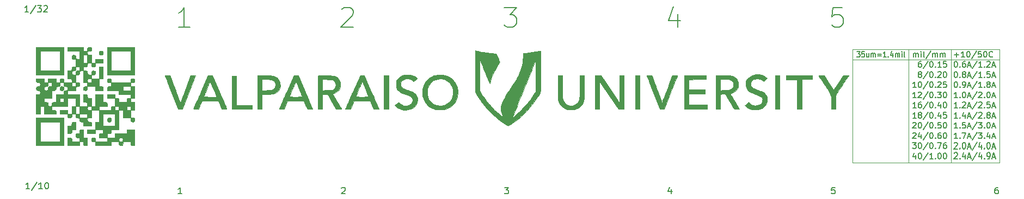
<source format=gbr>
G04 #@! TF.GenerationSoftware,KiCad,Pcbnew,(5.1.5)-3*
G04 #@! TF.CreationDate,2021-08-16T12:29:15-05:00*
G04 #@! TF.ProjectId,Valpo-PCB-Ruler,56616c70-6f2d-4504-9342-2d52756c6572,rev?*
G04 #@! TF.SameCoordinates,Original*
G04 #@! TF.FileFunction,Legend,Top*
G04 #@! TF.FilePolarity,Positive*
%FSLAX46Y46*%
G04 Gerber Fmt 4.6, Leading zero omitted, Abs format (unit mm)*
G04 Created by KiCad (PCBNEW (5.1.5)-3) date 2021-08-16 12:29:15*
%MOMM*%
%LPD*%
G04 APERTURE LIST*
%ADD10C,0.150000*%
%ADD11C,0.076200*%
%ADD12C,0.010000*%
G04 APERTURE END LIST*
D10*
X100679285Y-99560119D02*
X100726904Y-99512500D01*
X100822142Y-99464880D01*
X101060238Y-99464880D01*
X101155476Y-99512500D01*
X101203095Y-99560119D01*
X101250714Y-99655357D01*
X101250714Y-99750595D01*
X101203095Y-99893452D01*
X100631666Y-100464880D01*
X101250714Y-100464880D01*
X51990773Y-72080380D02*
X51419345Y-72080380D01*
X51705059Y-72080380D02*
X51705059Y-71080380D01*
X51609821Y-71223238D01*
X51514583Y-71318476D01*
X51419345Y-71366095D01*
X53133630Y-71032761D02*
X52276488Y-72318476D01*
X53371726Y-71080380D02*
X53990773Y-71080380D01*
X53657440Y-71461333D01*
X53800297Y-71461333D01*
X53895535Y-71508952D01*
X53943154Y-71556571D01*
X53990773Y-71651809D01*
X53990773Y-71889904D01*
X53943154Y-71985142D01*
X53895535Y-72032761D01*
X53800297Y-72080380D01*
X53514583Y-72080380D01*
X53419345Y-72032761D01*
X53371726Y-71985142D01*
X54371726Y-71175619D02*
X54419345Y-71128000D01*
X54514583Y-71080380D01*
X54752678Y-71080380D01*
X54847916Y-71128000D01*
X54895535Y-71175619D01*
X54943154Y-71270857D01*
X54943154Y-71366095D01*
X54895535Y-71508952D01*
X54324107Y-72080380D01*
X54943154Y-72080380D01*
X52149523Y-99703380D02*
X51578095Y-99703380D01*
X51863809Y-99703380D02*
X51863809Y-98703380D01*
X51768571Y-98846238D01*
X51673333Y-98941476D01*
X51578095Y-98989095D01*
X53292380Y-98655761D02*
X52435238Y-99941476D01*
X54149523Y-99703380D02*
X53578095Y-99703380D01*
X53863809Y-99703380D02*
X53863809Y-98703380D01*
X53768571Y-98846238D01*
X53673333Y-98941476D01*
X53578095Y-98989095D01*
X54768571Y-98703380D02*
X54863809Y-98703380D01*
X54959047Y-98751000D01*
X55006666Y-98798619D01*
X55054285Y-98893857D01*
X55101904Y-99084333D01*
X55101904Y-99322428D01*
X55054285Y-99512904D01*
X55006666Y-99608142D01*
X54959047Y-99655761D01*
X54863809Y-99703380D01*
X54768571Y-99703380D01*
X54673333Y-99655761D01*
X54625714Y-99608142D01*
X54578095Y-99512904D01*
X54530476Y-99322428D01*
X54530476Y-99084333D01*
X54578095Y-98893857D01*
X54625714Y-98798619D01*
X54673333Y-98751000D01*
X54768571Y-98703380D01*
D11*
X195443908Y-77916138D02*
X195443908Y-95577066D01*
X188895034Y-77916138D02*
X188895034Y-95577066D01*
X180163784Y-79503638D02*
X180163784Y-95577066D01*
X202984552Y-79503638D02*
X202984950Y-95577066D01*
X180164182Y-95577066D02*
X202984950Y-95577066D01*
X202984552Y-77916138D02*
X202984552Y-79503638D01*
X180163784Y-77916138D02*
X202984552Y-77916138D01*
X180163784Y-79503638D02*
X180163784Y-77916138D01*
X202984552Y-79503638D02*
X180163784Y-79503638D01*
D10*
X180816944Y-78223054D02*
X181288659Y-78223054D01*
X181034659Y-78561721D01*
X181143516Y-78561721D01*
X181216087Y-78604054D01*
X181252373Y-78646388D01*
X181288659Y-78731054D01*
X181288659Y-78942721D01*
X181252373Y-79027388D01*
X181216087Y-79069721D01*
X181143516Y-79112054D01*
X180925801Y-79112054D01*
X180853230Y-79069721D01*
X180816944Y-79027388D01*
X181978087Y-78223054D02*
X181615230Y-78223054D01*
X181578944Y-78646388D01*
X181615230Y-78604054D01*
X181687801Y-78561721D01*
X181869230Y-78561721D01*
X181941801Y-78604054D01*
X181978087Y-78646388D01*
X182014373Y-78731054D01*
X182014373Y-78942721D01*
X181978087Y-79027388D01*
X181941801Y-79069721D01*
X181869230Y-79112054D01*
X181687801Y-79112054D01*
X181615230Y-79069721D01*
X181578944Y-79027388D01*
X182667516Y-78519388D02*
X182667516Y-79112054D01*
X182340944Y-78519388D02*
X182340944Y-78985054D01*
X182377230Y-79069721D01*
X182449801Y-79112054D01*
X182558659Y-79112054D01*
X182631230Y-79069721D01*
X182667516Y-79027388D01*
X183030373Y-79112054D02*
X183030373Y-78519388D01*
X183030373Y-78604054D02*
X183066659Y-78561721D01*
X183139230Y-78519388D01*
X183248087Y-78519388D01*
X183320659Y-78561721D01*
X183356944Y-78646388D01*
X183356944Y-79112054D01*
X183356944Y-78646388D02*
X183393230Y-78561721D01*
X183465801Y-78519388D01*
X183574659Y-78519388D01*
X183647230Y-78561721D01*
X183683516Y-78646388D01*
X183683516Y-79112054D01*
X184046373Y-78646388D02*
X184626944Y-78646388D01*
X184626944Y-78900388D02*
X184046373Y-78900388D01*
X185388944Y-79112054D02*
X184953516Y-79112054D01*
X185171230Y-79112054D02*
X185171230Y-78223054D01*
X185098659Y-78350054D01*
X185026087Y-78434721D01*
X184953516Y-78477054D01*
X185715516Y-79027388D02*
X185751801Y-79069721D01*
X185715516Y-79112054D01*
X185679230Y-79069721D01*
X185715516Y-79027388D01*
X185715516Y-79112054D01*
X186404944Y-78519388D02*
X186404944Y-79112054D01*
X186223516Y-78180721D02*
X186042087Y-78815721D01*
X186513801Y-78815721D01*
X186804087Y-79112054D02*
X186804087Y-78519388D01*
X186804087Y-78604054D02*
X186840373Y-78561721D01*
X186912944Y-78519388D01*
X187021801Y-78519388D01*
X187094373Y-78561721D01*
X187130659Y-78646388D01*
X187130659Y-79112054D01*
X187130659Y-78646388D02*
X187166944Y-78561721D01*
X187239516Y-78519388D01*
X187348373Y-78519388D01*
X187420944Y-78561721D01*
X187457230Y-78646388D01*
X187457230Y-79112054D01*
X187820087Y-79112054D02*
X187820087Y-78519388D01*
X187820087Y-78223054D02*
X187783801Y-78265388D01*
X187820087Y-78307721D01*
X187856373Y-78265388D01*
X187820087Y-78223054D01*
X187820087Y-78307721D01*
X188291801Y-79112054D02*
X188219230Y-79069721D01*
X188182944Y-78985054D01*
X188182944Y-78223054D01*
X195997300Y-78773388D02*
X196674633Y-78773388D01*
X196335966Y-79112054D02*
X196335966Y-78434721D01*
X197563633Y-79112054D02*
X197055633Y-79112054D01*
X197309633Y-79112054D02*
X197309633Y-78223054D01*
X197224966Y-78350054D01*
X197140300Y-78434721D01*
X197055633Y-78477054D01*
X198113966Y-78223054D02*
X198198633Y-78223054D01*
X198283300Y-78265388D01*
X198325633Y-78307721D01*
X198367966Y-78392388D01*
X198410300Y-78561721D01*
X198410300Y-78773388D01*
X198367966Y-78942721D01*
X198325633Y-79027388D01*
X198283300Y-79069721D01*
X198198633Y-79112054D01*
X198113966Y-79112054D01*
X198029300Y-79069721D01*
X197986966Y-79027388D01*
X197944633Y-78942721D01*
X197902300Y-78773388D01*
X197902300Y-78561721D01*
X197944633Y-78392388D01*
X197986966Y-78307721D01*
X198029300Y-78265388D01*
X198113966Y-78223054D01*
X199426300Y-78180721D02*
X198664300Y-79323721D01*
X200145966Y-78223054D02*
X199722633Y-78223054D01*
X199680300Y-78646388D01*
X199722633Y-78604054D01*
X199807300Y-78561721D01*
X200018966Y-78561721D01*
X200103633Y-78604054D01*
X200145966Y-78646388D01*
X200188300Y-78731054D01*
X200188300Y-78942721D01*
X200145966Y-79027388D01*
X200103633Y-79069721D01*
X200018966Y-79112054D01*
X199807300Y-79112054D01*
X199722633Y-79069721D01*
X199680300Y-79027388D01*
X200738633Y-78223054D02*
X200823300Y-78223054D01*
X200907966Y-78265388D01*
X200950300Y-78307721D01*
X200992633Y-78392388D01*
X201034966Y-78561721D01*
X201034966Y-78773388D01*
X200992633Y-78942721D01*
X200950300Y-79027388D01*
X200907966Y-79069721D01*
X200823300Y-79112054D01*
X200738633Y-79112054D01*
X200653966Y-79069721D01*
X200611633Y-79027388D01*
X200569300Y-78942721D01*
X200526966Y-78773388D01*
X200526966Y-78561721D01*
X200569300Y-78392388D01*
X200611633Y-78307721D01*
X200653966Y-78265388D01*
X200738633Y-78223054D01*
X201923966Y-79027388D02*
X201881633Y-79069721D01*
X201754633Y-79112054D01*
X201669966Y-79112054D01*
X201542966Y-79069721D01*
X201458300Y-78985054D01*
X201415966Y-78900388D01*
X201373633Y-78731054D01*
X201373633Y-78604054D01*
X201415966Y-78434721D01*
X201458300Y-78350054D01*
X201542966Y-78265388D01*
X201669966Y-78223054D01*
X201754633Y-78223054D01*
X201881633Y-78265388D01*
X201923966Y-78307721D01*
X189586427Y-79112054D02*
X189586427Y-78519388D01*
X189586427Y-78604054D02*
X189628760Y-78561721D01*
X189713427Y-78519388D01*
X189840427Y-78519388D01*
X189925094Y-78561721D01*
X189967427Y-78646388D01*
X189967427Y-79112054D01*
X189967427Y-78646388D02*
X190009760Y-78561721D01*
X190094427Y-78519388D01*
X190221427Y-78519388D01*
X190306094Y-78561721D01*
X190348427Y-78646388D01*
X190348427Y-79112054D01*
X190771760Y-79112054D02*
X190771760Y-78519388D01*
X190771760Y-78223054D02*
X190729427Y-78265388D01*
X190771760Y-78307721D01*
X190814094Y-78265388D01*
X190771760Y-78223054D01*
X190771760Y-78307721D01*
X191322094Y-79112054D02*
X191237427Y-79069721D01*
X191195094Y-78985054D01*
X191195094Y-78223054D01*
X192295760Y-78180721D02*
X191533760Y-79323721D01*
X192592094Y-79112054D02*
X192592094Y-78519388D01*
X192592094Y-78604054D02*
X192634427Y-78561721D01*
X192719094Y-78519388D01*
X192846094Y-78519388D01*
X192930760Y-78561721D01*
X192973094Y-78646388D01*
X192973094Y-79112054D01*
X192973094Y-78646388D02*
X193015427Y-78561721D01*
X193100094Y-78519388D01*
X193227094Y-78519388D01*
X193311760Y-78561721D01*
X193354094Y-78646388D01*
X193354094Y-79112054D01*
X193777427Y-79112054D02*
X193777427Y-78519388D01*
X193777427Y-78604054D02*
X193819760Y-78561721D01*
X193904427Y-78519388D01*
X194031427Y-78519388D01*
X194116094Y-78561721D01*
X194158427Y-78646388D01*
X194158427Y-79112054D01*
X194158427Y-78646388D02*
X194200760Y-78561721D01*
X194285427Y-78519388D01*
X194412427Y-78519388D01*
X194497094Y-78561721D01*
X194539427Y-78646388D01*
X194539427Y-79112054D01*
X195970391Y-92545007D02*
X196012725Y-92497388D01*
X196097391Y-92449768D01*
X196309058Y-92449768D01*
X196393725Y-92497388D01*
X196436058Y-92545007D01*
X196478391Y-92640245D01*
X196478391Y-92735483D01*
X196436058Y-92878340D01*
X195928058Y-93449768D01*
X196478391Y-93449768D01*
X196859391Y-93354530D02*
X196901725Y-93402149D01*
X196859391Y-93449768D01*
X196817058Y-93402149D01*
X196859391Y-93354530D01*
X196859391Y-93449768D01*
X197452058Y-92449768D02*
X197536725Y-92449768D01*
X197621391Y-92497388D01*
X197663725Y-92545007D01*
X197706058Y-92640245D01*
X197748391Y-92830721D01*
X197748391Y-93068816D01*
X197706058Y-93259292D01*
X197663725Y-93354530D01*
X197621391Y-93402149D01*
X197536725Y-93449768D01*
X197452058Y-93449768D01*
X197367391Y-93402149D01*
X197325058Y-93354530D01*
X197282725Y-93259292D01*
X197240391Y-93068816D01*
X197240391Y-92830721D01*
X197282725Y-92640245D01*
X197325058Y-92545007D01*
X197367391Y-92497388D01*
X197452058Y-92449768D01*
X198087058Y-93164054D02*
X198510391Y-93164054D01*
X198002391Y-93449768D02*
X198298725Y-92449768D01*
X198595058Y-93449768D01*
X199526391Y-92402149D02*
X198764391Y-93687864D01*
X200203725Y-92783102D02*
X200203725Y-93449768D01*
X199992058Y-92402149D02*
X199780391Y-93116435D01*
X200330725Y-93116435D01*
X200669391Y-93354530D02*
X200711725Y-93402149D01*
X200669391Y-93449768D01*
X200627058Y-93402149D01*
X200669391Y-93354530D01*
X200669391Y-93449768D01*
X201262058Y-92449768D02*
X201346725Y-92449768D01*
X201431391Y-92497388D01*
X201473725Y-92545007D01*
X201516058Y-92640245D01*
X201558391Y-92830721D01*
X201558391Y-93068816D01*
X201516058Y-93259292D01*
X201473725Y-93354530D01*
X201431391Y-93402149D01*
X201346725Y-93449768D01*
X201262058Y-93449768D01*
X201177391Y-93402149D01*
X201135058Y-93354530D01*
X201092725Y-93259292D01*
X201050391Y-93068816D01*
X201050391Y-92830721D01*
X201092725Y-92640245D01*
X201135058Y-92545007D01*
X201177391Y-92497388D01*
X201262058Y-92449768D01*
X201897058Y-93164054D02*
X202320391Y-93164054D01*
X201812391Y-93449768D02*
X202108725Y-92449768D01*
X202405058Y-93449768D01*
X196478391Y-90224554D02*
X195970391Y-90224554D01*
X196224391Y-90224554D02*
X196224391Y-89335554D01*
X196139725Y-89462554D01*
X196055058Y-89547221D01*
X195970391Y-89589554D01*
X196859391Y-90139888D02*
X196901725Y-90182221D01*
X196859391Y-90224554D01*
X196817058Y-90182221D01*
X196859391Y-90139888D01*
X196859391Y-90224554D01*
X197706058Y-89335554D02*
X197282725Y-89335554D01*
X197240391Y-89758888D01*
X197282725Y-89716554D01*
X197367391Y-89674221D01*
X197579058Y-89674221D01*
X197663725Y-89716554D01*
X197706058Y-89758888D01*
X197748391Y-89843554D01*
X197748391Y-90055221D01*
X197706058Y-90139888D01*
X197663725Y-90182221D01*
X197579058Y-90224554D01*
X197367391Y-90224554D01*
X197282725Y-90182221D01*
X197240391Y-90139888D01*
X198087058Y-89970554D02*
X198510391Y-89970554D01*
X198002391Y-90224554D02*
X198298725Y-89335554D01*
X198595058Y-90224554D01*
X199526391Y-89293221D02*
X198764391Y-90436221D01*
X199738058Y-89335554D02*
X200288391Y-89335554D01*
X199992058Y-89674221D01*
X200119058Y-89674221D01*
X200203725Y-89716554D01*
X200246058Y-89758888D01*
X200288391Y-89843554D01*
X200288391Y-90055221D01*
X200246058Y-90139888D01*
X200203725Y-90182221D01*
X200119058Y-90224554D01*
X199865058Y-90224554D01*
X199780391Y-90182221D01*
X199738058Y-90139888D01*
X200669391Y-90139888D02*
X200711725Y-90182221D01*
X200669391Y-90224554D01*
X200627058Y-90182221D01*
X200669391Y-90139888D01*
X200669391Y-90224554D01*
X201262058Y-89335554D02*
X201346725Y-89335554D01*
X201431391Y-89377888D01*
X201473725Y-89420221D01*
X201516058Y-89504888D01*
X201558391Y-89674221D01*
X201558391Y-89885888D01*
X201516058Y-90055221D01*
X201473725Y-90139888D01*
X201431391Y-90182221D01*
X201346725Y-90224554D01*
X201262058Y-90224554D01*
X201177391Y-90182221D01*
X201135058Y-90139888D01*
X201092725Y-90055221D01*
X201050391Y-89885888D01*
X201050391Y-89674221D01*
X201092725Y-89504888D01*
X201135058Y-89420221D01*
X201177391Y-89377888D01*
X201262058Y-89335554D01*
X201897058Y-89970554D02*
X202320391Y-89970554D01*
X201812391Y-90224554D02*
X202108725Y-89335554D01*
X202405058Y-90224554D01*
X195970391Y-94132507D02*
X196012725Y-94084888D01*
X196097391Y-94037268D01*
X196309058Y-94037268D01*
X196393725Y-94084888D01*
X196436058Y-94132507D01*
X196478391Y-94227745D01*
X196478391Y-94322983D01*
X196436058Y-94465840D01*
X195928058Y-95037268D01*
X196478391Y-95037268D01*
X196859391Y-94942030D02*
X196901725Y-94989649D01*
X196859391Y-95037268D01*
X196817058Y-94989649D01*
X196859391Y-94942030D01*
X196859391Y-95037268D01*
X197663725Y-94370602D02*
X197663725Y-95037268D01*
X197452058Y-93989649D02*
X197240391Y-94703935D01*
X197790725Y-94703935D01*
X198087058Y-94751554D02*
X198510391Y-94751554D01*
X198002391Y-95037268D02*
X198298725Y-94037268D01*
X198595058Y-95037268D01*
X199526391Y-93989649D02*
X198764391Y-95275364D01*
X200203725Y-94370602D02*
X200203725Y-95037268D01*
X199992058Y-93989649D02*
X199780391Y-94703935D01*
X200330725Y-94703935D01*
X200669391Y-94942030D02*
X200711725Y-94989649D01*
X200669391Y-95037268D01*
X200627058Y-94989649D01*
X200669391Y-94942030D01*
X200669391Y-95037268D01*
X201135058Y-95037268D02*
X201304391Y-95037268D01*
X201389058Y-94989649D01*
X201431391Y-94942030D01*
X201516058Y-94799173D01*
X201558391Y-94608697D01*
X201558391Y-94227745D01*
X201516058Y-94132507D01*
X201473725Y-94084888D01*
X201389058Y-94037268D01*
X201219725Y-94037268D01*
X201135058Y-94084888D01*
X201092725Y-94132507D01*
X201050391Y-94227745D01*
X201050391Y-94465840D01*
X201092725Y-94561078D01*
X201135058Y-94608697D01*
X201219725Y-94656316D01*
X201389058Y-94656316D01*
X201473725Y-94608697D01*
X201516058Y-94561078D01*
X201558391Y-94465840D01*
X201897058Y-94751554D02*
X202320391Y-94751554D01*
X201812391Y-95037268D02*
X202108725Y-94037268D01*
X202405058Y-95037268D01*
X196478391Y-91812054D02*
X195970391Y-91812054D01*
X196224391Y-91812054D02*
X196224391Y-90923054D01*
X196139725Y-91050054D01*
X196055058Y-91134721D01*
X195970391Y-91177054D01*
X196859391Y-91727388D02*
X196901725Y-91769721D01*
X196859391Y-91812054D01*
X196817058Y-91769721D01*
X196859391Y-91727388D01*
X196859391Y-91812054D01*
X197198058Y-90923054D02*
X197790725Y-90923054D01*
X197409725Y-91812054D01*
X198087058Y-91558054D02*
X198510391Y-91558054D01*
X198002391Y-91812054D02*
X198298725Y-90923054D01*
X198595058Y-91812054D01*
X199526391Y-90880721D02*
X198764391Y-92023721D01*
X199738058Y-90923054D02*
X200288391Y-90923054D01*
X199992058Y-91261721D01*
X200119058Y-91261721D01*
X200203725Y-91304054D01*
X200246058Y-91346388D01*
X200288391Y-91431054D01*
X200288391Y-91642721D01*
X200246058Y-91727388D01*
X200203725Y-91769721D01*
X200119058Y-91812054D01*
X199865058Y-91812054D01*
X199780391Y-91769721D01*
X199738058Y-91727388D01*
X200669391Y-91727388D02*
X200711725Y-91769721D01*
X200669391Y-91812054D01*
X200627058Y-91769721D01*
X200669391Y-91727388D01*
X200669391Y-91812054D01*
X201473725Y-91219388D02*
X201473725Y-91812054D01*
X201262058Y-90880721D02*
X201050391Y-91515721D01*
X201600725Y-91515721D01*
X201897058Y-91558054D02*
X202320391Y-91558054D01*
X201812391Y-91812054D02*
X202108725Y-90923054D01*
X202405058Y-91812054D01*
X196478391Y-88637054D02*
X195970391Y-88637054D01*
X196224391Y-88637054D02*
X196224391Y-87748054D01*
X196139725Y-87875054D01*
X196055058Y-87959721D01*
X195970391Y-88002054D01*
X196859391Y-88552388D02*
X196901725Y-88594721D01*
X196859391Y-88637054D01*
X196817058Y-88594721D01*
X196859391Y-88552388D01*
X196859391Y-88637054D01*
X197663725Y-88044388D02*
X197663725Y-88637054D01*
X197452058Y-87705721D02*
X197240391Y-88340721D01*
X197790725Y-88340721D01*
X198087058Y-88383054D02*
X198510391Y-88383054D01*
X198002391Y-88637054D02*
X198298725Y-87748054D01*
X198595058Y-88637054D01*
X199526391Y-87705721D02*
X198764391Y-88848721D01*
X199780391Y-87832721D02*
X199822725Y-87790388D01*
X199907391Y-87748054D01*
X200119058Y-87748054D01*
X200203725Y-87790388D01*
X200246058Y-87832721D01*
X200288391Y-87917388D01*
X200288391Y-88002054D01*
X200246058Y-88129054D01*
X199738058Y-88637054D01*
X200288391Y-88637054D01*
X200669391Y-88552388D02*
X200711725Y-88594721D01*
X200669391Y-88637054D01*
X200627058Y-88594721D01*
X200669391Y-88552388D01*
X200669391Y-88637054D01*
X201219725Y-88129054D02*
X201135058Y-88086721D01*
X201092725Y-88044388D01*
X201050391Y-87959721D01*
X201050391Y-87917388D01*
X201092725Y-87832721D01*
X201135058Y-87790388D01*
X201219725Y-87748054D01*
X201389058Y-87748054D01*
X201473725Y-87790388D01*
X201516058Y-87832721D01*
X201558391Y-87917388D01*
X201558391Y-87959721D01*
X201516058Y-88044388D01*
X201473725Y-88086721D01*
X201389058Y-88129054D01*
X201219725Y-88129054D01*
X201135058Y-88171388D01*
X201092725Y-88213721D01*
X201050391Y-88298388D01*
X201050391Y-88467721D01*
X201092725Y-88552388D01*
X201135058Y-88594721D01*
X201219725Y-88637054D01*
X201389058Y-88637054D01*
X201473725Y-88594721D01*
X201516058Y-88552388D01*
X201558391Y-88467721D01*
X201558391Y-88298388D01*
X201516058Y-88213721D01*
X201473725Y-88171388D01*
X201389058Y-88129054D01*
X201897058Y-88383054D02*
X202320391Y-88383054D01*
X201812391Y-88637054D02*
X202108725Y-87748054D01*
X202405058Y-88637054D01*
X196478391Y-87049554D02*
X195970391Y-87049554D01*
X196224391Y-87049554D02*
X196224391Y-86160554D01*
X196139725Y-86287554D01*
X196055058Y-86372221D01*
X195970391Y-86414554D01*
X196859391Y-86964888D02*
X196901725Y-87007221D01*
X196859391Y-87049554D01*
X196817058Y-87007221D01*
X196859391Y-86964888D01*
X196859391Y-87049554D01*
X197240391Y-86245221D02*
X197282725Y-86202888D01*
X197367391Y-86160554D01*
X197579058Y-86160554D01*
X197663725Y-86202888D01*
X197706058Y-86245221D01*
X197748391Y-86329888D01*
X197748391Y-86414554D01*
X197706058Y-86541554D01*
X197198058Y-87049554D01*
X197748391Y-87049554D01*
X198087058Y-86795554D02*
X198510391Y-86795554D01*
X198002391Y-87049554D02*
X198298725Y-86160554D01*
X198595058Y-87049554D01*
X199526391Y-86118221D02*
X198764391Y-87261221D01*
X199780391Y-86245221D02*
X199822725Y-86202888D01*
X199907391Y-86160554D01*
X200119058Y-86160554D01*
X200203725Y-86202888D01*
X200246058Y-86245221D01*
X200288391Y-86329888D01*
X200288391Y-86414554D01*
X200246058Y-86541554D01*
X199738058Y-87049554D01*
X200288391Y-87049554D01*
X200669391Y-86964888D02*
X200711725Y-87007221D01*
X200669391Y-87049554D01*
X200627058Y-87007221D01*
X200669391Y-86964888D01*
X200669391Y-87049554D01*
X201516058Y-86160554D02*
X201092725Y-86160554D01*
X201050391Y-86583888D01*
X201092725Y-86541554D01*
X201177391Y-86499221D01*
X201389058Y-86499221D01*
X201473725Y-86541554D01*
X201516058Y-86583888D01*
X201558391Y-86668554D01*
X201558391Y-86880221D01*
X201516058Y-86964888D01*
X201473725Y-87007221D01*
X201389058Y-87049554D01*
X201177391Y-87049554D01*
X201092725Y-87007221D01*
X201050391Y-86964888D01*
X201897058Y-86795554D02*
X202320391Y-86795554D01*
X201812391Y-87049554D02*
X202108725Y-86160554D01*
X202405058Y-87049554D01*
X196478381Y-85462054D02*
X195970381Y-85462054D01*
X196224381Y-85462054D02*
X196224381Y-84573054D01*
X196139715Y-84700054D01*
X196055048Y-84784721D01*
X195970381Y-84827054D01*
X196859381Y-85377388D02*
X196901715Y-85419721D01*
X196859381Y-85462054D01*
X196817048Y-85419721D01*
X196859381Y-85377388D01*
X196859381Y-85462054D01*
X197452048Y-84573054D02*
X197536715Y-84573054D01*
X197621381Y-84615388D01*
X197663715Y-84657721D01*
X197706048Y-84742388D01*
X197748381Y-84911721D01*
X197748381Y-85123388D01*
X197706048Y-85292721D01*
X197663715Y-85377388D01*
X197621381Y-85419721D01*
X197536715Y-85462054D01*
X197452048Y-85462054D01*
X197367381Y-85419721D01*
X197325048Y-85377388D01*
X197282715Y-85292721D01*
X197240381Y-85123388D01*
X197240381Y-84911721D01*
X197282715Y-84742388D01*
X197325048Y-84657721D01*
X197367381Y-84615388D01*
X197452048Y-84573054D01*
X198087048Y-85208054D02*
X198510381Y-85208054D01*
X198002381Y-85462054D02*
X198298715Y-84573054D01*
X198595048Y-85462054D01*
X199526381Y-84530721D02*
X198764381Y-85673721D01*
X199780381Y-84657721D02*
X199822715Y-84615388D01*
X199907381Y-84573054D01*
X200119048Y-84573054D01*
X200203715Y-84615388D01*
X200246048Y-84657721D01*
X200288381Y-84742388D01*
X200288381Y-84827054D01*
X200246048Y-84954054D01*
X199738048Y-85462054D01*
X200288381Y-85462054D01*
X200669381Y-85377388D02*
X200711715Y-85419721D01*
X200669381Y-85462054D01*
X200627048Y-85419721D01*
X200669381Y-85377388D01*
X200669381Y-85462054D01*
X201262048Y-84573054D02*
X201346715Y-84573054D01*
X201431381Y-84615388D01*
X201473715Y-84657721D01*
X201516048Y-84742388D01*
X201558381Y-84911721D01*
X201558381Y-85123388D01*
X201516048Y-85292721D01*
X201473715Y-85377388D01*
X201431381Y-85419721D01*
X201346715Y-85462054D01*
X201262048Y-85462054D01*
X201177381Y-85419721D01*
X201135048Y-85377388D01*
X201092715Y-85292721D01*
X201050381Y-85123388D01*
X201050381Y-84911721D01*
X201092715Y-84742388D01*
X201135048Y-84657721D01*
X201177381Y-84615388D01*
X201262048Y-84573054D01*
X201897048Y-85208054D02*
X202320381Y-85208054D01*
X201812381Y-85462054D02*
X202108715Y-84573054D01*
X202405048Y-85462054D01*
X196182048Y-82985554D02*
X196266715Y-82985554D01*
X196351381Y-83027888D01*
X196393715Y-83070221D01*
X196436048Y-83154888D01*
X196478381Y-83324221D01*
X196478381Y-83535888D01*
X196436048Y-83705221D01*
X196393715Y-83789888D01*
X196351381Y-83832221D01*
X196266715Y-83874554D01*
X196182048Y-83874554D01*
X196097381Y-83832221D01*
X196055048Y-83789888D01*
X196012715Y-83705221D01*
X195970381Y-83535888D01*
X195970381Y-83324221D01*
X196012715Y-83154888D01*
X196055048Y-83070221D01*
X196097381Y-83027888D01*
X196182048Y-82985554D01*
X196859381Y-83789888D02*
X196901715Y-83832221D01*
X196859381Y-83874554D01*
X196817048Y-83832221D01*
X196859381Y-83789888D01*
X196859381Y-83874554D01*
X197325048Y-83874554D02*
X197494381Y-83874554D01*
X197579048Y-83832221D01*
X197621381Y-83789888D01*
X197706048Y-83662888D01*
X197748381Y-83493554D01*
X197748381Y-83154888D01*
X197706048Y-83070221D01*
X197663715Y-83027888D01*
X197579048Y-82985554D01*
X197409715Y-82985554D01*
X197325048Y-83027888D01*
X197282715Y-83070221D01*
X197240381Y-83154888D01*
X197240381Y-83366554D01*
X197282715Y-83451221D01*
X197325048Y-83493554D01*
X197409715Y-83535888D01*
X197579048Y-83535888D01*
X197663715Y-83493554D01*
X197706048Y-83451221D01*
X197748381Y-83366554D01*
X198087048Y-83620554D02*
X198510381Y-83620554D01*
X198002381Y-83874554D02*
X198298715Y-82985554D01*
X198595048Y-83874554D01*
X199526381Y-82943221D02*
X198764381Y-84086221D01*
X200288381Y-83874554D02*
X199780381Y-83874554D01*
X200034381Y-83874554D02*
X200034381Y-82985554D01*
X199949715Y-83112554D01*
X199865048Y-83197221D01*
X199780381Y-83239554D01*
X200669381Y-83789888D02*
X200711715Y-83832221D01*
X200669381Y-83874554D01*
X200627048Y-83832221D01*
X200669381Y-83789888D01*
X200669381Y-83874554D01*
X201219715Y-83366554D02*
X201135048Y-83324221D01*
X201092715Y-83281888D01*
X201050381Y-83197221D01*
X201050381Y-83154888D01*
X201092715Y-83070221D01*
X201135048Y-83027888D01*
X201219715Y-82985554D01*
X201389048Y-82985554D01*
X201473715Y-83027888D01*
X201516048Y-83070221D01*
X201558381Y-83154888D01*
X201558381Y-83197221D01*
X201516048Y-83281888D01*
X201473715Y-83324221D01*
X201389048Y-83366554D01*
X201219715Y-83366554D01*
X201135048Y-83408888D01*
X201092715Y-83451221D01*
X201050381Y-83535888D01*
X201050381Y-83705221D01*
X201092715Y-83789888D01*
X201135048Y-83832221D01*
X201219715Y-83874554D01*
X201389048Y-83874554D01*
X201473715Y-83832221D01*
X201516048Y-83789888D01*
X201558381Y-83705221D01*
X201558381Y-83535888D01*
X201516048Y-83451221D01*
X201473715Y-83408888D01*
X201389048Y-83366554D01*
X201897048Y-83620554D02*
X202320381Y-83620554D01*
X201812381Y-83874554D02*
X202108715Y-82985554D01*
X202405048Y-83874554D01*
X196182048Y-81398054D02*
X196266715Y-81398054D01*
X196351381Y-81440388D01*
X196393715Y-81482721D01*
X196436048Y-81567388D01*
X196478381Y-81736721D01*
X196478381Y-81948388D01*
X196436048Y-82117721D01*
X196393715Y-82202388D01*
X196351381Y-82244721D01*
X196266715Y-82287054D01*
X196182048Y-82287054D01*
X196097381Y-82244721D01*
X196055048Y-82202388D01*
X196012715Y-82117721D01*
X195970381Y-81948388D01*
X195970381Y-81736721D01*
X196012715Y-81567388D01*
X196055048Y-81482721D01*
X196097381Y-81440388D01*
X196182048Y-81398054D01*
X196859381Y-82202388D02*
X196901715Y-82244721D01*
X196859381Y-82287054D01*
X196817048Y-82244721D01*
X196859381Y-82202388D01*
X196859381Y-82287054D01*
X197409715Y-81779054D02*
X197325048Y-81736721D01*
X197282715Y-81694388D01*
X197240381Y-81609721D01*
X197240381Y-81567388D01*
X197282715Y-81482721D01*
X197325048Y-81440388D01*
X197409715Y-81398054D01*
X197579048Y-81398054D01*
X197663715Y-81440388D01*
X197706048Y-81482721D01*
X197748381Y-81567388D01*
X197748381Y-81609721D01*
X197706048Y-81694388D01*
X197663715Y-81736721D01*
X197579048Y-81779054D01*
X197409715Y-81779054D01*
X197325048Y-81821388D01*
X197282715Y-81863721D01*
X197240381Y-81948388D01*
X197240381Y-82117721D01*
X197282715Y-82202388D01*
X197325048Y-82244721D01*
X197409715Y-82287054D01*
X197579048Y-82287054D01*
X197663715Y-82244721D01*
X197706048Y-82202388D01*
X197748381Y-82117721D01*
X197748381Y-81948388D01*
X197706048Y-81863721D01*
X197663715Y-81821388D01*
X197579048Y-81779054D01*
X198087048Y-82033054D02*
X198510381Y-82033054D01*
X198002381Y-82287054D02*
X198298715Y-81398054D01*
X198595048Y-82287054D01*
X199526381Y-81355721D02*
X198764381Y-82498721D01*
X200288381Y-82287054D02*
X199780381Y-82287054D01*
X200034381Y-82287054D02*
X200034381Y-81398054D01*
X199949715Y-81525054D01*
X199865048Y-81609721D01*
X199780381Y-81652054D01*
X200669381Y-82202388D02*
X200711715Y-82244721D01*
X200669381Y-82287054D01*
X200627048Y-82244721D01*
X200669381Y-82202388D01*
X200669381Y-82287054D01*
X201516048Y-81398054D02*
X201092715Y-81398054D01*
X201050381Y-81821388D01*
X201092715Y-81779054D01*
X201177381Y-81736721D01*
X201389048Y-81736721D01*
X201473715Y-81779054D01*
X201516048Y-81821388D01*
X201558381Y-81906054D01*
X201558381Y-82117721D01*
X201516048Y-82202388D01*
X201473715Y-82244721D01*
X201389048Y-82287054D01*
X201177381Y-82287054D01*
X201092715Y-82244721D01*
X201050381Y-82202388D01*
X201897048Y-82033054D02*
X202320381Y-82033054D01*
X201812381Y-82287054D02*
X202108715Y-81398054D01*
X202405048Y-82287054D01*
X196182048Y-79810554D02*
X196266715Y-79810554D01*
X196351381Y-79852888D01*
X196393715Y-79895221D01*
X196436048Y-79979888D01*
X196478381Y-80149221D01*
X196478381Y-80360888D01*
X196436048Y-80530221D01*
X196393715Y-80614888D01*
X196351381Y-80657221D01*
X196266715Y-80699554D01*
X196182048Y-80699554D01*
X196097381Y-80657221D01*
X196055048Y-80614888D01*
X196012715Y-80530221D01*
X195970381Y-80360888D01*
X195970381Y-80149221D01*
X196012715Y-79979888D01*
X196055048Y-79895221D01*
X196097381Y-79852888D01*
X196182048Y-79810554D01*
X196859381Y-80614888D02*
X196901715Y-80657221D01*
X196859381Y-80699554D01*
X196817048Y-80657221D01*
X196859381Y-80614888D01*
X196859381Y-80699554D01*
X197663715Y-79810554D02*
X197494381Y-79810554D01*
X197409715Y-79852888D01*
X197367381Y-79895221D01*
X197282715Y-80022221D01*
X197240381Y-80191554D01*
X197240381Y-80530221D01*
X197282715Y-80614888D01*
X197325048Y-80657221D01*
X197409715Y-80699554D01*
X197579048Y-80699554D01*
X197663715Y-80657221D01*
X197706048Y-80614888D01*
X197748381Y-80530221D01*
X197748381Y-80318554D01*
X197706048Y-80233888D01*
X197663715Y-80191554D01*
X197579048Y-80149221D01*
X197409715Y-80149221D01*
X197325048Y-80191554D01*
X197282715Y-80233888D01*
X197240381Y-80318554D01*
X198087048Y-80445554D02*
X198510381Y-80445554D01*
X198002381Y-80699554D02*
X198298715Y-79810554D01*
X198595048Y-80699554D01*
X199526381Y-79768221D02*
X198764381Y-80911221D01*
X200288381Y-80699554D02*
X199780381Y-80699554D01*
X200034381Y-80699554D02*
X200034381Y-79810554D01*
X199949715Y-79937554D01*
X199865048Y-80022221D01*
X199780381Y-80064554D01*
X200669381Y-80614888D02*
X200711715Y-80657221D01*
X200669381Y-80699554D01*
X200627048Y-80657221D01*
X200669381Y-80614888D01*
X200669381Y-80699554D01*
X201050381Y-79895221D02*
X201092715Y-79852888D01*
X201177381Y-79810554D01*
X201389048Y-79810554D01*
X201473715Y-79852888D01*
X201516048Y-79895221D01*
X201558381Y-79979888D01*
X201558381Y-80064554D01*
X201516048Y-80191554D01*
X201008048Y-80699554D01*
X201558381Y-80699554D01*
X201897048Y-80445554D02*
X202320381Y-80445554D01*
X201812381Y-80699554D02*
X202108715Y-79810554D01*
X202405048Y-80699554D01*
X190800427Y-79810554D02*
X190631094Y-79810554D01*
X190546427Y-79852888D01*
X190504094Y-79895221D01*
X190419427Y-80022221D01*
X190377094Y-80191554D01*
X190377094Y-80530221D01*
X190419427Y-80614888D01*
X190461760Y-80657221D01*
X190546427Y-80699554D01*
X190715760Y-80699554D01*
X190800427Y-80657221D01*
X190842760Y-80614888D01*
X190885094Y-80530221D01*
X190885094Y-80318554D01*
X190842760Y-80233888D01*
X190800427Y-80191554D01*
X190715760Y-80149221D01*
X190546427Y-80149221D01*
X190461760Y-80191554D01*
X190419427Y-80233888D01*
X190377094Y-80318554D01*
X191901094Y-79768221D02*
X191139094Y-80911221D01*
X192366760Y-79810554D02*
X192451427Y-79810554D01*
X192536094Y-79852888D01*
X192578427Y-79895221D01*
X192620760Y-79979888D01*
X192663094Y-80149221D01*
X192663094Y-80360888D01*
X192620760Y-80530221D01*
X192578427Y-80614888D01*
X192536094Y-80657221D01*
X192451427Y-80699554D01*
X192366760Y-80699554D01*
X192282094Y-80657221D01*
X192239760Y-80614888D01*
X192197427Y-80530221D01*
X192155094Y-80360888D01*
X192155094Y-80149221D01*
X192197427Y-79979888D01*
X192239760Y-79895221D01*
X192282094Y-79852888D01*
X192366760Y-79810554D01*
X193044094Y-80614888D02*
X193086427Y-80657221D01*
X193044094Y-80699554D01*
X193001760Y-80657221D01*
X193044094Y-80614888D01*
X193044094Y-80699554D01*
X193933094Y-80699554D02*
X193425094Y-80699554D01*
X193679094Y-80699554D02*
X193679094Y-79810554D01*
X193594427Y-79937554D01*
X193509760Y-80022221D01*
X193425094Y-80064554D01*
X194737427Y-79810554D02*
X194314094Y-79810554D01*
X194271760Y-80233888D01*
X194314094Y-80191554D01*
X194398760Y-80149221D01*
X194610427Y-80149221D01*
X194695094Y-80191554D01*
X194737427Y-80233888D01*
X194779760Y-80318554D01*
X194779760Y-80530221D01*
X194737427Y-80614888D01*
X194695094Y-80657221D01*
X194610427Y-80699554D01*
X194398760Y-80699554D01*
X194314094Y-80657221D01*
X194271760Y-80614888D01*
X189953768Y-94394388D02*
X189953768Y-94987054D01*
X189742102Y-94055721D02*
X189530435Y-94690721D01*
X190080768Y-94690721D01*
X190588768Y-94098054D02*
X190673435Y-94098054D01*
X190758102Y-94140388D01*
X190800435Y-94182721D01*
X190842768Y-94267388D01*
X190885102Y-94436721D01*
X190885102Y-94648388D01*
X190842768Y-94817721D01*
X190800435Y-94902388D01*
X190758102Y-94944721D01*
X190673435Y-94987054D01*
X190588768Y-94987054D01*
X190504102Y-94944721D01*
X190461768Y-94902388D01*
X190419435Y-94817721D01*
X190377102Y-94648388D01*
X190377102Y-94436721D01*
X190419435Y-94267388D01*
X190461768Y-94182721D01*
X190504102Y-94140388D01*
X190588768Y-94098054D01*
X191901102Y-94055721D02*
X191139102Y-95198721D01*
X192663102Y-94987054D02*
X192155102Y-94987054D01*
X192409102Y-94987054D02*
X192409102Y-94098054D01*
X192324435Y-94225054D01*
X192239768Y-94309721D01*
X192155102Y-94352054D01*
X193044102Y-94902388D02*
X193086435Y-94944721D01*
X193044102Y-94987054D01*
X193001768Y-94944721D01*
X193044102Y-94902388D01*
X193044102Y-94987054D01*
X193636768Y-94098054D02*
X193721435Y-94098054D01*
X193806102Y-94140388D01*
X193848435Y-94182721D01*
X193890768Y-94267388D01*
X193933102Y-94436721D01*
X193933102Y-94648388D01*
X193890768Y-94817721D01*
X193848435Y-94902388D01*
X193806102Y-94944721D01*
X193721435Y-94987054D01*
X193636768Y-94987054D01*
X193552102Y-94944721D01*
X193509768Y-94902388D01*
X193467435Y-94817721D01*
X193425102Y-94648388D01*
X193425102Y-94436721D01*
X193467435Y-94267388D01*
X193509768Y-94182721D01*
X193552102Y-94140388D01*
X193636768Y-94098054D01*
X194483435Y-94098054D02*
X194568102Y-94098054D01*
X194652768Y-94140388D01*
X194695102Y-94182721D01*
X194737435Y-94267388D01*
X194779768Y-94436721D01*
X194779768Y-94648388D01*
X194737435Y-94817721D01*
X194695102Y-94902388D01*
X194652768Y-94944721D01*
X194568102Y-94987054D01*
X194483435Y-94987054D01*
X194398768Y-94944721D01*
X194356435Y-94902388D01*
X194314102Y-94817721D01*
X194271768Y-94648388D01*
X194271768Y-94436721D01*
X194314102Y-94267388D01*
X194356435Y-94182721D01*
X194398768Y-94140388D01*
X194483435Y-94098054D01*
X189488102Y-92510554D02*
X190038435Y-92510554D01*
X189742102Y-92849221D01*
X189869102Y-92849221D01*
X189953768Y-92891554D01*
X189996102Y-92933888D01*
X190038435Y-93018554D01*
X190038435Y-93230221D01*
X189996102Y-93314888D01*
X189953768Y-93357221D01*
X189869102Y-93399554D01*
X189615102Y-93399554D01*
X189530435Y-93357221D01*
X189488102Y-93314888D01*
X190588768Y-92510554D02*
X190673435Y-92510554D01*
X190758102Y-92552888D01*
X190800435Y-92595221D01*
X190842768Y-92679888D01*
X190885102Y-92849221D01*
X190885102Y-93060888D01*
X190842768Y-93230221D01*
X190800435Y-93314888D01*
X190758102Y-93357221D01*
X190673435Y-93399554D01*
X190588768Y-93399554D01*
X190504102Y-93357221D01*
X190461768Y-93314888D01*
X190419435Y-93230221D01*
X190377102Y-93060888D01*
X190377102Y-92849221D01*
X190419435Y-92679888D01*
X190461768Y-92595221D01*
X190504102Y-92552888D01*
X190588768Y-92510554D01*
X191901102Y-92468221D02*
X191139102Y-93611221D01*
X192366768Y-92510554D02*
X192451435Y-92510554D01*
X192536102Y-92552888D01*
X192578435Y-92595221D01*
X192620768Y-92679888D01*
X192663102Y-92849221D01*
X192663102Y-93060888D01*
X192620768Y-93230221D01*
X192578435Y-93314888D01*
X192536102Y-93357221D01*
X192451435Y-93399554D01*
X192366768Y-93399554D01*
X192282102Y-93357221D01*
X192239768Y-93314888D01*
X192197435Y-93230221D01*
X192155102Y-93060888D01*
X192155102Y-92849221D01*
X192197435Y-92679888D01*
X192239768Y-92595221D01*
X192282102Y-92552888D01*
X192366768Y-92510554D01*
X193044102Y-93314888D02*
X193086435Y-93357221D01*
X193044102Y-93399554D01*
X193001768Y-93357221D01*
X193044102Y-93314888D01*
X193044102Y-93399554D01*
X193382768Y-92510554D02*
X193975435Y-92510554D01*
X193594435Y-93399554D01*
X194695102Y-92510554D02*
X194525768Y-92510554D01*
X194441102Y-92552888D01*
X194398768Y-92595221D01*
X194314102Y-92722221D01*
X194271768Y-92891554D01*
X194271768Y-93230221D01*
X194314102Y-93314888D01*
X194356435Y-93357221D01*
X194441102Y-93399554D01*
X194610435Y-93399554D01*
X194695102Y-93357221D01*
X194737435Y-93314888D01*
X194779768Y-93230221D01*
X194779768Y-93018554D01*
X194737435Y-92933888D01*
X194695102Y-92891554D01*
X194610435Y-92849221D01*
X194441102Y-92849221D01*
X194356435Y-92891554D01*
X194314102Y-92933888D01*
X194271768Y-93018554D01*
X189530435Y-91007721D02*
X189572768Y-90965388D01*
X189657435Y-90923054D01*
X189869102Y-90923054D01*
X189953768Y-90965388D01*
X189996102Y-91007721D01*
X190038435Y-91092388D01*
X190038435Y-91177054D01*
X189996102Y-91304054D01*
X189488102Y-91812054D01*
X190038435Y-91812054D01*
X190800435Y-91219388D02*
X190800435Y-91812054D01*
X190588768Y-90880721D02*
X190377102Y-91515721D01*
X190927435Y-91515721D01*
X191901102Y-90880721D02*
X191139102Y-92023721D01*
X192366768Y-90923054D02*
X192451435Y-90923054D01*
X192536102Y-90965388D01*
X192578435Y-91007721D01*
X192620768Y-91092388D01*
X192663102Y-91261721D01*
X192663102Y-91473388D01*
X192620768Y-91642721D01*
X192578435Y-91727388D01*
X192536102Y-91769721D01*
X192451435Y-91812054D01*
X192366768Y-91812054D01*
X192282102Y-91769721D01*
X192239768Y-91727388D01*
X192197435Y-91642721D01*
X192155102Y-91473388D01*
X192155102Y-91261721D01*
X192197435Y-91092388D01*
X192239768Y-91007721D01*
X192282102Y-90965388D01*
X192366768Y-90923054D01*
X193044102Y-91727388D02*
X193086435Y-91769721D01*
X193044102Y-91812054D01*
X193001768Y-91769721D01*
X193044102Y-91727388D01*
X193044102Y-91812054D01*
X193848435Y-90923054D02*
X193679102Y-90923054D01*
X193594435Y-90965388D01*
X193552102Y-91007721D01*
X193467435Y-91134721D01*
X193425102Y-91304054D01*
X193425102Y-91642721D01*
X193467435Y-91727388D01*
X193509768Y-91769721D01*
X193594435Y-91812054D01*
X193763768Y-91812054D01*
X193848435Y-91769721D01*
X193890768Y-91727388D01*
X193933102Y-91642721D01*
X193933102Y-91431054D01*
X193890768Y-91346388D01*
X193848435Y-91304054D01*
X193763768Y-91261721D01*
X193594435Y-91261721D01*
X193509768Y-91304054D01*
X193467435Y-91346388D01*
X193425102Y-91431054D01*
X194483435Y-90923054D02*
X194568102Y-90923054D01*
X194652768Y-90965388D01*
X194695102Y-91007721D01*
X194737435Y-91092388D01*
X194779768Y-91261721D01*
X194779768Y-91473388D01*
X194737435Y-91642721D01*
X194695102Y-91727388D01*
X194652768Y-91769721D01*
X194568102Y-91812054D01*
X194483435Y-91812054D01*
X194398768Y-91769721D01*
X194356435Y-91727388D01*
X194314102Y-91642721D01*
X194271768Y-91473388D01*
X194271768Y-91261721D01*
X194314102Y-91092388D01*
X194356435Y-91007721D01*
X194398768Y-90965388D01*
X194483435Y-90923054D01*
X189530435Y-89420221D02*
X189572768Y-89377888D01*
X189657435Y-89335554D01*
X189869102Y-89335554D01*
X189953768Y-89377888D01*
X189996102Y-89420221D01*
X190038435Y-89504888D01*
X190038435Y-89589554D01*
X189996102Y-89716554D01*
X189488102Y-90224554D01*
X190038435Y-90224554D01*
X190588768Y-89335554D02*
X190673435Y-89335554D01*
X190758102Y-89377888D01*
X190800435Y-89420221D01*
X190842768Y-89504888D01*
X190885102Y-89674221D01*
X190885102Y-89885888D01*
X190842768Y-90055221D01*
X190800435Y-90139888D01*
X190758102Y-90182221D01*
X190673435Y-90224554D01*
X190588768Y-90224554D01*
X190504102Y-90182221D01*
X190461768Y-90139888D01*
X190419435Y-90055221D01*
X190377102Y-89885888D01*
X190377102Y-89674221D01*
X190419435Y-89504888D01*
X190461768Y-89420221D01*
X190504102Y-89377888D01*
X190588768Y-89335554D01*
X191901102Y-89293221D02*
X191139102Y-90436221D01*
X192366768Y-89335554D02*
X192451435Y-89335554D01*
X192536102Y-89377888D01*
X192578435Y-89420221D01*
X192620768Y-89504888D01*
X192663102Y-89674221D01*
X192663102Y-89885888D01*
X192620768Y-90055221D01*
X192578435Y-90139888D01*
X192536102Y-90182221D01*
X192451435Y-90224554D01*
X192366768Y-90224554D01*
X192282102Y-90182221D01*
X192239768Y-90139888D01*
X192197435Y-90055221D01*
X192155102Y-89885888D01*
X192155102Y-89674221D01*
X192197435Y-89504888D01*
X192239768Y-89420221D01*
X192282102Y-89377888D01*
X192366768Y-89335554D01*
X193044102Y-90139888D02*
X193086435Y-90182221D01*
X193044102Y-90224554D01*
X193001768Y-90182221D01*
X193044102Y-90139888D01*
X193044102Y-90224554D01*
X193890768Y-89335554D02*
X193467435Y-89335554D01*
X193425102Y-89758888D01*
X193467435Y-89716554D01*
X193552102Y-89674221D01*
X193763768Y-89674221D01*
X193848435Y-89716554D01*
X193890768Y-89758888D01*
X193933102Y-89843554D01*
X193933102Y-90055221D01*
X193890768Y-90139888D01*
X193848435Y-90182221D01*
X193763768Y-90224554D01*
X193552102Y-90224554D01*
X193467435Y-90182221D01*
X193425102Y-90139888D01*
X194483435Y-89335554D02*
X194568102Y-89335554D01*
X194652768Y-89377888D01*
X194695102Y-89420221D01*
X194737435Y-89504888D01*
X194779768Y-89674221D01*
X194779768Y-89885888D01*
X194737435Y-90055221D01*
X194695102Y-90139888D01*
X194652768Y-90182221D01*
X194568102Y-90224554D01*
X194483435Y-90224554D01*
X194398768Y-90182221D01*
X194356435Y-90139888D01*
X194314102Y-90055221D01*
X194271768Y-89885888D01*
X194271768Y-89674221D01*
X194314102Y-89504888D01*
X194356435Y-89420221D01*
X194398768Y-89377888D01*
X194483435Y-89335554D01*
X190038435Y-88637054D02*
X189530435Y-88637054D01*
X189784435Y-88637054D02*
X189784435Y-87748054D01*
X189699768Y-87875054D01*
X189615102Y-87959721D01*
X189530435Y-88002054D01*
X190546435Y-88129054D02*
X190461768Y-88086721D01*
X190419435Y-88044388D01*
X190377102Y-87959721D01*
X190377102Y-87917388D01*
X190419435Y-87832721D01*
X190461768Y-87790388D01*
X190546435Y-87748054D01*
X190715768Y-87748054D01*
X190800435Y-87790388D01*
X190842768Y-87832721D01*
X190885102Y-87917388D01*
X190885102Y-87959721D01*
X190842768Y-88044388D01*
X190800435Y-88086721D01*
X190715768Y-88129054D01*
X190546435Y-88129054D01*
X190461768Y-88171388D01*
X190419435Y-88213721D01*
X190377102Y-88298388D01*
X190377102Y-88467721D01*
X190419435Y-88552388D01*
X190461768Y-88594721D01*
X190546435Y-88637054D01*
X190715768Y-88637054D01*
X190800435Y-88594721D01*
X190842768Y-88552388D01*
X190885102Y-88467721D01*
X190885102Y-88298388D01*
X190842768Y-88213721D01*
X190800435Y-88171388D01*
X190715768Y-88129054D01*
X191901102Y-87705721D02*
X191139102Y-88848721D01*
X192366768Y-87748054D02*
X192451435Y-87748054D01*
X192536102Y-87790388D01*
X192578435Y-87832721D01*
X192620768Y-87917388D01*
X192663102Y-88086721D01*
X192663102Y-88298388D01*
X192620768Y-88467721D01*
X192578435Y-88552388D01*
X192536102Y-88594721D01*
X192451435Y-88637054D01*
X192366768Y-88637054D01*
X192282102Y-88594721D01*
X192239768Y-88552388D01*
X192197435Y-88467721D01*
X192155102Y-88298388D01*
X192155102Y-88086721D01*
X192197435Y-87917388D01*
X192239768Y-87832721D01*
X192282102Y-87790388D01*
X192366768Y-87748054D01*
X193044102Y-88552388D02*
X193086435Y-88594721D01*
X193044102Y-88637054D01*
X193001768Y-88594721D01*
X193044102Y-88552388D01*
X193044102Y-88637054D01*
X193848435Y-88044388D02*
X193848435Y-88637054D01*
X193636768Y-87705721D02*
X193425102Y-88340721D01*
X193975435Y-88340721D01*
X194737435Y-87748054D02*
X194314102Y-87748054D01*
X194271768Y-88171388D01*
X194314102Y-88129054D01*
X194398768Y-88086721D01*
X194610435Y-88086721D01*
X194695102Y-88129054D01*
X194737435Y-88171388D01*
X194779768Y-88256054D01*
X194779768Y-88467721D01*
X194737435Y-88552388D01*
X194695102Y-88594721D01*
X194610435Y-88637054D01*
X194398768Y-88637054D01*
X194314102Y-88594721D01*
X194271768Y-88552388D01*
X190038435Y-87049554D02*
X189530435Y-87049554D01*
X189784435Y-87049554D02*
X189784435Y-86160554D01*
X189699768Y-86287554D01*
X189615102Y-86372221D01*
X189530435Y-86414554D01*
X190800435Y-86160554D02*
X190631102Y-86160554D01*
X190546435Y-86202888D01*
X190504102Y-86245221D01*
X190419435Y-86372221D01*
X190377102Y-86541554D01*
X190377102Y-86880221D01*
X190419435Y-86964888D01*
X190461768Y-87007221D01*
X190546435Y-87049554D01*
X190715768Y-87049554D01*
X190800435Y-87007221D01*
X190842768Y-86964888D01*
X190885102Y-86880221D01*
X190885102Y-86668554D01*
X190842768Y-86583888D01*
X190800435Y-86541554D01*
X190715768Y-86499221D01*
X190546435Y-86499221D01*
X190461768Y-86541554D01*
X190419435Y-86583888D01*
X190377102Y-86668554D01*
X191901102Y-86118221D02*
X191139102Y-87261221D01*
X192366768Y-86160554D02*
X192451435Y-86160554D01*
X192536102Y-86202888D01*
X192578435Y-86245221D01*
X192620768Y-86329888D01*
X192663102Y-86499221D01*
X192663102Y-86710888D01*
X192620768Y-86880221D01*
X192578435Y-86964888D01*
X192536102Y-87007221D01*
X192451435Y-87049554D01*
X192366768Y-87049554D01*
X192282102Y-87007221D01*
X192239768Y-86964888D01*
X192197435Y-86880221D01*
X192155102Y-86710888D01*
X192155102Y-86499221D01*
X192197435Y-86329888D01*
X192239768Y-86245221D01*
X192282102Y-86202888D01*
X192366768Y-86160554D01*
X193044102Y-86964888D02*
X193086435Y-87007221D01*
X193044102Y-87049554D01*
X193001768Y-87007221D01*
X193044102Y-86964888D01*
X193044102Y-87049554D01*
X193848435Y-86456888D02*
X193848435Y-87049554D01*
X193636768Y-86118221D02*
X193425102Y-86753221D01*
X193975435Y-86753221D01*
X194483435Y-86160554D02*
X194568102Y-86160554D01*
X194652768Y-86202888D01*
X194695102Y-86245221D01*
X194737435Y-86329888D01*
X194779768Y-86499221D01*
X194779768Y-86710888D01*
X194737435Y-86880221D01*
X194695102Y-86964888D01*
X194652768Y-87007221D01*
X194568102Y-87049554D01*
X194483435Y-87049554D01*
X194398768Y-87007221D01*
X194356435Y-86964888D01*
X194314102Y-86880221D01*
X194271768Y-86710888D01*
X194271768Y-86499221D01*
X194314102Y-86329888D01*
X194356435Y-86245221D01*
X194398768Y-86202888D01*
X194483435Y-86160554D01*
X190038427Y-85462054D02*
X189530427Y-85462054D01*
X189784427Y-85462054D02*
X189784427Y-84573054D01*
X189699760Y-84700054D01*
X189615094Y-84784721D01*
X189530427Y-84827054D01*
X190377094Y-84657721D02*
X190419427Y-84615388D01*
X190504094Y-84573054D01*
X190715760Y-84573054D01*
X190800427Y-84615388D01*
X190842760Y-84657721D01*
X190885094Y-84742388D01*
X190885094Y-84827054D01*
X190842760Y-84954054D01*
X190334760Y-85462054D01*
X190885094Y-85462054D01*
X191901094Y-84530721D02*
X191139094Y-85673721D01*
X192366760Y-84573054D02*
X192451427Y-84573054D01*
X192536094Y-84615388D01*
X192578427Y-84657721D01*
X192620760Y-84742388D01*
X192663094Y-84911721D01*
X192663094Y-85123388D01*
X192620760Y-85292721D01*
X192578427Y-85377388D01*
X192536094Y-85419721D01*
X192451427Y-85462054D01*
X192366760Y-85462054D01*
X192282094Y-85419721D01*
X192239760Y-85377388D01*
X192197427Y-85292721D01*
X192155094Y-85123388D01*
X192155094Y-84911721D01*
X192197427Y-84742388D01*
X192239760Y-84657721D01*
X192282094Y-84615388D01*
X192366760Y-84573054D01*
X193044094Y-85377388D02*
X193086427Y-85419721D01*
X193044094Y-85462054D01*
X193001760Y-85419721D01*
X193044094Y-85377388D01*
X193044094Y-85462054D01*
X193382760Y-84573054D02*
X193933094Y-84573054D01*
X193636760Y-84911721D01*
X193763760Y-84911721D01*
X193848427Y-84954054D01*
X193890760Y-84996388D01*
X193933094Y-85081054D01*
X193933094Y-85292721D01*
X193890760Y-85377388D01*
X193848427Y-85419721D01*
X193763760Y-85462054D01*
X193509760Y-85462054D01*
X193425094Y-85419721D01*
X193382760Y-85377388D01*
X194483427Y-84573054D02*
X194568094Y-84573054D01*
X194652760Y-84615388D01*
X194695094Y-84657721D01*
X194737427Y-84742388D01*
X194779760Y-84911721D01*
X194779760Y-85123388D01*
X194737427Y-85292721D01*
X194695094Y-85377388D01*
X194652760Y-85419721D01*
X194568094Y-85462054D01*
X194483427Y-85462054D01*
X194398760Y-85419721D01*
X194356427Y-85377388D01*
X194314094Y-85292721D01*
X194271760Y-85123388D01*
X194271760Y-84911721D01*
X194314094Y-84742388D01*
X194356427Y-84657721D01*
X194398760Y-84615388D01*
X194483427Y-84573054D01*
X190038427Y-83874554D02*
X189530427Y-83874554D01*
X189784427Y-83874554D02*
X189784427Y-82985554D01*
X189699760Y-83112554D01*
X189615094Y-83197221D01*
X189530427Y-83239554D01*
X190588760Y-82985554D02*
X190673427Y-82985554D01*
X190758094Y-83027888D01*
X190800427Y-83070221D01*
X190842760Y-83154888D01*
X190885094Y-83324221D01*
X190885094Y-83535888D01*
X190842760Y-83705221D01*
X190800427Y-83789888D01*
X190758094Y-83832221D01*
X190673427Y-83874554D01*
X190588760Y-83874554D01*
X190504094Y-83832221D01*
X190461760Y-83789888D01*
X190419427Y-83705221D01*
X190377094Y-83535888D01*
X190377094Y-83324221D01*
X190419427Y-83154888D01*
X190461760Y-83070221D01*
X190504094Y-83027888D01*
X190588760Y-82985554D01*
X191901094Y-82943221D02*
X191139094Y-84086221D01*
X192366760Y-82985554D02*
X192451427Y-82985554D01*
X192536094Y-83027888D01*
X192578427Y-83070221D01*
X192620760Y-83154888D01*
X192663094Y-83324221D01*
X192663094Y-83535888D01*
X192620760Y-83705221D01*
X192578427Y-83789888D01*
X192536094Y-83832221D01*
X192451427Y-83874554D01*
X192366760Y-83874554D01*
X192282094Y-83832221D01*
X192239760Y-83789888D01*
X192197427Y-83705221D01*
X192155094Y-83535888D01*
X192155094Y-83324221D01*
X192197427Y-83154888D01*
X192239760Y-83070221D01*
X192282094Y-83027888D01*
X192366760Y-82985554D01*
X193044094Y-83789888D02*
X193086427Y-83832221D01*
X193044094Y-83874554D01*
X193001760Y-83832221D01*
X193044094Y-83789888D01*
X193044094Y-83874554D01*
X193425094Y-83070221D02*
X193467427Y-83027888D01*
X193552094Y-82985554D01*
X193763760Y-82985554D01*
X193848427Y-83027888D01*
X193890760Y-83070221D01*
X193933094Y-83154888D01*
X193933094Y-83239554D01*
X193890760Y-83366554D01*
X193382760Y-83874554D01*
X193933094Y-83874554D01*
X194737427Y-82985554D02*
X194314094Y-82985554D01*
X194271760Y-83408888D01*
X194314094Y-83366554D01*
X194398760Y-83324221D01*
X194610427Y-83324221D01*
X194695094Y-83366554D01*
X194737427Y-83408888D01*
X194779760Y-83493554D01*
X194779760Y-83705221D01*
X194737427Y-83789888D01*
X194695094Y-83832221D01*
X194610427Y-83874554D01*
X194398760Y-83874554D01*
X194314094Y-83832221D01*
X194271760Y-83789888D01*
X190546427Y-81779054D02*
X190461760Y-81736721D01*
X190419427Y-81694388D01*
X190377094Y-81609721D01*
X190377094Y-81567388D01*
X190419427Y-81482721D01*
X190461760Y-81440388D01*
X190546427Y-81398054D01*
X190715760Y-81398054D01*
X190800427Y-81440388D01*
X190842760Y-81482721D01*
X190885094Y-81567388D01*
X190885094Y-81609721D01*
X190842760Y-81694388D01*
X190800427Y-81736721D01*
X190715760Y-81779054D01*
X190546427Y-81779054D01*
X190461760Y-81821388D01*
X190419427Y-81863721D01*
X190377094Y-81948388D01*
X190377094Y-82117721D01*
X190419427Y-82202388D01*
X190461760Y-82244721D01*
X190546427Y-82287054D01*
X190715760Y-82287054D01*
X190800427Y-82244721D01*
X190842760Y-82202388D01*
X190885094Y-82117721D01*
X190885094Y-81948388D01*
X190842760Y-81863721D01*
X190800427Y-81821388D01*
X190715760Y-81779054D01*
X191901094Y-81355721D02*
X191139094Y-82498721D01*
X192366760Y-81398054D02*
X192451427Y-81398054D01*
X192536094Y-81440388D01*
X192578427Y-81482721D01*
X192620760Y-81567388D01*
X192663094Y-81736721D01*
X192663094Y-81948388D01*
X192620760Y-82117721D01*
X192578427Y-82202388D01*
X192536094Y-82244721D01*
X192451427Y-82287054D01*
X192366760Y-82287054D01*
X192282094Y-82244721D01*
X192239760Y-82202388D01*
X192197427Y-82117721D01*
X192155094Y-81948388D01*
X192155094Y-81736721D01*
X192197427Y-81567388D01*
X192239760Y-81482721D01*
X192282094Y-81440388D01*
X192366760Y-81398054D01*
X193044094Y-82202388D02*
X193086427Y-82244721D01*
X193044094Y-82287054D01*
X193001760Y-82244721D01*
X193044094Y-82202388D01*
X193044094Y-82287054D01*
X193425094Y-81482721D02*
X193467427Y-81440388D01*
X193552094Y-81398054D01*
X193763760Y-81398054D01*
X193848427Y-81440388D01*
X193890760Y-81482721D01*
X193933094Y-81567388D01*
X193933094Y-81652054D01*
X193890760Y-81779054D01*
X193382760Y-82287054D01*
X193933094Y-82287054D01*
X194483427Y-81398054D02*
X194568094Y-81398054D01*
X194652760Y-81440388D01*
X194695094Y-81482721D01*
X194737427Y-81567388D01*
X194779760Y-81736721D01*
X194779760Y-81948388D01*
X194737427Y-82117721D01*
X194695094Y-82202388D01*
X194652760Y-82244721D01*
X194568094Y-82287054D01*
X194483427Y-82287054D01*
X194398760Y-82244721D01*
X194356427Y-82202388D01*
X194314094Y-82117721D01*
X194271760Y-81948388D01*
X194271760Y-81736721D01*
X194314094Y-81567388D01*
X194356427Y-81482721D01*
X194398760Y-81440388D01*
X194483427Y-81398054D01*
X202755476Y-99464880D02*
X202565000Y-99464880D01*
X202469761Y-99512500D01*
X202422142Y-99560119D01*
X202326904Y-99702976D01*
X202279285Y-99893452D01*
X202279285Y-100274404D01*
X202326904Y-100369642D01*
X202374523Y-100417261D01*
X202469761Y-100464880D01*
X202660238Y-100464880D01*
X202755476Y-100417261D01*
X202803095Y-100369642D01*
X202850714Y-100274404D01*
X202850714Y-100036309D01*
X202803095Y-99941071D01*
X202755476Y-99893452D01*
X202660238Y-99845833D01*
X202469761Y-99845833D01*
X202374523Y-99893452D01*
X202326904Y-99941071D01*
X202279285Y-100036309D01*
X177403095Y-99464880D02*
X176926904Y-99464880D01*
X176879285Y-99941071D01*
X176926904Y-99893452D01*
X177022142Y-99845833D01*
X177260238Y-99845833D01*
X177355476Y-99893452D01*
X177403095Y-99941071D01*
X177450714Y-100036309D01*
X177450714Y-100274404D01*
X177403095Y-100369642D01*
X177355476Y-100417261D01*
X177260238Y-100464880D01*
X177022142Y-100464880D01*
X176926904Y-100417261D01*
X176879285Y-100369642D01*
X151955476Y-99798214D02*
X151955476Y-100464880D01*
X151717380Y-99417261D02*
X151479285Y-100131547D01*
X152098333Y-100131547D01*
X126031666Y-99464880D02*
X126650714Y-99464880D01*
X126317380Y-99845833D01*
X126460238Y-99845833D01*
X126555476Y-99893452D01*
X126603095Y-99941071D01*
X126650714Y-100036309D01*
X126650714Y-100274404D01*
X126603095Y-100369642D01*
X126555476Y-100417261D01*
X126460238Y-100464880D01*
X126174523Y-100464880D01*
X126079285Y-100417261D01*
X126031666Y-100369642D01*
X75850714Y-100464880D02*
X75279285Y-100464880D01*
X75565000Y-100464880D02*
X75565000Y-99464880D01*
X75469761Y-99607738D01*
X75374523Y-99702976D01*
X75279285Y-99750595D01*
X178525714Y-71355857D02*
X177074285Y-71355857D01*
X176929142Y-72807285D01*
X177074285Y-72662142D01*
X177364571Y-72517000D01*
X178090285Y-72517000D01*
X178380571Y-72662142D01*
X178525714Y-72807285D01*
X178670857Y-73097571D01*
X178670857Y-73823285D01*
X178525714Y-74113571D01*
X178380571Y-74258714D01*
X178090285Y-74403857D01*
X177364571Y-74403857D01*
X177074285Y-74258714D01*
X176929142Y-74113571D01*
X152980571Y-72371857D02*
X152980571Y-74403857D01*
X152254857Y-71210714D02*
X151529142Y-73387857D01*
X153416000Y-73387857D01*
X125984000Y-71355857D02*
X127870857Y-71355857D01*
X126854857Y-72517000D01*
X127290285Y-72517000D01*
X127580571Y-72662142D01*
X127725714Y-72807285D01*
X127870857Y-73097571D01*
X127870857Y-73823285D01*
X127725714Y-74113571D01*
X127580571Y-74258714D01*
X127290285Y-74403857D01*
X126419428Y-74403857D01*
X126129142Y-74258714D01*
X125984000Y-74113571D01*
X100729142Y-71646142D02*
X100874285Y-71501000D01*
X101164571Y-71355857D01*
X101890285Y-71355857D01*
X102180571Y-71501000D01*
X102325714Y-71646142D01*
X102470857Y-71936428D01*
X102470857Y-72226714D01*
X102325714Y-72662142D01*
X100584000Y-74403857D01*
X102470857Y-74403857D01*
X77070857Y-74403857D02*
X75329142Y-74403857D01*
X76200000Y-74403857D02*
X76200000Y-71355857D01*
X75909714Y-71791285D01*
X75619428Y-72081571D01*
X75329142Y-72226714D01*
D12*
G36*
X57359469Y-83715756D02*
G01*
X57443730Y-83792252D01*
X57460522Y-83985416D01*
X57460560Y-84008750D01*
X57447002Y-84214210D01*
X57370506Y-84298471D01*
X57177342Y-84315263D01*
X57154009Y-84315301D01*
X56948548Y-84301743D01*
X56864287Y-84225247D01*
X56847495Y-84032083D01*
X56847457Y-84008750D01*
X56861015Y-83803289D01*
X56937511Y-83719028D01*
X57130675Y-83702236D01*
X57154009Y-83702198D01*
X57359469Y-83715756D01*
G37*
X57359469Y-83715756D02*
X57443730Y-83792252D01*
X57460522Y-83985416D01*
X57460560Y-84008750D01*
X57447002Y-84214210D01*
X57370506Y-84298471D01*
X57177342Y-84315263D01*
X57154009Y-84315301D01*
X56948548Y-84301743D01*
X56864287Y-84225247D01*
X56847495Y-84032083D01*
X56847457Y-84008750D01*
X56861015Y-83803289D01*
X56937511Y-83719028D01*
X57130675Y-83702236D01*
X57154009Y-83702198D01*
X57359469Y-83715756D01*
G36*
X64716711Y-88620584D02*
G01*
X64800972Y-88697080D01*
X64817764Y-88890244D01*
X64817802Y-88913577D01*
X64804243Y-89119038D01*
X64727747Y-89203299D01*
X64534583Y-89220091D01*
X64511250Y-89220129D01*
X64305789Y-89206570D01*
X64221528Y-89130074D01*
X64204736Y-88936910D01*
X64204698Y-88913577D01*
X64218257Y-88708117D01*
X64294753Y-88623856D01*
X64487917Y-88607064D01*
X64511250Y-88607025D01*
X64716711Y-88620584D01*
G37*
X64716711Y-88620584D02*
X64800972Y-88697080D01*
X64817764Y-88890244D01*
X64817802Y-88913577D01*
X64804243Y-89119038D01*
X64727747Y-89203299D01*
X64534583Y-89220091D01*
X64511250Y-89220129D01*
X64305789Y-89206570D01*
X64221528Y-89130074D01*
X64204736Y-88936910D01*
X64204698Y-88913577D01*
X64218257Y-88708117D01*
X64294753Y-88623856D01*
X64487917Y-88607064D01*
X64511250Y-88607025D01*
X64716711Y-88620584D01*
G36*
X63490504Y-78197825D02*
G01*
X63574765Y-78274321D01*
X63591557Y-78467485D01*
X63591595Y-78490819D01*
X63578036Y-78696279D01*
X63501540Y-78780540D01*
X63308376Y-78797332D01*
X63285043Y-78797370D01*
X63079582Y-78783812D01*
X62995321Y-78707316D01*
X62978529Y-78514152D01*
X62978491Y-78490819D01*
X62992050Y-78285358D01*
X63068546Y-78201097D01*
X63261710Y-78184305D01*
X63285043Y-78184267D01*
X63490504Y-78197825D01*
G37*
X63490504Y-78197825D02*
X63574765Y-78274321D01*
X63591557Y-78467485D01*
X63591595Y-78490819D01*
X63578036Y-78696279D01*
X63501540Y-78780540D01*
X63308376Y-78797332D01*
X63285043Y-78797370D01*
X63079582Y-78783812D01*
X62995321Y-78707316D01*
X62978529Y-78514152D01*
X62978491Y-78490819D01*
X62992050Y-78285358D01*
X63068546Y-78201097D01*
X63261710Y-78184305D01*
X63285043Y-78184267D01*
X63490504Y-78197825D01*
G36*
X68496422Y-81862888D02*
G01*
X64204698Y-81862888D01*
X64204698Y-78184267D01*
X64817802Y-78184267D01*
X64817802Y-81249784D01*
X67883319Y-81249784D01*
X67883319Y-78184267D01*
X64817802Y-78184267D01*
X64204698Y-78184267D01*
X64204698Y-77571163D01*
X68496422Y-77571163D01*
X68496422Y-81862888D01*
G37*
X68496422Y-81862888D02*
X64204698Y-81862888D01*
X64204698Y-78184267D01*
X64817802Y-78184267D01*
X64817802Y-81249784D01*
X67883319Y-81249784D01*
X67883319Y-78184267D01*
X64817802Y-78184267D01*
X64204698Y-78184267D01*
X64204698Y-77571163D01*
X68496422Y-77571163D01*
X68496422Y-81862888D01*
G36*
X57460560Y-81862888D02*
G01*
X53168836Y-81862888D01*
X53168836Y-78184267D01*
X53781940Y-78184267D01*
X53781940Y-81249784D01*
X56847457Y-81249784D01*
X56847457Y-78184267D01*
X53781940Y-78184267D01*
X53168836Y-78184267D01*
X53168836Y-77571163D01*
X57460560Y-77571163D01*
X57460560Y-81862888D01*
G37*
X57460560Y-81862888D02*
X53168836Y-81862888D01*
X53168836Y-78184267D01*
X53781940Y-78184267D01*
X53781940Y-81249784D01*
X56847457Y-81249784D01*
X56847457Y-78184267D01*
X53781940Y-78184267D01*
X53168836Y-78184267D01*
X53168836Y-77571163D01*
X57460560Y-77571163D01*
X57460560Y-81862888D01*
G36*
X59299871Y-90446336D02*
G01*
X58993319Y-90446336D01*
X58787858Y-90459894D01*
X58703597Y-90536390D01*
X58686805Y-90729554D01*
X58686767Y-90752888D01*
X58673209Y-90958348D01*
X58596713Y-91042609D01*
X58403549Y-91059401D01*
X58380216Y-91059439D01*
X58073664Y-91059439D01*
X58073664Y-89833232D01*
X58380216Y-89833232D01*
X58585676Y-89819674D01*
X58669937Y-89743178D01*
X58686729Y-89550014D01*
X58686767Y-89526681D01*
X58700326Y-89321220D01*
X58776822Y-89236959D01*
X58969986Y-89220167D01*
X58993319Y-89220129D01*
X59299871Y-89220129D01*
X59299871Y-90446336D01*
G37*
X59299871Y-90446336D02*
X58993319Y-90446336D01*
X58787858Y-90459894D01*
X58703597Y-90536390D01*
X58686805Y-90729554D01*
X58686767Y-90752888D01*
X58673209Y-90958348D01*
X58596713Y-91042609D01*
X58403549Y-91059401D01*
X58380216Y-91059439D01*
X58073664Y-91059439D01*
X58073664Y-89833232D01*
X58380216Y-89833232D01*
X58585676Y-89819674D01*
X58669937Y-89743178D01*
X58686729Y-89550014D01*
X58686767Y-89526681D01*
X58700326Y-89321220D01*
X58776822Y-89236959D01*
X58969986Y-89220167D01*
X58993319Y-89220129D01*
X59299871Y-89220129D01*
X59299871Y-90446336D01*
G36*
X66657112Y-88607025D02*
G01*
X66657112Y-87380819D01*
X66044009Y-87380819D01*
X66044009Y-90446336D01*
X64817802Y-90446336D01*
X64817802Y-90752888D01*
X64804243Y-90958348D01*
X64727747Y-91042609D01*
X64534583Y-91059401D01*
X64511250Y-91059439D01*
X64305789Y-91072998D01*
X64221528Y-91149494D01*
X64204736Y-91342658D01*
X64204698Y-91365991D01*
X64204698Y-91672543D01*
X62978491Y-91672543D01*
X62978491Y-91365991D01*
X62992050Y-91160530D01*
X63068546Y-91076269D01*
X63261710Y-91059477D01*
X63285043Y-91059439D01*
X63490504Y-91045881D01*
X63574765Y-90969385D01*
X63591557Y-90776221D01*
X63591595Y-90752888D01*
X63591595Y-90446336D01*
X62365388Y-90446336D01*
X62365388Y-89220129D01*
X62978491Y-89220129D01*
X62978491Y-87993922D01*
X63591595Y-87993922D01*
X63591595Y-89833232D01*
X65430905Y-89833232D01*
X65430905Y-87993922D01*
X63591595Y-87993922D01*
X62978491Y-87993922D01*
X62978491Y-87380819D01*
X64817802Y-87380819D01*
X64817802Y-87074267D01*
X65430905Y-87074267D01*
X65444464Y-87279728D01*
X65520960Y-87363989D01*
X65714124Y-87380780D01*
X65737457Y-87380819D01*
X65942918Y-87367260D01*
X66027179Y-87290764D01*
X66043970Y-87097600D01*
X66044009Y-87074267D01*
X67270216Y-87074267D01*
X67283774Y-87279728D01*
X67360270Y-87363989D01*
X67553434Y-87380780D01*
X67576767Y-87380819D01*
X67782228Y-87367260D01*
X67866489Y-87290764D01*
X67883281Y-87097600D01*
X67883319Y-87074267D01*
X67869760Y-86868806D01*
X67793264Y-86784545D01*
X67600100Y-86767753D01*
X67576767Y-86767715D01*
X67371307Y-86781274D01*
X67287046Y-86857770D01*
X67270254Y-87050934D01*
X67270216Y-87074267D01*
X66044009Y-87074267D01*
X66030450Y-86868806D01*
X65953954Y-86784545D01*
X65760790Y-86767753D01*
X65737457Y-86767715D01*
X65531996Y-86781274D01*
X65447735Y-86857770D01*
X65430943Y-87050934D01*
X65430905Y-87074267D01*
X64817802Y-87074267D01*
X64831360Y-86868806D01*
X64907856Y-86784545D01*
X65101020Y-86767753D01*
X65124353Y-86767715D01*
X65430905Y-86767715D01*
X65430905Y-85541508D01*
X64204698Y-85541508D01*
X64204698Y-84928405D01*
X65430905Y-84928405D01*
X65430905Y-85234957D01*
X65444464Y-85440417D01*
X65520960Y-85524678D01*
X65714124Y-85541470D01*
X65737457Y-85541508D01*
X65942918Y-85555067D01*
X66027179Y-85631563D01*
X66043970Y-85824727D01*
X66044009Y-85848060D01*
X66044009Y-86154612D01*
X67270216Y-86154612D01*
X67270216Y-85848060D01*
X67283774Y-85642599D01*
X67360270Y-85558338D01*
X67553434Y-85541546D01*
X67576767Y-85541508D01*
X67782228Y-85527950D01*
X67866489Y-85451454D01*
X67883281Y-85258290D01*
X67883319Y-85234957D01*
X67883319Y-84928405D01*
X66044009Y-84928405D01*
X66044009Y-84315301D01*
X64204698Y-84315301D01*
X64204698Y-84008750D01*
X64218257Y-83803289D01*
X64294753Y-83719028D01*
X64487917Y-83702236D01*
X64511250Y-83702198D01*
X66657112Y-83702198D01*
X66657112Y-84315301D01*
X67883319Y-84315301D01*
X67883319Y-83702198D01*
X66657112Y-83702198D01*
X64511250Y-83702198D01*
X64716711Y-83688639D01*
X64800972Y-83612143D01*
X64817764Y-83418979D01*
X64817802Y-83395646D01*
X64804243Y-83190185D01*
X64727747Y-83105924D01*
X64534583Y-83089133D01*
X64511250Y-83089094D01*
X64305789Y-83075536D01*
X64221528Y-82999040D01*
X64204736Y-82805876D01*
X64204698Y-82782543D01*
X64218257Y-82577082D01*
X64294753Y-82492821D01*
X64487917Y-82476029D01*
X64511250Y-82475991D01*
X64716711Y-82489550D01*
X64800972Y-82566046D01*
X64817764Y-82759210D01*
X64817802Y-82782543D01*
X64817802Y-83089094D01*
X67883319Y-83089094D01*
X67883319Y-82782543D01*
X67896877Y-82577082D01*
X67973373Y-82492821D01*
X68166538Y-82476029D01*
X68189871Y-82475991D01*
X68395331Y-82489550D01*
X68479592Y-82566046D01*
X68496384Y-82759210D01*
X68496422Y-82782543D01*
X68482864Y-82988003D01*
X68406368Y-83072264D01*
X68213204Y-83089056D01*
X68189871Y-83089094D01*
X67984410Y-83102653D01*
X67900149Y-83179149D01*
X67883357Y-83372313D01*
X67883319Y-83395646D01*
X67896877Y-83601107D01*
X67973373Y-83685368D01*
X68166538Y-83702160D01*
X68189871Y-83702198D01*
X68496422Y-83702198D01*
X68496422Y-85541508D01*
X68189871Y-85541508D01*
X67984410Y-85555067D01*
X67900149Y-85631563D01*
X67883357Y-85824727D01*
X67883319Y-85848060D01*
X67896877Y-86053521D01*
X67973373Y-86137782D01*
X68166538Y-86154574D01*
X68189871Y-86154612D01*
X68496422Y-86154612D01*
X68496422Y-87380819D01*
X67883319Y-87380819D01*
X67883319Y-88607025D01*
X66657112Y-88607025D01*
G37*
X66657112Y-88607025D02*
X66657112Y-87380819D01*
X66044009Y-87380819D01*
X66044009Y-90446336D01*
X64817802Y-90446336D01*
X64817802Y-90752888D01*
X64804243Y-90958348D01*
X64727747Y-91042609D01*
X64534583Y-91059401D01*
X64511250Y-91059439D01*
X64305789Y-91072998D01*
X64221528Y-91149494D01*
X64204736Y-91342658D01*
X64204698Y-91365991D01*
X64204698Y-91672543D01*
X62978491Y-91672543D01*
X62978491Y-91365991D01*
X62992050Y-91160530D01*
X63068546Y-91076269D01*
X63261710Y-91059477D01*
X63285043Y-91059439D01*
X63490504Y-91045881D01*
X63574765Y-90969385D01*
X63591557Y-90776221D01*
X63591595Y-90752888D01*
X63591595Y-90446336D01*
X62365388Y-90446336D01*
X62365388Y-89220129D01*
X62978491Y-89220129D01*
X62978491Y-87993922D01*
X63591595Y-87993922D01*
X63591595Y-89833232D01*
X65430905Y-89833232D01*
X65430905Y-87993922D01*
X63591595Y-87993922D01*
X62978491Y-87993922D01*
X62978491Y-87380819D01*
X64817802Y-87380819D01*
X64817802Y-87074267D01*
X65430905Y-87074267D01*
X65444464Y-87279728D01*
X65520960Y-87363989D01*
X65714124Y-87380780D01*
X65737457Y-87380819D01*
X65942918Y-87367260D01*
X66027179Y-87290764D01*
X66043970Y-87097600D01*
X66044009Y-87074267D01*
X67270216Y-87074267D01*
X67283774Y-87279728D01*
X67360270Y-87363989D01*
X67553434Y-87380780D01*
X67576767Y-87380819D01*
X67782228Y-87367260D01*
X67866489Y-87290764D01*
X67883281Y-87097600D01*
X67883319Y-87074267D01*
X67869760Y-86868806D01*
X67793264Y-86784545D01*
X67600100Y-86767753D01*
X67576767Y-86767715D01*
X67371307Y-86781274D01*
X67287046Y-86857770D01*
X67270254Y-87050934D01*
X67270216Y-87074267D01*
X66044009Y-87074267D01*
X66030450Y-86868806D01*
X65953954Y-86784545D01*
X65760790Y-86767753D01*
X65737457Y-86767715D01*
X65531996Y-86781274D01*
X65447735Y-86857770D01*
X65430943Y-87050934D01*
X65430905Y-87074267D01*
X64817802Y-87074267D01*
X64831360Y-86868806D01*
X64907856Y-86784545D01*
X65101020Y-86767753D01*
X65124353Y-86767715D01*
X65430905Y-86767715D01*
X65430905Y-85541508D01*
X64204698Y-85541508D01*
X64204698Y-84928405D01*
X65430905Y-84928405D01*
X65430905Y-85234957D01*
X65444464Y-85440417D01*
X65520960Y-85524678D01*
X65714124Y-85541470D01*
X65737457Y-85541508D01*
X65942918Y-85555067D01*
X66027179Y-85631563D01*
X66043970Y-85824727D01*
X66044009Y-85848060D01*
X66044009Y-86154612D01*
X67270216Y-86154612D01*
X67270216Y-85848060D01*
X67283774Y-85642599D01*
X67360270Y-85558338D01*
X67553434Y-85541546D01*
X67576767Y-85541508D01*
X67782228Y-85527950D01*
X67866489Y-85451454D01*
X67883281Y-85258290D01*
X67883319Y-85234957D01*
X67883319Y-84928405D01*
X66044009Y-84928405D01*
X66044009Y-84315301D01*
X64204698Y-84315301D01*
X64204698Y-84008750D01*
X64218257Y-83803289D01*
X64294753Y-83719028D01*
X64487917Y-83702236D01*
X64511250Y-83702198D01*
X66657112Y-83702198D01*
X66657112Y-84315301D01*
X67883319Y-84315301D01*
X67883319Y-83702198D01*
X66657112Y-83702198D01*
X64511250Y-83702198D01*
X64716711Y-83688639D01*
X64800972Y-83612143D01*
X64817764Y-83418979D01*
X64817802Y-83395646D01*
X64804243Y-83190185D01*
X64727747Y-83105924D01*
X64534583Y-83089133D01*
X64511250Y-83089094D01*
X64305789Y-83075536D01*
X64221528Y-82999040D01*
X64204736Y-82805876D01*
X64204698Y-82782543D01*
X64218257Y-82577082D01*
X64294753Y-82492821D01*
X64487917Y-82476029D01*
X64511250Y-82475991D01*
X64716711Y-82489550D01*
X64800972Y-82566046D01*
X64817764Y-82759210D01*
X64817802Y-82782543D01*
X64817802Y-83089094D01*
X67883319Y-83089094D01*
X67883319Y-82782543D01*
X67896877Y-82577082D01*
X67973373Y-82492821D01*
X68166538Y-82476029D01*
X68189871Y-82475991D01*
X68395331Y-82489550D01*
X68479592Y-82566046D01*
X68496384Y-82759210D01*
X68496422Y-82782543D01*
X68482864Y-82988003D01*
X68406368Y-83072264D01*
X68213204Y-83089056D01*
X68189871Y-83089094D01*
X67984410Y-83102653D01*
X67900149Y-83179149D01*
X67883357Y-83372313D01*
X67883319Y-83395646D01*
X67896877Y-83601107D01*
X67973373Y-83685368D01*
X68166538Y-83702160D01*
X68189871Y-83702198D01*
X68496422Y-83702198D01*
X68496422Y-85541508D01*
X68189871Y-85541508D01*
X67984410Y-85555067D01*
X67900149Y-85631563D01*
X67883357Y-85824727D01*
X67883319Y-85848060D01*
X67896877Y-86053521D01*
X67973373Y-86137782D01*
X68166538Y-86154574D01*
X68189871Y-86154612D01*
X68496422Y-86154612D01*
X68496422Y-87380819D01*
X67883319Y-87380819D01*
X67883319Y-88607025D01*
X66657112Y-88607025D01*
G36*
X68189871Y-88607025D02*
G01*
X68395331Y-88620584D01*
X68479592Y-88697080D01*
X68496384Y-88890244D01*
X68496422Y-88913577D01*
X68482864Y-89119038D01*
X68406368Y-89203299D01*
X68213204Y-89220091D01*
X68189871Y-89220129D01*
X67984410Y-89206570D01*
X67900149Y-89130074D01*
X67883357Y-88936910D01*
X67883319Y-88913577D01*
X67883319Y-88607025D01*
X68189871Y-88607025D01*
G37*
X68189871Y-88607025D02*
X68395331Y-88620584D01*
X68479592Y-88697080D01*
X68496384Y-88890244D01*
X68496422Y-88913577D01*
X68482864Y-89119038D01*
X68406368Y-89203299D01*
X68213204Y-89220091D01*
X68189871Y-89220129D01*
X67984410Y-89206570D01*
X67900149Y-89130074D01*
X67883357Y-88936910D01*
X67883319Y-88913577D01*
X67883319Y-88607025D01*
X68189871Y-88607025D01*
G36*
X62978491Y-83702198D02*
G01*
X63285043Y-83702198D01*
X63490504Y-83715756D01*
X63574765Y-83792252D01*
X63591557Y-83985416D01*
X63591595Y-84008750D01*
X63591595Y-84315301D01*
X62365388Y-84315301D01*
X62365388Y-83702198D01*
X61139181Y-83702198D01*
X61139181Y-84008750D01*
X61125622Y-84214210D01*
X61049126Y-84298471D01*
X60855962Y-84315263D01*
X60832629Y-84315301D01*
X60627169Y-84301743D01*
X60542908Y-84225247D01*
X60526116Y-84032083D01*
X60526078Y-84008750D01*
X60539636Y-83803289D01*
X60616132Y-83719028D01*
X60809296Y-83702236D01*
X60832629Y-83702198D01*
X61038090Y-83688639D01*
X61122351Y-83612143D01*
X61139143Y-83418979D01*
X61139181Y-83395646D01*
X61125622Y-83190185D01*
X61049126Y-83105924D01*
X60855962Y-83089133D01*
X60832629Y-83089094D01*
X60526078Y-83089094D01*
X60526078Y-82782543D01*
X61139181Y-82782543D01*
X61152740Y-82988003D01*
X61229236Y-83072264D01*
X61422400Y-83089056D01*
X61445733Y-83089094D01*
X61651193Y-83075536D01*
X61735454Y-82999040D01*
X61752246Y-82805876D01*
X61752284Y-82782543D01*
X61738726Y-82577082D01*
X61662230Y-82492821D01*
X61469066Y-82476029D01*
X61445733Y-82475991D01*
X61240272Y-82489550D01*
X61156011Y-82566046D01*
X61139219Y-82759210D01*
X61139181Y-82782543D01*
X60526078Y-82782543D01*
X60526078Y-81249784D01*
X60219526Y-81249784D01*
X60014065Y-81263343D01*
X59929804Y-81339839D01*
X59913012Y-81533003D01*
X59912974Y-81556336D01*
X59899416Y-81761796D01*
X59822920Y-81846057D01*
X59629756Y-81862849D01*
X59606422Y-81862888D01*
X59299871Y-81862888D01*
X59299871Y-83089094D01*
X59606422Y-83089094D01*
X59811883Y-83102653D01*
X59896144Y-83179149D01*
X59912936Y-83372313D01*
X59912974Y-83395646D01*
X59899416Y-83601107D01*
X59822920Y-83685368D01*
X59629756Y-83702160D01*
X59606422Y-83702198D01*
X59400962Y-83715756D01*
X59316701Y-83792252D01*
X59299909Y-83985416D01*
X59299871Y-84008750D01*
X59299871Y-84315301D01*
X58073664Y-84315301D01*
X58073664Y-84928405D01*
X59912974Y-84928405D01*
X59912974Y-86767715D01*
X61139181Y-86767715D01*
X61139181Y-86461163D01*
X61125622Y-86255703D01*
X61049126Y-86171442D01*
X60855962Y-86154650D01*
X60832629Y-86154612D01*
X60526078Y-86154612D01*
X60526078Y-84928405D01*
X60832629Y-84928405D01*
X61038090Y-84941963D01*
X61122351Y-85018459D01*
X61139143Y-85211623D01*
X61139181Y-85234957D01*
X61152740Y-85440417D01*
X61229236Y-85524678D01*
X61422400Y-85541470D01*
X61445733Y-85541508D01*
X61752284Y-85541508D01*
X61752284Y-86767715D01*
X62365388Y-86767715D01*
X62365388Y-84928405D01*
X63591595Y-84928405D01*
X63591595Y-86154612D01*
X63898147Y-86154612D01*
X64103607Y-86168170D01*
X64187868Y-86244666D01*
X64204660Y-86437830D01*
X64204698Y-86461163D01*
X64204698Y-86767715D01*
X62978491Y-86767715D01*
X62978491Y-87380819D01*
X61752284Y-87380819D01*
X61752284Y-88607025D01*
X61445733Y-88607025D01*
X61240272Y-88620584D01*
X61156011Y-88697080D01*
X61139219Y-88890244D01*
X61139181Y-88913577D01*
X61152740Y-89119038D01*
X61229236Y-89203299D01*
X61422400Y-89220091D01*
X61445733Y-89220129D01*
X61651193Y-89233687D01*
X61735454Y-89310183D01*
X61752246Y-89503348D01*
X61752284Y-89526681D01*
X61752284Y-89833232D01*
X60526078Y-89833232D01*
X60526078Y-89526681D01*
X60512519Y-89321220D01*
X60436023Y-89236959D01*
X60242859Y-89220167D01*
X60219526Y-89220129D01*
X60014065Y-89206570D01*
X59929804Y-89130074D01*
X59913012Y-88936910D01*
X59912974Y-88913577D01*
X59899416Y-88708117D01*
X59822920Y-88623856D01*
X59629756Y-88607064D01*
X59606422Y-88607025D01*
X59400962Y-88593467D01*
X59316701Y-88516971D01*
X59299909Y-88323807D01*
X59299871Y-88300474D01*
X59286312Y-88095013D01*
X59209816Y-88010752D01*
X59016652Y-87993960D01*
X58993319Y-87993922D01*
X58787858Y-88007481D01*
X58703597Y-88083977D01*
X58686805Y-88277141D01*
X58686767Y-88300474D01*
X58673209Y-88505934D01*
X58596713Y-88590195D01*
X58403549Y-88606987D01*
X58380216Y-88607025D01*
X58174755Y-88593467D01*
X58090494Y-88516971D01*
X58073702Y-88323807D01*
X58073664Y-88300474D01*
X58073664Y-87993922D01*
X56847457Y-87993922D01*
X56847457Y-87380819D01*
X58073664Y-87380819D01*
X58073664Y-87687370D01*
X58087222Y-87892831D01*
X58163718Y-87977092D01*
X58356882Y-87993884D01*
X58380216Y-87993922D01*
X58686767Y-87993922D01*
X58686767Y-86767715D01*
X59299871Y-86767715D01*
X59299871Y-87993922D01*
X59606422Y-87993922D01*
X59811883Y-88007481D01*
X59896144Y-88083977D01*
X59912936Y-88277141D01*
X59912974Y-88300474D01*
X59912974Y-88607025D01*
X61139181Y-88607025D01*
X61139181Y-87993922D01*
X59912974Y-87993922D01*
X59912974Y-87074267D01*
X61139181Y-87074267D01*
X61152740Y-87279728D01*
X61229236Y-87363989D01*
X61422400Y-87380780D01*
X61445733Y-87380819D01*
X61651193Y-87367260D01*
X61735454Y-87290764D01*
X61752246Y-87097600D01*
X61752284Y-87074267D01*
X61738726Y-86868806D01*
X61662230Y-86784545D01*
X61469066Y-86767753D01*
X61445733Y-86767715D01*
X61240272Y-86781274D01*
X61156011Y-86857770D01*
X61139219Y-87050934D01*
X61139181Y-87074267D01*
X59912974Y-87074267D01*
X59912974Y-86767715D01*
X59299871Y-86767715D01*
X59299871Y-85541508D01*
X58073664Y-85541508D01*
X58073664Y-86767715D01*
X55621250Y-86767715D01*
X55621250Y-87074267D01*
X55634809Y-87279728D01*
X55711305Y-87363989D01*
X55904469Y-87380780D01*
X55927802Y-87380819D01*
X56133262Y-87394377D01*
X56217523Y-87470873D01*
X56234315Y-87664037D01*
X56234353Y-87687370D01*
X56234353Y-87993922D01*
X54395043Y-87993922D01*
X54395043Y-86767715D01*
X53781940Y-86767715D01*
X53781940Y-87993922D01*
X53168836Y-87993922D01*
X53168836Y-85541508D01*
X54395043Y-85541508D01*
X54395043Y-85848060D01*
X54408602Y-86053521D01*
X54485098Y-86137782D01*
X54678262Y-86154574D01*
X54701595Y-86154612D01*
X54907055Y-86168170D01*
X54991316Y-86244666D01*
X55008108Y-86437830D01*
X55008147Y-86461163D01*
X55021705Y-86666624D01*
X55098201Y-86750885D01*
X55291365Y-86767677D01*
X55314698Y-86767715D01*
X55520159Y-86754157D01*
X55604420Y-86677661D01*
X55621212Y-86484497D01*
X55621250Y-86461163D01*
X55634809Y-86255703D01*
X55711305Y-86171442D01*
X55904469Y-86154650D01*
X55927802Y-86154612D01*
X56234353Y-86154612D01*
X56234353Y-85848060D01*
X56847457Y-85848060D01*
X56861015Y-86053521D01*
X56937511Y-86137782D01*
X57130675Y-86154574D01*
X57154009Y-86154612D01*
X57359469Y-86141053D01*
X57443730Y-86064557D01*
X57460522Y-85871393D01*
X57460560Y-85848060D01*
X57447002Y-85642599D01*
X57370506Y-85558338D01*
X57177342Y-85541546D01*
X57154009Y-85541508D01*
X56948548Y-85555067D01*
X56864287Y-85631563D01*
X56847495Y-85824727D01*
X56847457Y-85848060D01*
X56234353Y-85848060D01*
X56234353Y-84928405D01*
X57460560Y-84928405D01*
X57460560Y-84621853D01*
X57474119Y-84416392D01*
X57550615Y-84332131D01*
X57743779Y-84315339D01*
X57767112Y-84315301D01*
X57972573Y-84301743D01*
X58056834Y-84225247D01*
X58073626Y-84032083D01*
X58073664Y-84008750D01*
X58060105Y-83803289D01*
X57983609Y-83719028D01*
X57790445Y-83702236D01*
X57767112Y-83702198D01*
X57561651Y-83688639D01*
X57477390Y-83612143D01*
X57460598Y-83418979D01*
X57460560Y-83395646D01*
X58686767Y-83395646D01*
X58700326Y-83601107D01*
X58776822Y-83685368D01*
X58969986Y-83702160D01*
X58993319Y-83702198D01*
X59198780Y-83688639D01*
X59283041Y-83612143D01*
X59299833Y-83418979D01*
X59299871Y-83395646D01*
X59286312Y-83190185D01*
X59209816Y-83105924D01*
X59016652Y-83089133D01*
X58993319Y-83089094D01*
X58787858Y-83102653D01*
X58703597Y-83179149D01*
X58686805Y-83372313D01*
X58686767Y-83395646D01*
X57460560Y-83395646D01*
X57447002Y-83190185D01*
X57370506Y-83105924D01*
X57177342Y-83089133D01*
X57154009Y-83089094D01*
X56948548Y-83102653D01*
X56864287Y-83179149D01*
X56847495Y-83372313D01*
X56847457Y-83395646D01*
X56833898Y-83601107D01*
X56757402Y-83685368D01*
X56564238Y-83702160D01*
X56540905Y-83702198D01*
X56335444Y-83715756D01*
X56251183Y-83792252D01*
X56234392Y-83985416D01*
X56234353Y-84008750D01*
X56220795Y-84214210D01*
X56144299Y-84298471D01*
X55951135Y-84315263D01*
X55927802Y-84315301D01*
X55621250Y-84315301D01*
X55621250Y-85541508D01*
X54395043Y-85541508D01*
X53168836Y-85541508D01*
X53168836Y-84928405D01*
X53475388Y-84928405D01*
X53680849Y-84914846D01*
X53765110Y-84838350D01*
X53781902Y-84645186D01*
X53781940Y-84621853D01*
X53768381Y-84416392D01*
X53691885Y-84332131D01*
X53498721Y-84315339D01*
X53475388Y-84315301D01*
X53269927Y-84301743D01*
X53185666Y-84225247D01*
X53168874Y-84032083D01*
X53168836Y-84008750D01*
X54395043Y-84008750D01*
X54408602Y-84214210D01*
X54485098Y-84298471D01*
X54678262Y-84315263D01*
X54701595Y-84315301D01*
X54907055Y-84301743D01*
X54991316Y-84225247D01*
X55008108Y-84032083D01*
X55008147Y-84008750D01*
X55021705Y-83803289D01*
X55098201Y-83719028D01*
X55291365Y-83702236D01*
X55314698Y-83702198D01*
X55520159Y-83688639D01*
X55604420Y-83612143D01*
X55621212Y-83418979D01*
X55621250Y-83395646D01*
X55607691Y-83190185D01*
X55531195Y-83105924D01*
X55338031Y-83089133D01*
X55314698Y-83089094D01*
X55109238Y-83102653D01*
X55024977Y-83179149D01*
X55008185Y-83372313D01*
X55008147Y-83395646D01*
X54994588Y-83601107D01*
X54918092Y-83685368D01*
X54724928Y-83702160D01*
X54701595Y-83702198D01*
X54496134Y-83715756D01*
X54411873Y-83792252D01*
X54395081Y-83985416D01*
X54395043Y-84008750D01*
X53168836Y-84008750D01*
X53182395Y-83803289D01*
X53258891Y-83719028D01*
X53452055Y-83702236D01*
X53475388Y-83702198D01*
X53680849Y-83688639D01*
X53765110Y-83612143D01*
X53781902Y-83418979D01*
X53781940Y-83395646D01*
X53768381Y-83190185D01*
X53691885Y-83105924D01*
X53498721Y-83089133D01*
X53475388Y-83089094D01*
X53269927Y-83075536D01*
X53185666Y-82999040D01*
X53168874Y-82805876D01*
X53168836Y-82782543D01*
X53168836Y-82475991D01*
X54395043Y-82475991D01*
X54395043Y-82782543D01*
X54408602Y-82988003D01*
X54485098Y-83072264D01*
X54678262Y-83089056D01*
X54701595Y-83089094D01*
X54907055Y-83075536D01*
X54991316Y-82999040D01*
X55008108Y-82805876D01*
X55008147Y-82782543D01*
X55008147Y-82475991D01*
X56234353Y-82475991D01*
X56234353Y-82782543D01*
X56247912Y-82988003D01*
X56324408Y-83072264D01*
X56517572Y-83089056D01*
X56540905Y-83089094D01*
X56746366Y-83075536D01*
X56830627Y-82999040D01*
X56847419Y-82805876D01*
X56847457Y-82782543D01*
X56861015Y-82577082D01*
X56937511Y-82492821D01*
X57130675Y-82476029D01*
X57154009Y-82475991D01*
X57359469Y-82489550D01*
X57443730Y-82566046D01*
X57460522Y-82759210D01*
X57460560Y-82782543D01*
X57460560Y-83089094D01*
X58686767Y-83089094D01*
X58686767Y-82782543D01*
X58673209Y-82577082D01*
X58596713Y-82492821D01*
X58403549Y-82476029D01*
X58380216Y-82475991D01*
X58073664Y-82475991D01*
X58073664Y-81556336D01*
X58686767Y-81556336D01*
X58700326Y-81761796D01*
X58776822Y-81846057D01*
X58969986Y-81862849D01*
X58993319Y-81862888D01*
X59198780Y-81849329D01*
X59283041Y-81772833D01*
X59299833Y-81579669D01*
X59299871Y-81556336D01*
X59313429Y-81350875D01*
X59389925Y-81266614D01*
X59583089Y-81249822D01*
X59606422Y-81249784D01*
X59811883Y-81236226D01*
X59896144Y-81159730D01*
X59912936Y-80966565D01*
X59912974Y-80943232D01*
X59899416Y-80737772D01*
X59822920Y-80653511D01*
X59629756Y-80636719D01*
X59606422Y-80636681D01*
X59400962Y-80650239D01*
X59316701Y-80726735D01*
X59299909Y-80919899D01*
X59299871Y-80943232D01*
X59286312Y-81148693D01*
X59209816Y-81232954D01*
X59016652Y-81249746D01*
X58993319Y-81249784D01*
X58787858Y-81263343D01*
X58703597Y-81339839D01*
X58686805Y-81533003D01*
X58686767Y-81556336D01*
X58073664Y-81556336D01*
X58073664Y-81249784D01*
X58380216Y-81249784D01*
X58585676Y-81236226D01*
X58669937Y-81159730D01*
X58686729Y-80966565D01*
X58686767Y-80943232D01*
X58700326Y-80737772D01*
X58776822Y-80653511D01*
X58969986Y-80636719D01*
X58993319Y-80636681D01*
X59299871Y-80636681D01*
X59299871Y-79410474D01*
X58993319Y-79410474D01*
X58787858Y-79396915D01*
X58703597Y-79320419D01*
X58686805Y-79127255D01*
X58686767Y-79103922D01*
X58700326Y-78898461D01*
X58776822Y-78814200D01*
X58969986Y-78797408D01*
X58993319Y-78797370D01*
X59198780Y-78810929D01*
X59283041Y-78887425D01*
X59299833Y-79080589D01*
X59299871Y-79103922D01*
X59313429Y-79309383D01*
X59389925Y-79393644D01*
X59583089Y-79410436D01*
X59606422Y-79410474D01*
X59912974Y-79410474D01*
X59912974Y-78797370D01*
X60526078Y-78797370D01*
X60526078Y-80023577D01*
X61139181Y-80023577D01*
X61139181Y-78797370D01*
X60526078Y-78797370D01*
X59912974Y-78797370D01*
X59912974Y-78184267D01*
X58073664Y-78184267D01*
X58073664Y-77571163D01*
X60526078Y-77571163D01*
X60526078Y-77877715D01*
X60539636Y-78083176D01*
X60616132Y-78167437D01*
X60809296Y-78184229D01*
X60832629Y-78184267D01*
X61038090Y-78170708D01*
X61122351Y-78094212D01*
X61139143Y-77901048D01*
X61139181Y-77877715D01*
X61152740Y-77672254D01*
X61229236Y-77587993D01*
X61422400Y-77571202D01*
X61445733Y-77571163D01*
X61651193Y-77584722D01*
X61735454Y-77661218D01*
X61752246Y-77854382D01*
X61752284Y-77877715D01*
X61738726Y-78083176D01*
X61662230Y-78167437D01*
X61469066Y-78184229D01*
X61445733Y-78184267D01*
X61240272Y-78197825D01*
X61156011Y-78274321D01*
X61139219Y-78467485D01*
X61139181Y-78490819D01*
X61152740Y-78696279D01*
X61229236Y-78780540D01*
X61422400Y-78797332D01*
X61445733Y-78797370D01*
X61752284Y-78797370D01*
X61752284Y-80023577D01*
X62058836Y-80023577D01*
X62264297Y-80010019D01*
X62348558Y-79933523D01*
X62365350Y-79740359D01*
X62365388Y-79717025D01*
X62365388Y-79410474D01*
X63591595Y-79410474D01*
X63591595Y-80023577D01*
X62365388Y-80023577D01*
X62365388Y-80330129D01*
X62351829Y-80535590D01*
X62275333Y-80619851D01*
X62082169Y-80636643D01*
X62058836Y-80636681D01*
X61853376Y-80623122D01*
X61769115Y-80546626D01*
X61752323Y-80353462D01*
X61752284Y-80330129D01*
X61738726Y-80124668D01*
X61662230Y-80040407D01*
X61469066Y-80023615D01*
X61445733Y-80023577D01*
X61240272Y-80037136D01*
X61156011Y-80113632D01*
X61139219Y-80306796D01*
X61139181Y-80330129D01*
X61125622Y-80535590D01*
X61049126Y-80619851D01*
X60855962Y-80636643D01*
X60832629Y-80636681D01*
X60627169Y-80650239D01*
X60542908Y-80726735D01*
X60526116Y-80919899D01*
X60526078Y-80943232D01*
X60539636Y-81148693D01*
X60616132Y-81232954D01*
X60809296Y-81249746D01*
X60832629Y-81249784D01*
X61038090Y-81263343D01*
X61122351Y-81339839D01*
X61139143Y-81533003D01*
X61139181Y-81556336D01*
X61152740Y-81761796D01*
X61229236Y-81846057D01*
X61422400Y-81862849D01*
X61445733Y-81862888D01*
X61651193Y-81849329D01*
X61735454Y-81772833D01*
X61752246Y-81579669D01*
X61752284Y-81556336D01*
X61765843Y-81350875D01*
X61842339Y-81266614D01*
X62035503Y-81249822D01*
X62058836Y-81249784D01*
X62264297Y-81263343D01*
X62348558Y-81339839D01*
X62365350Y-81533003D01*
X62365388Y-81556336D01*
X62351829Y-81761796D01*
X62275333Y-81846057D01*
X62082169Y-81862849D01*
X62058836Y-81862888D01*
X61853376Y-81876446D01*
X61769115Y-81952942D01*
X61752323Y-82146106D01*
X61752284Y-82169439D01*
X61752284Y-82475991D01*
X62978491Y-82475991D01*
X62978491Y-83702198D01*
G37*
X62978491Y-83702198D02*
X63285043Y-83702198D01*
X63490504Y-83715756D01*
X63574765Y-83792252D01*
X63591557Y-83985416D01*
X63591595Y-84008750D01*
X63591595Y-84315301D01*
X62365388Y-84315301D01*
X62365388Y-83702198D01*
X61139181Y-83702198D01*
X61139181Y-84008750D01*
X61125622Y-84214210D01*
X61049126Y-84298471D01*
X60855962Y-84315263D01*
X60832629Y-84315301D01*
X60627169Y-84301743D01*
X60542908Y-84225247D01*
X60526116Y-84032083D01*
X60526078Y-84008750D01*
X60539636Y-83803289D01*
X60616132Y-83719028D01*
X60809296Y-83702236D01*
X60832629Y-83702198D01*
X61038090Y-83688639D01*
X61122351Y-83612143D01*
X61139143Y-83418979D01*
X61139181Y-83395646D01*
X61125622Y-83190185D01*
X61049126Y-83105924D01*
X60855962Y-83089133D01*
X60832629Y-83089094D01*
X60526078Y-83089094D01*
X60526078Y-82782543D01*
X61139181Y-82782543D01*
X61152740Y-82988003D01*
X61229236Y-83072264D01*
X61422400Y-83089056D01*
X61445733Y-83089094D01*
X61651193Y-83075536D01*
X61735454Y-82999040D01*
X61752246Y-82805876D01*
X61752284Y-82782543D01*
X61738726Y-82577082D01*
X61662230Y-82492821D01*
X61469066Y-82476029D01*
X61445733Y-82475991D01*
X61240272Y-82489550D01*
X61156011Y-82566046D01*
X61139219Y-82759210D01*
X61139181Y-82782543D01*
X60526078Y-82782543D01*
X60526078Y-81249784D01*
X60219526Y-81249784D01*
X60014065Y-81263343D01*
X59929804Y-81339839D01*
X59913012Y-81533003D01*
X59912974Y-81556336D01*
X59899416Y-81761796D01*
X59822920Y-81846057D01*
X59629756Y-81862849D01*
X59606422Y-81862888D01*
X59299871Y-81862888D01*
X59299871Y-83089094D01*
X59606422Y-83089094D01*
X59811883Y-83102653D01*
X59896144Y-83179149D01*
X59912936Y-83372313D01*
X59912974Y-83395646D01*
X59899416Y-83601107D01*
X59822920Y-83685368D01*
X59629756Y-83702160D01*
X59606422Y-83702198D01*
X59400962Y-83715756D01*
X59316701Y-83792252D01*
X59299909Y-83985416D01*
X59299871Y-84008750D01*
X59299871Y-84315301D01*
X58073664Y-84315301D01*
X58073664Y-84928405D01*
X59912974Y-84928405D01*
X59912974Y-86767715D01*
X61139181Y-86767715D01*
X61139181Y-86461163D01*
X61125622Y-86255703D01*
X61049126Y-86171442D01*
X60855962Y-86154650D01*
X60832629Y-86154612D01*
X60526078Y-86154612D01*
X60526078Y-84928405D01*
X60832629Y-84928405D01*
X61038090Y-84941963D01*
X61122351Y-85018459D01*
X61139143Y-85211623D01*
X61139181Y-85234957D01*
X61152740Y-85440417D01*
X61229236Y-85524678D01*
X61422400Y-85541470D01*
X61445733Y-85541508D01*
X61752284Y-85541508D01*
X61752284Y-86767715D01*
X62365388Y-86767715D01*
X62365388Y-84928405D01*
X63591595Y-84928405D01*
X63591595Y-86154612D01*
X63898147Y-86154612D01*
X64103607Y-86168170D01*
X64187868Y-86244666D01*
X64204660Y-86437830D01*
X64204698Y-86461163D01*
X64204698Y-86767715D01*
X62978491Y-86767715D01*
X62978491Y-87380819D01*
X61752284Y-87380819D01*
X61752284Y-88607025D01*
X61445733Y-88607025D01*
X61240272Y-88620584D01*
X61156011Y-88697080D01*
X61139219Y-88890244D01*
X61139181Y-88913577D01*
X61152740Y-89119038D01*
X61229236Y-89203299D01*
X61422400Y-89220091D01*
X61445733Y-89220129D01*
X61651193Y-89233687D01*
X61735454Y-89310183D01*
X61752246Y-89503348D01*
X61752284Y-89526681D01*
X61752284Y-89833232D01*
X60526078Y-89833232D01*
X60526078Y-89526681D01*
X60512519Y-89321220D01*
X60436023Y-89236959D01*
X60242859Y-89220167D01*
X60219526Y-89220129D01*
X60014065Y-89206570D01*
X59929804Y-89130074D01*
X59913012Y-88936910D01*
X59912974Y-88913577D01*
X59899416Y-88708117D01*
X59822920Y-88623856D01*
X59629756Y-88607064D01*
X59606422Y-88607025D01*
X59400962Y-88593467D01*
X59316701Y-88516971D01*
X59299909Y-88323807D01*
X59299871Y-88300474D01*
X59286312Y-88095013D01*
X59209816Y-88010752D01*
X59016652Y-87993960D01*
X58993319Y-87993922D01*
X58787858Y-88007481D01*
X58703597Y-88083977D01*
X58686805Y-88277141D01*
X58686767Y-88300474D01*
X58673209Y-88505934D01*
X58596713Y-88590195D01*
X58403549Y-88606987D01*
X58380216Y-88607025D01*
X58174755Y-88593467D01*
X58090494Y-88516971D01*
X58073702Y-88323807D01*
X58073664Y-88300474D01*
X58073664Y-87993922D01*
X56847457Y-87993922D01*
X56847457Y-87380819D01*
X58073664Y-87380819D01*
X58073664Y-87687370D01*
X58087222Y-87892831D01*
X58163718Y-87977092D01*
X58356882Y-87993884D01*
X58380216Y-87993922D01*
X58686767Y-87993922D01*
X58686767Y-86767715D01*
X59299871Y-86767715D01*
X59299871Y-87993922D01*
X59606422Y-87993922D01*
X59811883Y-88007481D01*
X59896144Y-88083977D01*
X59912936Y-88277141D01*
X59912974Y-88300474D01*
X59912974Y-88607025D01*
X61139181Y-88607025D01*
X61139181Y-87993922D01*
X59912974Y-87993922D01*
X59912974Y-87074267D01*
X61139181Y-87074267D01*
X61152740Y-87279728D01*
X61229236Y-87363989D01*
X61422400Y-87380780D01*
X61445733Y-87380819D01*
X61651193Y-87367260D01*
X61735454Y-87290764D01*
X61752246Y-87097600D01*
X61752284Y-87074267D01*
X61738726Y-86868806D01*
X61662230Y-86784545D01*
X61469066Y-86767753D01*
X61445733Y-86767715D01*
X61240272Y-86781274D01*
X61156011Y-86857770D01*
X61139219Y-87050934D01*
X61139181Y-87074267D01*
X59912974Y-87074267D01*
X59912974Y-86767715D01*
X59299871Y-86767715D01*
X59299871Y-85541508D01*
X58073664Y-85541508D01*
X58073664Y-86767715D01*
X55621250Y-86767715D01*
X55621250Y-87074267D01*
X55634809Y-87279728D01*
X55711305Y-87363989D01*
X55904469Y-87380780D01*
X55927802Y-87380819D01*
X56133262Y-87394377D01*
X56217523Y-87470873D01*
X56234315Y-87664037D01*
X56234353Y-87687370D01*
X56234353Y-87993922D01*
X54395043Y-87993922D01*
X54395043Y-86767715D01*
X53781940Y-86767715D01*
X53781940Y-87993922D01*
X53168836Y-87993922D01*
X53168836Y-85541508D01*
X54395043Y-85541508D01*
X54395043Y-85848060D01*
X54408602Y-86053521D01*
X54485098Y-86137782D01*
X54678262Y-86154574D01*
X54701595Y-86154612D01*
X54907055Y-86168170D01*
X54991316Y-86244666D01*
X55008108Y-86437830D01*
X55008147Y-86461163D01*
X55021705Y-86666624D01*
X55098201Y-86750885D01*
X55291365Y-86767677D01*
X55314698Y-86767715D01*
X55520159Y-86754157D01*
X55604420Y-86677661D01*
X55621212Y-86484497D01*
X55621250Y-86461163D01*
X55634809Y-86255703D01*
X55711305Y-86171442D01*
X55904469Y-86154650D01*
X55927802Y-86154612D01*
X56234353Y-86154612D01*
X56234353Y-85848060D01*
X56847457Y-85848060D01*
X56861015Y-86053521D01*
X56937511Y-86137782D01*
X57130675Y-86154574D01*
X57154009Y-86154612D01*
X57359469Y-86141053D01*
X57443730Y-86064557D01*
X57460522Y-85871393D01*
X57460560Y-85848060D01*
X57447002Y-85642599D01*
X57370506Y-85558338D01*
X57177342Y-85541546D01*
X57154009Y-85541508D01*
X56948548Y-85555067D01*
X56864287Y-85631563D01*
X56847495Y-85824727D01*
X56847457Y-85848060D01*
X56234353Y-85848060D01*
X56234353Y-84928405D01*
X57460560Y-84928405D01*
X57460560Y-84621853D01*
X57474119Y-84416392D01*
X57550615Y-84332131D01*
X57743779Y-84315339D01*
X57767112Y-84315301D01*
X57972573Y-84301743D01*
X58056834Y-84225247D01*
X58073626Y-84032083D01*
X58073664Y-84008750D01*
X58060105Y-83803289D01*
X57983609Y-83719028D01*
X57790445Y-83702236D01*
X57767112Y-83702198D01*
X57561651Y-83688639D01*
X57477390Y-83612143D01*
X57460598Y-83418979D01*
X57460560Y-83395646D01*
X58686767Y-83395646D01*
X58700326Y-83601107D01*
X58776822Y-83685368D01*
X58969986Y-83702160D01*
X58993319Y-83702198D01*
X59198780Y-83688639D01*
X59283041Y-83612143D01*
X59299833Y-83418979D01*
X59299871Y-83395646D01*
X59286312Y-83190185D01*
X59209816Y-83105924D01*
X59016652Y-83089133D01*
X58993319Y-83089094D01*
X58787858Y-83102653D01*
X58703597Y-83179149D01*
X58686805Y-83372313D01*
X58686767Y-83395646D01*
X57460560Y-83395646D01*
X57447002Y-83190185D01*
X57370506Y-83105924D01*
X57177342Y-83089133D01*
X57154009Y-83089094D01*
X56948548Y-83102653D01*
X56864287Y-83179149D01*
X56847495Y-83372313D01*
X56847457Y-83395646D01*
X56833898Y-83601107D01*
X56757402Y-83685368D01*
X56564238Y-83702160D01*
X56540905Y-83702198D01*
X56335444Y-83715756D01*
X56251183Y-83792252D01*
X56234392Y-83985416D01*
X56234353Y-84008750D01*
X56220795Y-84214210D01*
X56144299Y-84298471D01*
X55951135Y-84315263D01*
X55927802Y-84315301D01*
X55621250Y-84315301D01*
X55621250Y-85541508D01*
X54395043Y-85541508D01*
X53168836Y-85541508D01*
X53168836Y-84928405D01*
X53475388Y-84928405D01*
X53680849Y-84914846D01*
X53765110Y-84838350D01*
X53781902Y-84645186D01*
X53781940Y-84621853D01*
X53768381Y-84416392D01*
X53691885Y-84332131D01*
X53498721Y-84315339D01*
X53475388Y-84315301D01*
X53269927Y-84301743D01*
X53185666Y-84225247D01*
X53168874Y-84032083D01*
X53168836Y-84008750D01*
X54395043Y-84008750D01*
X54408602Y-84214210D01*
X54485098Y-84298471D01*
X54678262Y-84315263D01*
X54701595Y-84315301D01*
X54907055Y-84301743D01*
X54991316Y-84225247D01*
X55008108Y-84032083D01*
X55008147Y-84008750D01*
X55021705Y-83803289D01*
X55098201Y-83719028D01*
X55291365Y-83702236D01*
X55314698Y-83702198D01*
X55520159Y-83688639D01*
X55604420Y-83612143D01*
X55621212Y-83418979D01*
X55621250Y-83395646D01*
X55607691Y-83190185D01*
X55531195Y-83105924D01*
X55338031Y-83089133D01*
X55314698Y-83089094D01*
X55109238Y-83102653D01*
X55024977Y-83179149D01*
X55008185Y-83372313D01*
X55008147Y-83395646D01*
X54994588Y-83601107D01*
X54918092Y-83685368D01*
X54724928Y-83702160D01*
X54701595Y-83702198D01*
X54496134Y-83715756D01*
X54411873Y-83792252D01*
X54395081Y-83985416D01*
X54395043Y-84008750D01*
X53168836Y-84008750D01*
X53182395Y-83803289D01*
X53258891Y-83719028D01*
X53452055Y-83702236D01*
X53475388Y-83702198D01*
X53680849Y-83688639D01*
X53765110Y-83612143D01*
X53781902Y-83418979D01*
X53781940Y-83395646D01*
X53768381Y-83190185D01*
X53691885Y-83105924D01*
X53498721Y-83089133D01*
X53475388Y-83089094D01*
X53269927Y-83075536D01*
X53185666Y-82999040D01*
X53168874Y-82805876D01*
X53168836Y-82782543D01*
X53168836Y-82475991D01*
X54395043Y-82475991D01*
X54395043Y-82782543D01*
X54408602Y-82988003D01*
X54485098Y-83072264D01*
X54678262Y-83089056D01*
X54701595Y-83089094D01*
X54907055Y-83075536D01*
X54991316Y-82999040D01*
X55008108Y-82805876D01*
X55008147Y-82782543D01*
X55008147Y-82475991D01*
X56234353Y-82475991D01*
X56234353Y-82782543D01*
X56247912Y-82988003D01*
X56324408Y-83072264D01*
X56517572Y-83089056D01*
X56540905Y-83089094D01*
X56746366Y-83075536D01*
X56830627Y-82999040D01*
X56847419Y-82805876D01*
X56847457Y-82782543D01*
X56861015Y-82577082D01*
X56937511Y-82492821D01*
X57130675Y-82476029D01*
X57154009Y-82475991D01*
X57359469Y-82489550D01*
X57443730Y-82566046D01*
X57460522Y-82759210D01*
X57460560Y-82782543D01*
X57460560Y-83089094D01*
X58686767Y-83089094D01*
X58686767Y-82782543D01*
X58673209Y-82577082D01*
X58596713Y-82492821D01*
X58403549Y-82476029D01*
X58380216Y-82475991D01*
X58073664Y-82475991D01*
X58073664Y-81556336D01*
X58686767Y-81556336D01*
X58700326Y-81761796D01*
X58776822Y-81846057D01*
X58969986Y-81862849D01*
X58993319Y-81862888D01*
X59198780Y-81849329D01*
X59283041Y-81772833D01*
X59299833Y-81579669D01*
X59299871Y-81556336D01*
X59313429Y-81350875D01*
X59389925Y-81266614D01*
X59583089Y-81249822D01*
X59606422Y-81249784D01*
X59811883Y-81236226D01*
X59896144Y-81159730D01*
X59912936Y-80966565D01*
X59912974Y-80943232D01*
X59899416Y-80737772D01*
X59822920Y-80653511D01*
X59629756Y-80636719D01*
X59606422Y-80636681D01*
X59400962Y-80650239D01*
X59316701Y-80726735D01*
X59299909Y-80919899D01*
X59299871Y-80943232D01*
X59286312Y-81148693D01*
X59209816Y-81232954D01*
X59016652Y-81249746D01*
X58993319Y-81249784D01*
X58787858Y-81263343D01*
X58703597Y-81339839D01*
X58686805Y-81533003D01*
X58686767Y-81556336D01*
X58073664Y-81556336D01*
X58073664Y-81249784D01*
X58380216Y-81249784D01*
X58585676Y-81236226D01*
X58669937Y-81159730D01*
X58686729Y-80966565D01*
X58686767Y-80943232D01*
X58700326Y-80737772D01*
X58776822Y-80653511D01*
X58969986Y-80636719D01*
X58993319Y-80636681D01*
X59299871Y-80636681D01*
X59299871Y-79410474D01*
X58993319Y-79410474D01*
X58787858Y-79396915D01*
X58703597Y-79320419D01*
X58686805Y-79127255D01*
X58686767Y-79103922D01*
X58700326Y-78898461D01*
X58776822Y-78814200D01*
X58969986Y-78797408D01*
X58993319Y-78797370D01*
X59198780Y-78810929D01*
X59283041Y-78887425D01*
X59299833Y-79080589D01*
X59299871Y-79103922D01*
X59313429Y-79309383D01*
X59389925Y-79393644D01*
X59583089Y-79410436D01*
X59606422Y-79410474D01*
X59912974Y-79410474D01*
X59912974Y-78797370D01*
X60526078Y-78797370D01*
X60526078Y-80023577D01*
X61139181Y-80023577D01*
X61139181Y-78797370D01*
X60526078Y-78797370D01*
X59912974Y-78797370D01*
X59912974Y-78184267D01*
X58073664Y-78184267D01*
X58073664Y-77571163D01*
X60526078Y-77571163D01*
X60526078Y-77877715D01*
X60539636Y-78083176D01*
X60616132Y-78167437D01*
X60809296Y-78184229D01*
X60832629Y-78184267D01*
X61038090Y-78170708D01*
X61122351Y-78094212D01*
X61139143Y-77901048D01*
X61139181Y-77877715D01*
X61152740Y-77672254D01*
X61229236Y-77587993D01*
X61422400Y-77571202D01*
X61445733Y-77571163D01*
X61651193Y-77584722D01*
X61735454Y-77661218D01*
X61752246Y-77854382D01*
X61752284Y-77877715D01*
X61738726Y-78083176D01*
X61662230Y-78167437D01*
X61469066Y-78184229D01*
X61445733Y-78184267D01*
X61240272Y-78197825D01*
X61156011Y-78274321D01*
X61139219Y-78467485D01*
X61139181Y-78490819D01*
X61152740Y-78696279D01*
X61229236Y-78780540D01*
X61422400Y-78797332D01*
X61445733Y-78797370D01*
X61752284Y-78797370D01*
X61752284Y-80023577D01*
X62058836Y-80023577D01*
X62264297Y-80010019D01*
X62348558Y-79933523D01*
X62365350Y-79740359D01*
X62365388Y-79717025D01*
X62365388Y-79410474D01*
X63591595Y-79410474D01*
X63591595Y-80023577D01*
X62365388Y-80023577D01*
X62365388Y-80330129D01*
X62351829Y-80535590D01*
X62275333Y-80619851D01*
X62082169Y-80636643D01*
X62058836Y-80636681D01*
X61853376Y-80623122D01*
X61769115Y-80546626D01*
X61752323Y-80353462D01*
X61752284Y-80330129D01*
X61738726Y-80124668D01*
X61662230Y-80040407D01*
X61469066Y-80023615D01*
X61445733Y-80023577D01*
X61240272Y-80037136D01*
X61156011Y-80113632D01*
X61139219Y-80306796D01*
X61139181Y-80330129D01*
X61125622Y-80535590D01*
X61049126Y-80619851D01*
X60855962Y-80636643D01*
X60832629Y-80636681D01*
X60627169Y-80650239D01*
X60542908Y-80726735D01*
X60526116Y-80919899D01*
X60526078Y-80943232D01*
X60539636Y-81148693D01*
X60616132Y-81232954D01*
X60809296Y-81249746D01*
X60832629Y-81249784D01*
X61038090Y-81263343D01*
X61122351Y-81339839D01*
X61139143Y-81533003D01*
X61139181Y-81556336D01*
X61152740Y-81761796D01*
X61229236Y-81846057D01*
X61422400Y-81862849D01*
X61445733Y-81862888D01*
X61651193Y-81849329D01*
X61735454Y-81772833D01*
X61752246Y-81579669D01*
X61752284Y-81556336D01*
X61765843Y-81350875D01*
X61842339Y-81266614D01*
X62035503Y-81249822D01*
X62058836Y-81249784D01*
X62264297Y-81263343D01*
X62348558Y-81339839D01*
X62365350Y-81533003D01*
X62365388Y-81556336D01*
X62351829Y-81761796D01*
X62275333Y-81846057D01*
X62082169Y-81862849D01*
X62058836Y-81862888D01*
X61853376Y-81876446D01*
X61769115Y-81952942D01*
X61752323Y-82146106D01*
X61752284Y-82169439D01*
X61752284Y-82475991D01*
X62978491Y-82475991D01*
X62978491Y-83702198D01*
G36*
X65430905Y-91672543D02*
G01*
X65430905Y-91059439D01*
X67270216Y-91059439D01*
X67270216Y-90446336D01*
X68496422Y-90446336D01*
X68496422Y-92898750D01*
X68189871Y-92898750D01*
X67984410Y-92885191D01*
X67900149Y-92808695D01*
X67883357Y-92615531D01*
X67883319Y-92592198D01*
X67883319Y-92285646D01*
X66657112Y-92285646D01*
X66657112Y-92592198D01*
X66643554Y-92797659D01*
X66567058Y-92881920D01*
X66373893Y-92898711D01*
X66350560Y-92898750D01*
X66145100Y-92885191D01*
X66060839Y-92808695D01*
X66044047Y-92615531D01*
X66044009Y-92592198D01*
X66044009Y-92285646D01*
X64817802Y-92285646D01*
X64817802Y-92898750D01*
X62365388Y-92898750D01*
X62365388Y-92592198D01*
X62351829Y-92386737D01*
X62275333Y-92302476D01*
X62082169Y-92285684D01*
X62058836Y-92285646D01*
X61853376Y-92272088D01*
X61769115Y-92195592D01*
X61752323Y-92002428D01*
X61752284Y-91979094D01*
X61765843Y-91773634D01*
X61842339Y-91689373D01*
X62035503Y-91672581D01*
X62058836Y-91672543D01*
X62264297Y-91686101D01*
X62348558Y-91762597D01*
X62365350Y-91955761D01*
X62365388Y-91979094D01*
X62365388Y-92285646D01*
X64204698Y-92285646D01*
X64204698Y-91979094D01*
X66044009Y-91979094D01*
X66057567Y-92184555D01*
X66134063Y-92268816D01*
X66327227Y-92285608D01*
X66350560Y-92285646D01*
X66556021Y-92272088D01*
X66640282Y-92195592D01*
X66657074Y-92002428D01*
X66657112Y-91979094D01*
X66643554Y-91773634D01*
X66567058Y-91689373D01*
X66373893Y-91672581D01*
X66350560Y-91672543D01*
X66145100Y-91686101D01*
X66060839Y-91762597D01*
X66044047Y-91955761D01*
X66044009Y-91979094D01*
X64204698Y-91979094D01*
X64204698Y-91672543D01*
X65430905Y-91672543D01*
G37*
X65430905Y-91672543D02*
X65430905Y-91059439D01*
X67270216Y-91059439D01*
X67270216Y-90446336D01*
X68496422Y-90446336D01*
X68496422Y-92898750D01*
X68189871Y-92898750D01*
X67984410Y-92885191D01*
X67900149Y-92808695D01*
X67883357Y-92615531D01*
X67883319Y-92592198D01*
X67883319Y-92285646D01*
X66657112Y-92285646D01*
X66657112Y-92592198D01*
X66643554Y-92797659D01*
X66567058Y-92881920D01*
X66373893Y-92898711D01*
X66350560Y-92898750D01*
X66145100Y-92885191D01*
X66060839Y-92808695D01*
X66044047Y-92615531D01*
X66044009Y-92592198D01*
X66044009Y-92285646D01*
X64817802Y-92285646D01*
X64817802Y-92898750D01*
X62365388Y-92898750D01*
X62365388Y-92592198D01*
X62351829Y-92386737D01*
X62275333Y-92302476D01*
X62082169Y-92285684D01*
X62058836Y-92285646D01*
X61853376Y-92272088D01*
X61769115Y-92195592D01*
X61752323Y-92002428D01*
X61752284Y-91979094D01*
X61765843Y-91773634D01*
X61842339Y-91689373D01*
X62035503Y-91672581D01*
X62058836Y-91672543D01*
X62264297Y-91686101D01*
X62348558Y-91762597D01*
X62365350Y-91955761D01*
X62365388Y-91979094D01*
X62365388Y-92285646D01*
X64204698Y-92285646D01*
X64204698Y-91979094D01*
X66044009Y-91979094D01*
X66057567Y-92184555D01*
X66134063Y-92268816D01*
X66327227Y-92285608D01*
X66350560Y-92285646D01*
X66556021Y-92272088D01*
X66640282Y-92195592D01*
X66657074Y-92002428D01*
X66657112Y-91979094D01*
X66643554Y-91773634D01*
X66567058Y-91689373D01*
X66373893Y-91672581D01*
X66350560Y-91672543D01*
X66145100Y-91686101D01*
X66060839Y-91762597D01*
X66044047Y-91955761D01*
X66044009Y-91979094D01*
X64204698Y-91979094D01*
X64204698Y-91672543D01*
X65430905Y-91672543D01*
G36*
X62978491Y-80636681D02*
G01*
X63591595Y-80636681D01*
X63591595Y-82475991D01*
X62978491Y-82475991D01*
X62978491Y-80636681D01*
G37*
X62978491Y-80636681D02*
X63591595Y-80636681D01*
X63591595Y-82475991D01*
X62978491Y-82475991D01*
X62978491Y-80636681D01*
G36*
X62365388Y-91059439D02*
G01*
X61139181Y-91059439D01*
X61139181Y-90446336D01*
X62365388Y-90446336D01*
X62365388Y-91059439D01*
G37*
X62365388Y-91059439D02*
X61139181Y-91059439D01*
X61139181Y-90446336D01*
X62365388Y-90446336D01*
X62365388Y-91059439D01*
G36*
X60526078Y-91672543D02*
G01*
X61139181Y-91672543D01*
X61139181Y-92898750D01*
X60832629Y-92898750D01*
X60627169Y-92885191D01*
X60542908Y-92808695D01*
X60526116Y-92615531D01*
X60526078Y-92592198D01*
X60512519Y-92386737D01*
X60436023Y-92302476D01*
X60242859Y-92285684D01*
X60219526Y-92285646D01*
X60014065Y-92299205D01*
X59929804Y-92375701D01*
X59913012Y-92568865D01*
X59912974Y-92592198D01*
X59912974Y-92898750D01*
X58073664Y-92898750D01*
X58073664Y-91672543D01*
X58380216Y-91672543D01*
X58585676Y-91686101D01*
X58669937Y-91762597D01*
X58686729Y-91955761D01*
X58686767Y-91979094D01*
X58686767Y-92285646D01*
X59912974Y-92285646D01*
X59912974Y-91979094D01*
X59899416Y-91773634D01*
X59822920Y-91689373D01*
X59629756Y-91672581D01*
X59606422Y-91672543D01*
X59400962Y-91658984D01*
X59316701Y-91582488D01*
X59299909Y-91389324D01*
X59299871Y-91365991D01*
X59313429Y-91160530D01*
X59389925Y-91076269D01*
X59583089Y-91059477D01*
X59606422Y-91059439D01*
X59811883Y-91045881D01*
X59896144Y-90969385D01*
X59912936Y-90776221D01*
X59912974Y-90752888D01*
X59926533Y-90547427D01*
X60003029Y-90463166D01*
X60196193Y-90446374D01*
X60219526Y-90446336D01*
X60526078Y-90446336D01*
X60526078Y-91672543D01*
G37*
X60526078Y-91672543D02*
X61139181Y-91672543D01*
X61139181Y-92898750D01*
X60832629Y-92898750D01*
X60627169Y-92885191D01*
X60542908Y-92808695D01*
X60526116Y-92615531D01*
X60526078Y-92592198D01*
X60512519Y-92386737D01*
X60436023Y-92302476D01*
X60242859Y-92285684D01*
X60219526Y-92285646D01*
X60014065Y-92299205D01*
X59929804Y-92375701D01*
X59913012Y-92568865D01*
X59912974Y-92592198D01*
X59912974Y-92898750D01*
X58073664Y-92898750D01*
X58073664Y-91672543D01*
X58380216Y-91672543D01*
X58585676Y-91686101D01*
X58669937Y-91762597D01*
X58686729Y-91955761D01*
X58686767Y-91979094D01*
X58686767Y-92285646D01*
X59912974Y-92285646D01*
X59912974Y-91979094D01*
X59899416Y-91773634D01*
X59822920Y-91689373D01*
X59629756Y-91672581D01*
X59606422Y-91672543D01*
X59400962Y-91658984D01*
X59316701Y-91582488D01*
X59299909Y-91389324D01*
X59299871Y-91365991D01*
X59313429Y-91160530D01*
X59389925Y-91076269D01*
X59583089Y-91059477D01*
X59606422Y-91059439D01*
X59811883Y-91045881D01*
X59896144Y-90969385D01*
X59912936Y-90776221D01*
X59912974Y-90752888D01*
X59926533Y-90547427D01*
X60003029Y-90463166D01*
X60196193Y-90446374D01*
X60219526Y-90446336D01*
X60526078Y-90446336D01*
X60526078Y-91672543D01*
G36*
X57460560Y-92898750D02*
G01*
X53168836Y-92898750D01*
X53168836Y-89220129D01*
X53781940Y-89220129D01*
X53781940Y-92285646D01*
X56847457Y-92285646D01*
X56847457Y-89220129D01*
X53781940Y-89220129D01*
X53168836Y-89220129D01*
X53168836Y-88607025D01*
X57460560Y-88607025D01*
X57460560Y-92898750D01*
G37*
X57460560Y-92898750D02*
X53168836Y-92898750D01*
X53168836Y-89220129D01*
X53781940Y-89220129D01*
X53781940Y-92285646D01*
X56847457Y-92285646D01*
X56847457Y-89220129D01*
X53781940Y-89220129D01*
X53168836Y-89220129D01*
X53168836Y-88607025D01*
X57460560Y-88607025D01*
X57460560Y-92898750D01*
G36*
X179457867Y-81956998D02*
G01*
X179514186Y-81983110D01*
X179520313Y-82027786D01*
X179481653Y-82093028D01*
X179429329Y-82153631D01*
X179386055Y-82209038D01*
X179308862Y-82317000D01*
X179202948Y-82469674D01*
X179073511Y-82659215D01*
X178925752Y-82877779D01*
X178764867Y-83117524D01*
X178596056Y-83370606D01*
X178424517Y-83629180D01*
X178255448Y-83885403D01*
X178094049Y-84131431D01*
X177945518Y-84359421D01*
X177815054Y-84561529D01*
X177707855Y-84729912D01*
X177629119Y-84856724D01*
X177584045Y-84934124D01*
X177577080Y-84948335D01*
X177561895Y-85002211D01*
X177549918Y-85088429D01*
X177540857Y-85214049D01*
X177534420Y-85386131D01*
X177530314Y-85611734D01*
X177528247Y-85897917D01*
X177527857Y-86136692D01*
X177527857Y-87208286D01*
X176848850Y-87208286D01*
X176824343Y-86945214D01*
X176817477Y-86818473D01*
X176814335Y-86638202D01*
X176814924Y-86423348D01*
X176819253Y-86192858D01*
X176823943Y-86047143D01*
X176832066Y-85799604D01*
X176834673Y-85609917D01*
X176831161Y-85463526D01*
X176820927Y-85345879D01*
X176803366Y-85242421D01*
X176787839Y-85176286D01*
X176688023Y-84873990D01*
X176537529Y-84556309D01*
X176332026Y-84214864D01*
X176169195Y-83979388D01*
X176085392Y-83860749D01*
X175972236Y-83696758D01*
X175837102Y-83498452D01*
X175687364Y-83276867D01*
X175530395Y-83043038D01*
X175373569Y-82808001D01*
X175224260Y-82582792D01*
X175089841Y-82378446D01*
X174977688Y-82206000D01*
X174895172Y-82076488D01*
X174865660Y-82028500D01*
X174869510Y-82008870D01*
X174914570Y-81995494D01*
X175009559Y-81987431D01*
X175163194Y-81983742D01*
X175285073Y-81983235D01*
X175731714Y-81983328D01*
X176436583Y-83109887D01*
X176597903Y-83367135D01*
X176747450Y-83604489D01*
X176880802Y-83815020D01*
X176993540Y-83991796D01*
X177081244Y-84127887D01*
X177139493Y-84216364D01*
X177163868Y-84250295D01*
X177163967Y-84250361D01*
X177188071Y-84224167D01*
X177246942Y-84143510D01*
X177336116Y-84014980D01*
X177451133Y-83845172D01*
X177587531Y-83640676D01*
X177740849Y-83408087D01*
X177906625Y-83153996D01*
X177923011Y-83128745D01*
X178659542Y-81993215D01*
X178933746Y-81970036D01*
X179173049Y-81952462D01*
X179345955Y-81947449D01*
X179457867Y-81956998D01*
G37*
X179457867Y-81956998D02*
X179514186Y-81983110D01*
X179520313Y-82027786D01*
X179481653Y-82093028D01*
X179429329Y-82153631D01*
X179386055Y-82209038D01*
X179308862Y-82317000D01*
X179202948Y-82469674D01*
X179073511Y-82659215D01*
X178925752Y-82877779D01*
X178764867Y-83117524D01*
X178596056Y-83370606D01*
X178424517Y-83629180D01*
X178255448Y-83885403D01*
X178094049Y-84131431D01*
X177945518Y-84359421D01*
X177815054Y-84561529D01*
X177707855Y-84729912D01*
X177629119Y-84856724D01*
X177584045Y-84934124D01*
X177577080Y-84948335D01*
X177561895Y-85002211D01*
X177549918Y-85088429D01*
X177540857Y-85214049D01*
X177534420Y-85386131D01*
X177530314Y-85611734D01*
X177528247Y-85897917D01*
X177527857Y-86136692D01*
X177527857Y-87208286D01*
X176848850Y-87208286D01*
X176824343Y-86945214D01*
X176817477Y-86818473D01*
X176814335Y-86638202D01*
X176814924Y-86423348D01*
X176819253Y-86192858D01*
X176823943Y-86047143D01*
X176832066Y-85799604D01*
X176834673Y-85609917D01*
X176831161Y-85463526D01*
X176820927Y-85345879D01*
X176803366Y-85242421D01*
X176787839Y-85176286D01*
X176688023Y-84873990D01*
X176537529Y-84556309D01*
X176332026Y-84214864D01*
X176169195Y-83979388D01*
X176085392Y-83860749D01*
X175972236Y-83696758D01*
X175837102Y-83498452D01*
X175687364Y-83276867D01*
X175530395Y-83043038D01*
X175373569Y-82808001D01*
X175224260Y-82582792D01*
X175089841Y-82378446D01*
X174977688Y-82206000D01*
X174895172Y-82076488D01*
X174865660Y-82028500D01*
X174869510Y-82008870D01*
X174914570Y-81995494D01*
X175009559Y-81987431D01*
X175163194Y-81983742D01*
X175285073Y-81983235D01*
X175731714Y-81983328D01*
X176436583Y-83109887D01*
X176597903Y-83367135D01*
X176747450Y-83604489D01*
X176880802Y-83815020D01*
X176993540Y-83991796D01*
X177081244Y-84127887D01*
X177139493Y-84216364D01*
X177163868Y-84250295D01*
X177163967Y-84250361D01*
X177188071Y-84224167D01*
X177246942Y-84143510D01*
X177336116Y-84014980D01*
X177451133Y-83845172D01*
X177587531Y-83640676D01*
X177740849Y-83408087D01*
X177906625Y-83153996D01*
X177923011Y-83128745D01*
X178659542Y-81993215D01*
X178933746Y-81970036D01*
X179173049Y-81952462D01*
X179345955Y-81947449D01*
X179457867Y-81956998D01*
G36*
X173899286Y-82600000D02*
G01*
X172230143Y-82600000D01*
X172230143Y-87208286D01*
X171504428Y-87208286D01*
X171504428Y-82636286D01*
X169835286Y-82636286D01*
X169835286Y-81983143D01*
X173899286Y-81983143D01*
X173899286Y-82600000D01*
G37*
X173899286Y-82600000D02*
X172230143Y-82600000D01*
X172230143Y-87208286D01*
X171504428Y-87208286D01*
X171504428Y-82636286D01*
X169835286Y-82636286D01*
X169835286Y-81983143D01*
X173899286Y-81983143D01*
X173899286Y-82600000D01*
G36*
X168819286Y-87208286D02*
G01*
X168129857Y-87208286D01*
X168129857Y-81983143D01*
X168819286Y-81983143D01*
X168819286Y-87208286D01*
G37*
X168819286Y-87208286D02*
X168129857Y-87208286D01*
X168129857Y-81983143D01*
X168819286Y-81983143D01*
X168819286Y-87208286D01*
G36*
X159956500Y-81964326D02*
G01*
X160318716Y-81968394D01*
X160617653Y-81975018D01*
X160862589Y-81985331D01*
X161062801Y-82000467D01*
X161227569Y-82021558D01*
X161366169Y-82049737D01*
X161487880Y-82086137D01*
X161601981Y-82131891D01*
X161695356Y-82176669D01*
X161857269Y-82282641D01*
X162020396Y-82429052D01*
X162159513Y-82591085D01*
X162230540Y-82703271D01*
X162302519Y-82887310D01*
X162355665Y-83110907D01*
X162384151Y-83342225D01*
X162383269Y-83537910D01*
X162321836Y-83828513D01*
X162195951Y-84097512D01*
X162012370Y-84337298D01*
X161777851Y-84540261D01*
X161499151Y-84698791D01*
X161280928Y-84779386D01*
X161188017Y-84814965D01*
X161133641Y-84851571D01*
X161127690Y-84864529D01*
X161146640Y-84903246D01*
X161200176Y-84996215D01*
X161284016Y-85136406D01*
X161393874Y-85316788D01*
X161525468Y-85530331D01*
X161674512Y-85770004D01*
X161836724Y-86028777D01*
X161848284Y-86047143D01*
X162567902Y-87190143D01*
X162167027Y-87200467D01*
X162001242Y-87203340D01*
X161861203Y-87203163D01*
X161763497Y-87200120D01*
X161726591Y-87195610D01*
X161699874Y-87161786D01*
X161641218Y-87072181D01*
X161554938Y-86933882D01*
X161445350Y-86753973D01*
X161316769Y-86539541D01*
X161173512Y-86297672D01*
X161019893Y-86035452D01*
X161017941Y-86032100D01*
X160348851Y-84883772D01*
X159948568Y-84893957D01*
X159548286Y-84904143D01*
X159538705Y-86056214D01*
X159529123Y-87208286D01*
X158877000Y-87208286D01*
X158877000Y-84305429D01*
X159566428Y-84305429D01*
X160047214Y-84304308D01*
X160257819Y-84301034D01*
X160471397Y-84292967D01*
X160662384Y-84281339D01*
X160800143Y-84268047D01*
X161079838Y-84209369D01*
X161299254Y-84112031D01*
X161460924Y-83973726D01*
X161567380Y-83792145D01*
X161621154Y-83564979D01*
X161625694Y-83515492D01*
X161625104Y-83278738D01*
X161582599Y-83087668D01*
X161493967Y-82925957D01*
X161463746Y-82887773D01*
X161358301Y-82785797D01*
X161227570Y-82705803D01*
X161063097Y-82645783D01*
X160856430Y-82603727D01*
X160599113Y-82577624D01*
X160282692Y-82565466D01*
X160101643Y-82563988D01*
X159566428Y-82563714D01*
X159566428Y-84305429D01*
X158877000Y-84305429D01*
X158877000Y-81955711D01*
X159956500Y-81964326D01*
G37*
X159956500Y-81964326D02*
X160318716Y-81968394D01*
X160617653Y-81975018D01*
X160862589Y-81985331D01*
X161062801Y-82000467D01*
X161227569Y-82021558D01*
X161366169Y-82049737D01*
X161487880Y-82086137D01*
X161601981Y-82131891D01*
X161695356Y-82176669D01*
X161857269Y-82282641D01*
X162020396Y-82429052D01*
X162159513Y-82591085D01*
X162230540Y-82703271D01*
X162302519Y-82887310D01*
X162355665Y-83110907D01*
X162384151Y-83342225D01*
X162383269Y-83537910D01*
X162321836Y-83828513D01*
X162195951Y-84097512D01*
X162012370Y-84337298D01*
X161777851Y-84540261D01*
X161499151Y-84698791D01*
X161280928Y-84779386D01*
X161188017Y-84814965D01*
X161133641Y-84851571D01*
X161127690Y-84864529D01*
X161146640Y-84903246D01*
X161200176Y-84996215D01*
X161284016Y-85136406D01*
X161393874Y-85316788D01*
X161525468Y-85530331D01*
X161674512Y-85770004D01*
X161836724Y-86028777D01*
X161848284Y-86047143D01*
X162567902Y-87190143D01*
X162167027Y-87200467D01*
X162001242Y-87203340D01*
X161861203Y-87203163D01*
X161763497Y-87200120D01*
X161726591Y-87195610D01*
X161699874Y-87161786D01*
X161641218Y-87072181D01*
X161554938Y-86933882D01*
X161445350Y-86753973D01*
X161316769Y-86539541D01*
X161173512Y-86297672D01*
X161019893Y-86035452D01*
X161017941Y-86032100D01*
X160348851Y-84883772D01*
X159948568Y-84893957D01*
X159548286Y-84904143D01*
X159538705Y-86056214D01*
X159529123Y-87208286D01*
X158877000Y-87208286D01*
X158877000Y-84305429D01*
X159566428Y-84305429D01*
X160047214Y-84304308D01*
X160257819Y-84301034D01*
X160471397Y-84292967D01*
X160662384Y-84281339D01*
X160800143Y-84268047D01*
X161079838Y-84209369D01*
X161299254Y-84112031D01*
X161460924Y-83973726D01*
X161567380Y-83792145D01*
X161621154Y-83564979D01*
X161625694Y-83515492D01*
X161625104Y-83278738D01*
X161582599Y-83087668D01*
X161493967Y-82925957D01*
X161463746Y-82887773D01*
X161358301Y-82785797D01*
X161227570Y-82705803D01*
X161063097Y-82645783D01*
X160856430Y-82603727D01*
X160599113Y-82577624D01*
X160282692Y-82565466D01*
X160101643Y-82563988D01*
X159566428Y-82563714D01*
X159566428Y-84305429D01*
X158877000Y-84305429D01*
X158877000Y-81955711D01*
X159956500Y-81964326D01*
G36*
X157353000Y-82599106D02*
G01*
X156019500Y-82608624D01*
X154686000Y-82618143D01*
X154676221Y-83407357D01*
X154666442Y-84196572D01*
X157171571Y-84196572D01*
X157171571Y-84849714D01*
X154667857Y-84849714D01*
X154667857Y-86555143D01*
X157498143Y-86555143D01*
X157498143Y-87208286D01*
X153978429Y-87208286D01*
X153978429Y-81983143D01*
X157353000Y-81983143D01*
X157353000Y-82599106D01*
G37*
X157353000Y-82599106D02*
X156019500Y-82608624D01*
X154686000Y-82618143D01*
X154676221Y-83407357D01*
X154666442Y-84196572D01*
X157171571Y-84196572D01*
X157171571Y-84849714D01*
X154667857Y-84849714D01*
X154667857Y-86555143D01*
X157498143Y-86555143D01*
X157498143Y-87208286D01*
X153978429Y-87208286D01*
X153978429Y-81983143D01*
X157353000Y-81983143D01*
X157353000Y-82599106D01*
G36*
X149000113Y-82173643D02*
G01*
X149025597Y-82243019D01*
X149073369Y-82373687D01*
X149140909Y-82558739D01*
X149225701Y-82791267D01*
X149325226Y-83064363D01*
X149436966Y-83371118D01*
X149558403Y-83704623D01*
X149687020Y-84057972D01*
X149770466Y-84287286D01*
X149899997Y-84642959D01*
X150022186Y-84977839D01*
X150134775Y-85285781D01*
X150235506Y-85560639D01*
X150322121Y-85796269D01*
X150392362Y-85986526D01*
X150443972Y-86125264D01*
X150474693Y-86206338D01*
X150482603Y-86225548D01*
X150512716Y-86222951D01*
X150528235Y-86186891D01*
X150567362Y-86088371D01*
X150628027Y-85932809D01*
X150708158Y-85725620D01*
X150805683Y-85472221D01*
X150918532Y-85178028D01*
X151044634Y-84848459D01*
X151181917Y-84488930D01*
X151328310Y-84104857D01*
X151481742Y-83701657D01*
X151640143Y-83284746D01*
X151801440Y-82859541D01*
X151963562Y-82431459D01*
X152061066Y-82173643D01*
X152133071Y-81983143D01*
X152511464Y-81983143D01*
X152667291Y-81983953D01*
X152791945Y-81986142D01*
X152870384Y-81989349D01*
X152889836Y-81992214D01*
X152876774Y-82026543D01*
X152838957Y-82123141D01*
X152778433Y-82276840D01*
X152697246Y-82482467D01*
X152597444Y-82734853D01*
X152481073Y-83028825D01*
X152350178Y-83359214D01*
X152206806Y-83720847D01*
X152053003Y-84108555D01*
X151890815Y-84517167D01*
X151859627Y-84595714D01*
X150829439Y-87190143D01*
X150489862Y-87200029D01*
X150150286Y-87209916D01*
X149161927Y-84660029D01*
X149002786Y-84249387D01*
X148850993Y-83857562D01*
X148708631Y-83489946D01*
X148577788Y-83151930D01*
X148460547Y-82848906D01*
X148358995Y-82586266D01*
X148275217Y-82369402D01*
X148211298Y-82203705D01*
X148169324Y-82094566D01*
X148151380Y-82047379D01*
X148151116Y-82046643D01*
X148147132Y-82018878D01*
X148166373Y-82000602D01*
X148220455Y-81989862D01*
X148320996Y-81984706D01*
X148479611Y-81983184D01*
X148529082Y-81983143D01*
X148929500Y-81983143D01*
X149000113Y-82173643D01*
G37*
X149000113Y-82173643D02*
X149025597Y-82243019D01*
X149073369Y-82373687D01*
X149140909Y-82558739D01*
X149225701Y-82791267D01*
X149325226Y-83064363D01*
X149436966Y-83371118D01*
X149558403Y-83704623D01*
X149687020Y-84057972D01*
X149770466Y-84287286D01*
X149899997Y-84642959D01*
X150022186Y-84977839D01*
X150134775Y-85285781D01*
X150235506Y-85560639D01*
X150322121Y-85796269D01*
X150392362Y-85986526D01*
X150443972Y-86125264D01*
X150474693Y-86206338D01*
X150482603Y-86225548D01*
X150512716Y-86222951D01*
X150528235Y-86186891D01*
X150567362Y-86088371D01*
X150628027Y-85932809D01*
X150708158Y-85725620D01*
X150805683Y-85472221D01*
X150918532Y-85178028D01*
X151044634Y-84848459D01*
X151181917Y-84488930D01*
X151328310Y-84104857D01*
X151481742Y-83701657D01*
X151640143Y-83284746D01*
X151801440Y-82859541D01*
X151963562Y-82431459D01*
X152061066Y-82173643D01*
X152133071Y-81983143D01*
X152511464Y-81983143D01*
X152667291Y-81983953D01*
X152791945Y-81986142D01*
X152870384Y-81989349D01*
X152889836Y-81992214D01*
X152876774Y-82026543D01*
X152838957Y-82123141D01*
X152778433Y-82276840D01*
X152697246Y-82482467D01*
X152597444Y-82734853D01*
X152481073Y-83028825D01*
X152350178Y-83359214D01*
X152206806Y-83720847D01*
X152053003Y-84108555D01*
X151890815Y-84517167D01*
X151859627Y-84595714D01*
X150829439Y-87190143D01*
X150489862Y-87200029D01*
X150150286Y-87209916D01*
X149161927Y-84660029D01*
X149002786Y-84249387D01*
X148850993Y-83857562D01*
X148708631Y-83489946D01*
X148577788Y-83151930D01*
X148460547Y-82848906D01*
X148358995Y-82586266D01*
X148275217Y-82369402D01*
X148211298Y-82203705D01*
X148169324Y-82094566D01*
X148151380Y-82047379D01*
X148151116Y-82046643D01*
X148147132Y-82018878D01*
X148166373Y-82000602D01*
X148220455Y-81989862D01*
X148320996Y-81984706D01*
X148479611Y-81983184D01*
X148529082Y-81983143D01*
X148929500Y-81983143D01*
X149000113Y-82173643D01*
G36*
X147047857Y-87208286D02*
G01*
X146358429Y-87208286D01*
X146358429Y-81983143D01*
X147047857Y-81983143D01*
X147047857Y-87208286D01*
G37*
X147047857Y-87208286D02*
X146358429Y-87208286D01*
X146358429Y-81983143D01*
X147047857Y-81983143D01*
X147047857Y-87208286D01*
G36*
X144379039Y-81970619D02*
G01*
X144431123Y-81974543D01*
X144616714Y-81992376D01*
X144616714Y-87210519D01*
X144175712Y-87200331D01*
X143734709Y-87190143D01*
X140788571Y-82884921D01*
X140779214Y-85046603D01*
X140769858Y-87208286D01*
X140081000Y-87208286D01*
X140081000Y-81983143D01*
X140543643Y-81984268D01*
X141006286Y-81985392D01*
X142457714Y-84134196D01*
X143909143Y-86283000D01*
X143918500Y-84137758D01*
X143927857Y-81992517D01*
X144086694Y-81974613D01*
X144223884Y-81967399D01*
X144379039Y-81970619D01*
G37*
X144379039Y-81970619D02*
X144431123Y-81974543D01*
X144616714Y-81992376D01*
X144616714Y-87210519D01*
X144175712Y-87200331D01*
X143734709Y-87190143D01*
X140788571Y-82884921D01*
X140779214Y-85046603D01*
X140769858Y-87208286D01*
X140081000Y-87208286D01*
X140081000Y-81983143D01*
X140543643Y-81984268D01*
X141006286Y-81985392D01*
X142457714Y-84134196D01*
X143909143Y-86283000D01*
X143918500Y-84137758D01*
X143927857Y-81992517D01*
X144086694Y-81974613D01*
X144223884Y-81967399D01*
X144379039Y-81970619D01*
G36*
X97862562Y-81983936D02*
G01*
X98123847Y-81988293D01*
X98393411Y-81995176D01*
X98659172Y-82004240D01*
X98909048Y-82015141D01*
X99130956Y-82027536D01*
X99312815Y-82041080D01*
X99442542Y-82055430D01*
X99495428Y-82065646D01*
X99802248Y-82183691D01*
X100053324Y-82348101D01*
X100249632Y-82559976D01*
X100392149Y-82820417D01*
X100481850Y-83130524D01*
X100492184Y-83189942D01*
X100510211Y-83461729D01*
X100483089Y-83732385D01*
X100413873Y-83972496D01*
X100409877Y-83981973D01*
X100268332Y-84223345D01*
X100065719Y-84438163D01*
X99810990Y-84618953D01*
X99513095Y-84758241D01*
X99456722Y-84777949D01*
X99318839Y-84830828D01*
X99252640Y-84873877D01*
X99248780Y-84898116D01*
X99273433Y-84937685D01*
X99332097Y-85031595D01*
X99420283Y-85172668D01*
X99533503Y-85353729D01*
X99667270Y-85567598D01*
X99817095Y-85807100D01*
X99974754Y-86059086D01*
X100134764Y-86315214D01*
X100281913Y-86551537D01*
X100411915Y-86761111D01*
X100520484Y-86936991D01*
X100603331Y-87072232D01*
X100656170Y-87159889D01*
X100674714Y-87193014D01*
X100640790Y-87198965D01*
X100548461Y-87203831D01*
X100411889Y-87207107D01*
X100247875Y-87208286D01*
X99821035Y-87208286D01*
X99155308Y-86065286D01*
X98489580Y-84922286D01*
X97663000Y-84922286D01*
X97663000Y-87208286D01*
X96973571Y-87208286D01*
X96973571Y-84311991D01*
X97663000Y-84311991D01*
X98379643Y-84297074D01*
X98648726Y-84290125D01*
X98856171Y-84281278D01*
X99012907Y-84269571D01*
X99129862Y-84254044D01*
X99217964Y-84233738D01*
X99259057Y-84219811D01*
X99469316Y-84103688D01*
X99627033Y-83939827D01*
X99727614Y-83734965D01*
X99766469Y-83495838D01*
X99766774Y-83475067D01*
X99741307Y-83214846D01*
X99661929Y-83002717D01*
X99527660Y-82837127D01*
X99337521Y-82716519D01*
X99271982Y-82689805D01*
X99190924Y-82665580D01*
X99089117Y-82646829D01*
X98955268Y-82632527D01*
X98778087Y-82621652D01*
X98546281Y-82613178D01*
X98379643Y-82608899D01*
X97663000Y-82592428D01*
X97663000Y-84311991D01*
X96973571Y-84311991D01*
X96973571Y-82023875D01*
X97141860Y-81998639D01*
X97249206Y-81989455D01*
X97413159Y-81984173D01*
X97621639Y-81982447D01*
X97862562Y-81983936D01*
G37*
X97862562Y-81983936D02*
X98123847Y-81988293D01*
X98393411Y-81995176D01*
X98659172Y-82004240D01*
X98909048Y-82015141D01*
X99130956Y-82027536D01*
X99312815Y-82041080D01*
X99442542Y-82055430D01*
X99495428Y-82065646D01*
X99802248Y-82183691D01*
X100053324Y-82348101D01*
X100249632Y-82559976D01*
X100392149Y-82820417D01*
X100481850Y-83130524D01*
X100492184Y-83189942D01*
X100510211Y-83461729D01*
X100483089Y-83732385D01*
X100413873Y-83972496D01*
X100409877Y-83981973D01*
X100268332Y-84223345D01*
X100065719Y-84438163D01*
X99810990Y-84618953D01*
X99513095Y-84758241D01*
X99456722Y-84777949D01*
X99318839Y-84830828D01*
X99252640Y-84873877D01*
X99248780Y-84898116D01*
X99273433Y-84937685D01*
X99332097Y-85031595D01*
X99420283Y-85172668D01*
X99533503Y-85353729D01*
X99667270Y-85567598D01*
X99817095Y-85807100D01*
X99974754Y-86059086D01*
X100134764Y-86315214D01*
X100281913Y-86551537D01*
X100411915Y-86761111D01*
X100520484Y-86936991D01*
X100603331Y-87072232D01*
X100656170Y-87159889D01*
X100674714Y-87193014D01*
X100640790Y-87198965D01*
X100548461Y-87203831D01*
X100411889Y-87207107D01*
X100247875Y-87208286D01*
X99821035Y-87208286D01*
X99155308Y-86065286D01*
X98489580Y-84922286D01*
X97663000Y-84922286D01*
X97663000Y-87208286D01*
X96973571Y-87208286D01*
X96973571Y-84311991D01*
X97663000Y-84311991D01*
X98379643Y-84297074D01*
X98648726Y-84290125D01*
X98856171Y-84281278D01*
X99012907Y-84269571D01*
X99129862Y-84254044D01*
X99217964Y-84233738D01*
X99259057Y-84219811D01*
X99469316Y-84103688D01*
X99627033Y-83939827D01*
X99727614Y-83734965D01*
X99766469Y-83495838D01*
X99766774Y-83475067D01*
X99741307Y-83214846D01*
X99661929Y-83002717D01*
X99527660Y-82837127D01*
X99337521Y-82716519D01*
X99271982Y-82689805D01*
X99190924Y-82665580D01*
X99089117Y-82646829D01*
X98955268Y-82632527D01*
X98778087Y-82621652D01*
X98546281Y-82613178D01*
X98379643Y-82608899D01*
X97663000Y-82592428D01*
X97663000Y-84311991D01*
X96973571Y-84311991D01*
X96973571Y-82023875D01*
X97141860Y-81998639D01*
X97249206Y-81989455D01*
X97413159Y-81984173D01*
X97621639Y-81982447D01*
X97862562Y-81983936D01*
G36*
X88727643Y-81992291D02*
G01*
X89056316Y-81997282D01*
X89321547Y-82002544D01*
X89532465Y-82008653D01*
X89698200Y-82016187D01*
X89827880Y-82025722D01*
X89930635Y-82037835D01*
X90015594Y-82053103D01*
X90091884Y-82072103D01*
X90120029Y-82080280D01*
X90423402Y-82198150D01*
X90667241Y-82354514D01*
X90855546Y-82554079D01*
X90992316Y-82801555D01*
X91081548Y-83101650D01*
X91105229Y-83240336D01*
X91120765Y-83579052D01*
X91071063Y-83889607D01*
X90959532Y-84167389D01*
X90789577Y-84407784D01*
X90564607Y-84606181D01*
X90288028Y-84757967D01*
X89963248Y-84858530D01*
X89900896Y-84870663D01*
X89751842Y-84889625D01*
X89545612Y-84904813D01*
X89297541Y-84915420D01*
X89022962Y-84920638D01*
X88945357Y-84921020D01*
X88265000Y-84922286D01*
X88265000Y-87208286D01*
X87575571Y-87208286D01*
X87575571Y-84305429D01*
X88265000Y-84305429D01*
X88880071Y-84305429D01*
X89100636Y-84303019D01*
X89311000Y-84296364D01*
X89493910Y-84286324D01*
X89632115Y-84273759D01*
X89687428Y-84265154D01*
X89936420Y-84186531D01*
X90129548Y-84065389D01*
X90251144Y-83930201D01*
X90305601Y-83839951D01*
X90338482Y-83747014D01*
X90356511Y-83625957D01*
X90364290Y-83502317D01*
X90367431Y-83340374D01*
X90356534Y-83222889D01*
X90327459Y-83122431D01*
X90296394Y-83052320D01*
X90216047Y-82919840D01*
X90111894Y-82814163D01*
X89976204Y-82732803D01*
X89801245Y-82673277D01*
X89579289Y-82633098D01*
X89302603Y-82609782D01*
X88963457Y-82600845D01*
X88890929Y-82600567D01*
X88265000Y-82600000D01*
X88265000Y-84305429D01*
X87575571Y-84305429D01*
X87575571Y-81976289D01*
X88727643Y-81992291D01*
G37*
X88727643Y-81992291D02*
X89056316Y-81997282D01*
X89321547Y-82002544D01*
X89532465Y-82008653D01*
X89698200Y-82016187D01*
X89827880Y-82025722D01*
X89930635Y-82037835D01*
X90015594Y-82053103D01*
X90091884Y-82072103D01*
X90120029Y-82080280D01*
X90423402Y-82198150D01*
X90667241Y-82354514D01*
X90855546Y-82554079D01*
X90992316Y-82801555D01*
X91081548Y-83101650D01*
X91105229Y-83240336D01*
X91120765Y-83579052D01*
X91071063Y-83889607D01*
X90959532Y-84167389D01*
X90789577Y-84407784D01*
X90564607Y-84606181D01*
X90288028Y-84757967D01*
X89963248Y-84858530D01*
X89900896Y-84870663D01*
X89751842Y-84889625D01*
X89545612Y-84904813D01*
X89297541Y-84915420D01*
X89022962Y-84920638D01*
X88945357Y-84921020D01*
X88265000Y-84922286D01*
X88265000Y-87208286D01*
X87575571Y-87208286D01*
X87575571Y-84305429D01*
X88265000Y-84305429D01*
X88880071Y-84305429D01*
X89100636Y-84303019D01*
X89311000Y-84296364D01*
X89493910Y-84286324D01*
X89632115Y-84273759D01*
X89687428Y-84265154D01*
X89936420Y-84186531D01*
X90129548Y-84065389D01*
X90251144Y-83930201D01*
X90305601Y-83839951D01*
X90338482Y-83747014D01*
X90356511Y-83625957D01*
X90364290Y-83502317D01*
X90367431Y-83340374D01*
X90356534Y-83222889D01*
X90327459Y-83122431D01*
X90296394Y-83052320D01*
X90216047Y-82919840D01*
X90111894Y-82814163D01*
X89976204Y-82732803D01*
X89801245Y-82673277D01*
X89579289Y-82633098D01*
X89302603Y-82609782D01*
X88963457Y-82600845D01*
X88890929Y-82600567D01*
X88265000Y-82600000D01*
X88265000Y-84305429D01*
X87575571Y-84305429D01*
X87575571Y-81976289D01*
X88727643Y-81992291D01*
G36*
X84309857Y-86591429D02*
G01*
X86741000Y-86591429D01*
X86741000Y-87208286D01*
X83620428Y-87208286D01*
X83620428Y-82019429D01*
X84309857Y-82019429D01*
X84309857Y-86591429D01*
G37*
X84309857Y-86591429D02*
X86741000Y-86591429D01*
X86741000Y-87208286D01*
X83620428Y-87208286D01*
X83620428Y-82019429D01*
X84309857Y-82019429D01*
X84309857Y-86591429D01*
G36*
X80257416Y-81990965D02*
G01*
X80578632Y-82001286D01*
X81675194Y-84541286D01*
X81850746Y-84948021D01*
X82018232Y-85336265D01*
X82175382Y-85700739D01*
X82319924Y-86036165D01*
X82449584Y-86337265D01*
X82562091Y-86598758D01*
X82655174Y-86815368D01*
X82726559Y-86981815D01*
X82773975Y-87092820D01*
X82795150Y-87143105D01*
X82795811Y-87144786D01*
X82800566Y-87172345D01*
X82782261Y-87190530D01*
X82729402Y-87201228D01*
X82630494Y-87206327D01*
X82474043Y-87207713D01*
X82412790Y-87207686D01*
X82005714Y-87207086D01*
X81749851Y-86581757D01*
X81493988Y-85956429D01*
X80221464Y-85946898D01*
X78948940Y-85937368D01*
X78795390Y-86309755D01*
X78718202Y-86496941D01*
X78637369Y-86692946D01*
X78565149Y-86868051D01*
X78533320Y-86945214D01*
X78424799Y-87208286D01*
X78025160Y-87208286D01*
X77850645Y-87207364D01*
X77737089Y-87203294D01*
X77672886Y-87194119D01*
X77646434Y-87177881D01*
X77646128Y-87152622D01*
X77648734Y-87144786D01*
X77666853Y-87102187D01*
X77712127Y-86998501D01*
X77782246Y-86838959D01*
X77874897Y-86628793D01*
X77987767Y-86373234D01*
X78118544Y-86077514D01*
X78264915Y-85746864D01*
X78424569Y-85386516D01*
X78470872Y-85282084D01*
X79229857Y-85282084D01*
X79258851Y-85295140D01*
X79347652Y-85305444D01*
X79498988Y-85313105D01*
X79715590Y-85318230D01*
X80000186Y-85320927D01*
X80228201Y-85321429D01*
X81226545Y-85321429D01*
X81178657Y-85203500D01*
X80978518Y-84712231D01*
X80799847Y-84276946D01*
X80643293Y-83899168D01*
X80509503Y-83580420D01*
X80399127Y-83322226D01*
X80312813Y-83126108D01*
X80251209Y-82993590D01*
X80214964Y-82926195D01*
X80205491Y-82917804D01*
X80185066Y-82957824D01*
X80141423Y-83055550D01*
X80078474Y-83201504D01*
X80000127Y-83386212D01*
X79910295Y-83600196D01*
X79812887Y-83833979D01*
X79711814Y-84078087D01*
X79610986Y-84323041D01*
X79514314Y-84559367D01*
X79425708Y-84777587D01*
X79349079Y-84968225D01*
X79288337Y-85121805D01*
X79247392Y-85228850D01*
X79230156Y-85279884D01*
X79229857Y-85282084D01*
X78470872Y-85282084D01*
X78595192Y-85001700D01*
X78774473Y-84597650D01*
X78804074Y-84530965D01*
X79936200Y-81980643D01*
X80257416Y-81990965D01*
G37*
X80257416Y-81990965D02*
X80578632Y-82001286D01*
X81675194Y-84541286D01*
X81850746Y-84948021D01*
X82018232Y-85336265D01*
X82175382Y-85700739D01*
X82319924Y-86036165D01*
X82449584Y-86337265D01*
X82562091Y-86598758D01*
X82655174Y-86815368D01*
X82726559Y-86981815D01*
X82773975Y-87092820D01*
X82795150Y-87143105D01*
X82795811Y-87144786D01*
X82800566Y-87172345D01*
X82782261Y-87190530D01*
X82729402Y-87201228D01*
X82630494Y-87206327D01*
X82474043Y-87207713D01*
X82412790Y-87207686D01*
X82005714Y-87207086D01*
X81749851Y-86581757D01*
X81493988Y-85956429D01*
X80221464Y-85946898D01*
X78948940Y-85937368D01*
X78795390Y-86309755D01*
X78718202Y-86496941D01*
X78637369Y-86692946D01*
X78565149Y-86868051D01*
X78533320Y-86945214D01*
X78424799Y-87208286D01*
X78025160Y-87208286D01*
X77850645Y-87207364D01*
X77737089Y-87203294D01*
X77672886Y-87194119D01*
X77646434Y-87177881D01*
X77646128Y-87152622D01*
X77648734Y-87144786D01*
X77666853Y-87102187D01*
X77712127Y-86998501D01*
X77782246Y-86838959D01*
X77874897Y-86628793D01*
X77987767Y-86373234D01*
X78118544Y-86077514D01*
X78264915Y-85746864D01*
X78424569Y-85386516D01*
X78470872Y-85282084D01*
X79229857Y-85282084D01*
X79258851Y-85295140D01*
X79347652Y-85305444D01*
X79498988Y-85313105D01*
X79715590Y-85318230D01*
X80000186Y-85320927D01*
X80228201Y-85321429D01*
X81226545Y-85321429D01*
X81178657Y-85203500D01*
X80978518Y-84712231D01*
X80799847Y-84276946D01*
X80643293Y-83899168D01*
X80509503Y-83580420D01*
X80399127Y-83322226D01*
X80312813Y-83126108D01*
X80251209Y-82993590D01*
X80214964Y-82926195D01*
X80205491Y-82917804D01*
X80185066Y-82957824D01*
X80141423Y-83055550D01*
X80078474Y-83201504D01*
X80000127Y-83386212D01*
X79910295Y-83600196D01*
X79812887Y-83833979D01*
X79711814Y-84078087D01*
X79610986Y-84323041D01*
X79514314Y-84559367D01*
X79425708Y-84777587D01*
X79349079Y-84968225D01*
X79288337Y-85121805D01*
X79247392Y-85228850D01*
X79230156Y-85279884D01*
X79229857Y-85282084D01*
X78470872Y-85282084D01*
X78595192Y-85001700D01*
X78774473Y-84597650D01*
X78804074Y-84530965D01*
X79936200Y-81980643D01*
X80257416Y-81990965D01*
G36*
X76948340Y-84595441D02*
G01*
X75909714Y-87207739D01*
X75220286Y-87207299D01*
X74231779Y-84658721D01*
X74072584Y-84248204D01*
X73920744Y-83856502D01*
X73778345Y-83489009D01*
X73647476Y-83151116D01*
X73530222Y-82848217D01*
X73428670Y-82585702D01*
X73344907Y-82368966D01*
X73281020Y-82203400D01*
X73239096Y-82094396D01*
X73221220Y-82047348D01*
X73220968Y-82046643D01*
X73217053Y-82018841D01*
X73236396Y-82000555D01*
X73290634Y-81989823D01*
X73391403Y-81984686D01*
X73550339Y-81983181D01*
X73597807Y-81983143D01*
X73775801Y-81984520D01*
X73894317Y-81989953D01*
X73966416Y-82001397D01*
X74005161Y-82020806D01*
X74022287Y-82046643D01*
X74037687Y-82088067D01*
X74075431Y-82190759D01*
X74132996Y-82347811D01*
X74207857Y-82552312D01*
X74297492Y-82797354D01*
X74399376Y-83076028D01*
X74510985Y-83381423D01*
X74629796Y-83706631D01*
X74753285Y-84044743D01*
X74878928Y-84388849D01*
X75004201Y-84732040D01*
X75126581Y-85067407D01*
X75243544Y-85388041D01*
X75352565Y-85687031D01*
X75451122Y-85957470D01*
X75536691Y-86192448D01*
X75549468Y-86227555D01*
X75572396Y-86261003D01*
X75598446Y-86233167D01*
X75616206Y-86191552D01*
X75657269Y-86087982D01*
X75719353Y-85928414D01*
X75800174Y-85718804D01*
X75897449Y-85465109D01*
X76008894Y-85173285D01*
X76132226Y-84849289D01*
X76265163Y-84499076D01*
X76405419Y-84128604D01*
X76421994Y-84084762D01*
X77216000Y-81984156D01*
X77601483Y-81983649D01*
X77986965Y-81983143D01*
X76948340Y-84595441D01*
G37*
X76948340Y-84595441D02*
X75909714Y-87207739D01*
X75220286Y-87207299D01*
X74231779Y-84658721D01*
X74072584Y-84248204D01*
X73920744Y-83856502D01*
X73778345Y-83489009D01*
X73647476Y-83151116D01*
X73530222Y-82848217D01*
X73428670Y-82585702D01*
X73344907Y-82368966D01*
X73281020Y-82203400D01*
X73239096Y-82094396D01*
X73221220Y-82047348D01*
X73220968Y-82046643D01*
X73217053Y-82018841D01*
X73236396Y-82000555D01*
X73290634Y-81989823D01*
X73391403Y-81984686D01*
X73550339Y-81983181D01*
X73597807Y-81983143D01*
X73775801Y-81984520D01*
X73894317Y-81989953D01*
X73966416Y-82001397D01*
X74005161Y-82020806D01*
X74022287Y-82046643D01*
X74037687Y-82088067D01*
X74075431Y-82190759D01*
X74132996Y-82347811D01*
X74207857Y-82552312D01*
X74297492Y-82797354D01*
X74399376Y-83076028D01*
X74510985Y-83381423D01*
X74629796Y-83706631D01*
X74753285Y-84044743D01*
X74878928Y-84388849D01*
X75004201Y-84732040D01*
X75126581Y-85067407D01*
X75243544Y-85388041D01*
X75352565Y-85687031D01*
X75451122Y-85957470D01*
X75536691Y-86192448D01*
X75549468Y-86227555D01*
X75572396Y-86261003D01*
X75598446Y-86233167D01*
X75616206Y-86191552D01*
X75657269Y-86087982D01*
X75719353Y-85928414D01*
X75800174Y-85718804D01*
X75897449Y-85465109D01*
X76008894Y-85173285D01*
X76132226Y-84849289D01*
X76265163Y-84499076D01*
X76405419Y-84128604D01*
X76421994Y-84084762D01*
X77216000Y-81984156D01*
X77601483Y-81983649D01*
X77986965Y-81983143D01*
X76948340Y-84595441D01*
G36*
X107968143Y-87244571D02*
G01*
X107278714Y-87244571D01*
X107278714Y-81983143D01*
X107968143Y-81983143D01*
X107968143Y-87244571D01*
G37*
X107968143Y-87244571D02*
X107278714Y-87244571D01*
X107278714Y-81983143D01*
X107968143Y-81983143D01*
X107968143Y-87244571D01*
G36*
X105334354Y-84585689D02*
G01*
X105511390Y-84996640D01*
X105680188Y-85388324D01*
X105838538Y-85755623D01*
X105984232Y-86093418D01*
X106115059Y-86396592D01*
X106228811Y-86660025D01*
X106323278Y-86878601D01*
X106396249Y-87047201D01*
X106445517Y-87160706D01*
X106468871Y-87213999D01*
X106470424Y-87217357D01*
X106442449Y-87228102D01*
X106355691Y-87236814D01*
X106223930Y-87242554D01*
X106074356Y-87244399D01*
X105664000Y-87244227D01*
X105396126Y-86590797D01*
X105128252Y-85937368D01*
X103855807Y-85946898D01*
X102583362Y-85956429D01*
X102322703Y-86591429D01*
X102062045Y-87226429D01*
X101658665Y-87236688D01*
X101497647Y-87238408D01*
X101367524Y-87235272D01*
X101282758Y-87227933D01*
X101257166Y-87218546D01*
X101271878Y-87181692D01*
X101313912Y-87083650D01*
X101381026Y-86929508D01*
X101470974Y-86724353D01*
X101581513Y-86473272D01*
X101710398Y-86181353D01*
X101855387Y-85853683D01*
X102014234Y-85495349D01*
X102111342Y-85276643D01*
X102864766Y-85276643D01*
X102876264Y-85291281D01*
X102910050Y-85302340D01*
X102973816Y-85310319D01*
X103075255Y-85315714D01*
X103222060Y-85319022D01*
X103421924Y-85320741D01*
X103682538Y-85321369D01*
X103850064Y-85321429D01*
X104146565Y-85321175D01*
X104378233Y-85320083D01*
X104552807Y-85317656D01*
X104678024Y-85313395D01*
X104761624Y-85306804D01*
X104811343Y-85297386D01*
X104834921Y-85284643D01*
X104840095Y-85268077D01*
X104838121Y-85257929D01*
X104818220Y-85202433D01*
X104775118Y-85091866D01*
X104712725Y-84935699D01*
X104634950Y-84743404D01*
X104545706Y-84524451D01*
X104448901Y-84288314D01*
X104348445Y-84044463D01*
X104248249Y-83802371D01*
X104152223Y-83571508D01*
X104064278Y-83361347D01*
X103988322Y-83181358D01*
X103928267Y-83041015D01*
X103888023Y-82949787D01*
X103871891Y-82917416D01*
X103854185Y-82944771D01*
X103812532Y-83030282D01*
X103750747Y-83165056D01*
X103672646Y-83340196D01*
X103582045Y-83546809D01*
X103482759Y-83776000D01*
X103378603Y-84018873D01*
X103273394Y-84266536D01*
X103170946Y-84510092D01*
X103075076Y-84740648D01*
X102989600Y-84949308D01*
X102918332Y-85127178D01*
X102867864Y-85257929D01*
X102864766Y-85276643D01*
X102111342Y-85276643D01*
X102184696Y-85111439D01*
X102364528Y-84707041D01*
X102414081Y-84595714D01*
X103569114Y-82001286D01*
X103890843Y-81991260D01*
X104212571Y-81981234D01*
X105334354Y-84585689D01*
G37*
X105334354Y-84585689D02*
X105511390Y-84996640D01*
X105680188Y-85388324D01*
X105838538Y-85755623D01*
X105984232Y-86093418D01*
X106115059Y-86396592D01*
X106228811Y-86660025D01*
X106323278Y-86878601D01*
X106396249Y-87047201D01*
X106445517Y-87160706D01*
X106468871Y-87213999D01*
X106470424Y-87217357D01*
X106442449Y-87228102D01*
X106355691Y-87236814D01*
X106223930Y-87242554D01*
X106074356Y-87244399D01*
X105664000Y-87244227D01*
X105396126Y-86590797D01*
X105128252Y-85937368D01*
X103855807Y-85946898D01*
X102583362Y-85956429D01*
X102322703Y-86591429D01*
X102062045Y-87226429D01*
X101658665Y-87236688D01*
X101497647Y-87238408D01*
X101367524Y-87235272D01*
X101282758Y-87227933D01*
X101257166Y-87218546D01*
X101271878Y-87181692D01*
X101313912Y-87083650D01*
X101381026Y-86929508D01*
X101470974Y-86724353D01*
X101581513Y-86473272D01*
X101710398Y-86181353D01*
X101855387Y-85853683D01*
X102014234Y-85495349D01*
X102111342Y-85276643D01*
X102864766Y-85276643D01*
X102876264Y-85291281D01*
X102910050Y-85302340D01*
X102973816Y-85310319D01*
X103075255Y-85315714D01*
X103222060Y-85319022D01*
X103421924Y-85320741D01*
X103682538Y-85321369D01*
X103850064Y-85321429D01*
X104146565Y-85321175D01*
X104378233Y-85320083D01*
X104552807Y-85317656D01*
X104678024Y-85313395D01*
X104761624Y-85306804D01*
X104811343Y-85297386D01*
X104834921Y-85284643D01*
X104840095Y-85268077D01*
X104838121Y-85257929D01*
X104818220Y-85202433D01*
X104775118Y-85091866D01*
X104712725Y-84935699D01*
X104634950Y-84743404D01*
X104545706Y-84524451D01*
X104448901Y-84288314D01*
X104348445Y-84044463D01*
X104248249Y-83802371D01*
X104152223Y-83571508D01*
X104064278Y-83361347D01*
X103988322Y-83181358D01*
X103928267Y-83041015D01*
X103888023Y-82949787D01*
X103871891Y-82917416D01*
X103854185Y-82944771D01*
X103812532Y-83030282D01*
X103750747Y-83165056D01*
X103672646Y-83340196D01*
X103582045Y-83546809D01*
X103482759Y-83776000D01*
X103378603Y-84018873D01*
X103273394Y-84266536D01*
X103170946Y-84510092D01*
X103075076Y-84740648D01*
X102989600Y-84949308D01*
X102918332Y-85127178D01*
X102867864Y-85257929D01*
X102864766Y-85276643D01*
X102111342Y-85276643D01*
X102184696Y-85111439D01*
X102364528Y-84707041D01*
X102414081Y-84595714D01*
X103569114Y-82001286D01*
X103890843Y-81991260D01*
X104212571Y-81981234D01*
X105334354Y-84585689D01*
G36*
X95029147Y-84585572D02*
G01*
X95206171Y-84996536D01*
X95374960Y-85388233D01*
X95533303Y-85755544D01*
X95678993Y-86093351D01*
X95809818Y-86396536D01*
X95923570Y-86659982D01*
X96018040Y-86878568D01*
X96091018Y-87047178D01*
X96140294Y-87160694D01*
X96163660Y-87213996D01*
X96165217Y-87217357D01*
X96137268Y-87228102D01*
X96050534Y-87236814D01*
X95918790Y-87242554D01*
X95769213Y-87244399D01*
X95358857Y-87244227D01*
X95090983Y-86590797D01*
X94823109Y-85937368D01*
X93549111Y-85946898D01*
X92275113Y-85956429D01*
X91766571Y-87207441D01*
X91359135Y-87207863D01*
X90951699Y-87208286D01*
X90987960Y-87126643D01*
X91008221Y-87081023D01*
X91055578Y-86974392D01*
X91127673Y-86812062D01*
X91222144Y-86599349D01*
X91336632Y-86341563D01*
X91468778Y-86044020D01*
X91616221Y-85712033D01*
X91776602Y-85350913D01*
X91809586Y-85276643D01*
X92559624Y-85276643D01*
X92571122Y-85291281D01*
X92604907Y-85302340D01*
X92668673Y-85310319D01*
X92770112Y-85315714D01*
X92916917Y-85319022D01*
X93116781Y-85320741D01*
X93377395Y-85321369D01*
X93544921Y-85321429D01*
X93841424Y-85321175D01*
X94073095Y-85320083D01*
X94247673Y-85317655D01*
X94372897Y-85313394D01*
X94456506Y-85306802D01*
X94506238Y-85297382D01*
X94529833Y-85284637D01*
X94535030Y-85268070D01*
X94533072Y-85257929D01*
X94513393Y-85203135D01*
X94470460Y-85093154D01*
X94408187Y-84937461D01*
X94330487Y-84745528D01*
X94241272Y-84526829D01*
X94144457Y-84290836D01*
X94043954Y-84047024D01*
X93943677Y-83804865D01*
X93847539Y-83573833D01*
X93759453Y-83363401D01*
X93683332Y-83183043D01*
X93623090Y-83042232D01*
X93582639Y-82950441D01*
X93566254Y-82917416D01*
X93548637Y-82944774D01*
X93507071Y-83030283D01*
X93445374Y-83165043D01*
X93367361Y-83340153D01*
X93276848Y-83546714D01*
X93177651Y-83775826D01*
X93073586Y-84018588D01*
X92968469Y-84266101D01*
X92866117Y-84509464D01*
X92770344Y-84739778D01*
X92684968Y-84948143D01*
X92613803Y-85125659D01*
X92562721Y-85257929D01*
X92559624Y-85276643D01*
X91809586Y-85276643D01*
X91947561Y-84965976D01*
X92126739Y-84562535D01*
X92144233Y-84523143D01*
X93264246Y-82001286D01*
X93907428Y-81981000D01*
X95029147Y-84585572D01*
G37*
X95029147Y-84585572D02*
X95206171Y-84996536D01*
X95374960Y-85388233D01*
X95533303Y-85755544D01*
X95678993Y-86093351D01*
X95809818Y-86396536D01*
X95923570Y-86659982D01*
X96018040Y-86878568D01*
X96091018Y-87047178D01*
X96140294Y-87160694D01*
X96163660Y-87213996D01*
X96165217Y-87217357D01*
X96137268Y-87228102D01*
X96050534Y-87236814D01*
X95918790Y-87242554D01*
X95769213Y-87244399D01*
X95358857Y-87244227D01*
X95090983Y-86590797D01*
X94823109Y-85937368D01*
X93549111Y-85946898D01*
X92275113Y-85956429D01*
X91766571Y-87207441D01*
X91359135Y-87207863D01*
X90951699Y-87208286D01*
X90987960Y-87126643D01*
X91008221Y-87081023D01*
X91055578Y-86974392D01*
X91127673Y-86812062D01*
X91222144Y-86599349D01*
X91336632Y-86341563D01*
X91468778Y-86044020D01*
X91616221Y-85712033D01*
X91776602Y-85350913D01*
X91809586Y-85276643D01*
X92559624Y-85276643D01*
X92571122Y-85291281D01*
X92604907Y-85302340D01*
X92668673Y-85310319D01*
X92770112Y-85315714D01*
X92916917Y-85319022D01*
X93116781Y-85320741D01*
X93377395Y-85321369D01*
X93544921Y-85321429D01*
X93841424Y-85321175D01*
X94073095Y-85320083D01*
X94247673Y-85317655D01*
X94372897Y-85313394D01*
X94456506Y-85306802D01*
X94506238Y-85297382D01*
X94529833Y-85284637D01*
X94535030Y-85268070D01*
X94533072Y-85257929D01*
X94513393Y-85203135D01*
X94470460Y-85093154D01*
X94408187Y-84937461D01*
X94330487Y-84745528D01*
X94241272Y-84526829D01*
X94144457Y-84290836D01*
X94043954Y-84047024D01*
X93943677Y-83804865D01*
X93847539Y-83573833D01*
X93759453Y-83363401D01*
X93683332Y-83183043D01*
X93623090Y-83042232D01*
X93582639Y-82950441D01*
X93566254Y-82917416D01*
X93548637Y-82944774D01*
X93507071Y-83030283D01*
X93445374Y-83165043D01*
X93367361Y-83340153D01*
X93276848Y-83546714D01*
X93177651Y-83775826D01*
X93073586Y-84018588D01*
X92968469Y-84266101D01*
X92866117Y-84509464D01*
X92770344Y-84739778D01*
X92684968Y-84948143D01*
X92613803Y-85125659D01*
X92562721Y-85257929D01*
X92559624Y-85276643D01*
X91809586Y-85276643D01*
X91947561Y-84965976D01*
X92126739Y-84562535D01*
X92144233Y-84523143D01*
X93264246Y-82001286D01*
X93907428Y-81981000D01*
X95029147Y-84585572D01*
G36*
X165547343Y-81833209D02*
G01*
X165897631Y-81889078D01*
X166221812Y-81997719D01*
X166508634Y-82156745D01*
X166665636Y-82282234D01*
X166827725Y-82431643D01*
X166564606Y-82672322D01*
X166301486Y-82913001D01*
X166076859Y-82742982D01*
X165864067Y-82607264D01*
X165648137Y-82526695D01*
X165407445Y-82495153D01*
X165214138Y-82498872D01*
X164970646Y-82535673D01*
X164745814Y-82609025D01*
X164561343Y-82711048D01*
X164506022Y-82755987D01*
X164390607Y-82906890D01*
X164315438Y-83097806D01*
X164285357Y-83305403D01*
X164305202Y-83506345D01*
X164332816Y-83591048D01*
X164420848Y-83734743D01*
X164554682Y-83875853D01*
X164710724Y-83990573D01*
X164750407Y-84012324D01*
X164831711Y-84047399D01*
X164966008Y-84098529D01*
X165137117Y-84159827D01*
X165328856Y-84225404D01*
X165408428Y-84251752D01*
X165613017Y-84321304D01*
X165812100Y-84393386D01*
X165986466Y-84460749D01*
X166116900Y-84516143D01*
X166146259Y-84530174D01*
X166420761Y-84700510D01*
X166631675Y-84905470D01*
X166779845Y-85146283D01*
X166866115Y-85424180D01*
X166888694Y-85612251D01*
X166876280Y-85963010D01*
X166798535Y-86285042D01*
X166657872Y-86574102D01*
X166456701Y-86825946D01*
X166197435Y-87036328D01*
X166022319Y-87137212D01*
X165749305Y-87243399D01*
X165432903Y-87313845D01*
X165094053Y-87346407D01*
X164753691Y-87338943D01*
X164465000Y-87296583D01*
X164296176Y-87249640D01*
X164114801Y-87183679D01*
X164011428Y-87137694D01*
X163884418Y-87065588D01*
X163749437Y-86974150D01*
X163620635Y-86874943D01*
X163512164Y-86779530D01*
X163438176Y-86699472D01*
X163412714Y-86648514D01*
X163438936Y-86606355D01*
X163509289Y-86531471D01*
X163611304Y-86436559D01*
X163674034Y-86382404D01*
X163935354Y-86162437D01*
X164111560Y-86320861D01*
X164374790Y-86513748D01*
X164657110Y-86636859D01*
X164956998Y-86689757D01*
X165272930Y-86672005D01*
X165309942Y-86665467D01*
X165586795Y-86586319D01*
X165810287Y-86465018D01*
X165977215Y-86304563D01*
X166084376Y-86107955D01*
X166127259Y-85900041D01*
X166131304Y-85734797D01*
X166113116Y-85595027D01*
X166066247Y-85475038D01*
X165984247Y-85369140D01*
X165860668Y-85271640D01*
X165689060Y-85176849D01*
X165462975Y-85079074D01*
X165175962Y-84972625D01*
X165012083Y-84915898D01*
X164712246Y-84808653D01*
X164471165Y-84709778D01*
X164276556Y-84612833D01*
X164116130Y-84511379D01*
X163977602Y-84398976D01*
X163919162Y-84343136D01*
X163736120Y-84110788D01*
X163609132Y-83842597D01*
X163540107Y-83551038D01*
X163530949Y-83248586D01*
X163583568Y-82947715D01*
X163670725Y-82717987D01*
X163814450Y-82495727D01*
X164016924Y-82291373D01*
X164264791Y-82114607D01*
X164544695Y-81975117D01*
X164813453Y-81889334D01*
X165182200Y-81832499D01*
X165547343Y-81833209D01*
G37*
X165547343Y-81833209D02*
X165897631Y-81889078D01*
X166221812Y-81997719D01*
X166508634Y-82156745D01*
X166665636Y-82282234D01*
X166827725Y-82431643D01*
X166564606Y-82672322D01*
X166301486Y-82913001D01*
X166076859Y-82742982D01*
X165864067Y-82607264D01*
X165648137Y-82526695D01*
X165407445Y-82495153D01*
X165214138Y-82498872D01*
X164970646Y-82535673D01*
X164745814Y-82609025D01*
X164561343Y-82711048D01*
X164506022Y-82755987D01*
X164390607Y-82906890D01*
X164315438Y-83097806D01*
X164285357Y-83305403D01*
X164305202Y-83506345D01*
X164332816Y-83591048D01*
X164420848Y-83734743D01*
X164554682Y-83875853D01*
X164710724Y-83990573D01*
X164750407Y-84012324D01*
X164831711Y-84047399D01*
X164966008Y-84098529D01*
X165137117Y-84159827D01*
X165328856Y-84225404D01*
X165408428Y-84251752D01*
X165613017Y-84321304D01*
X165812100Y-84393386D01*
X165986466Y-84460749D01*
X166116900Y-84516143D01*
X166146259Y-84530174D01*
X166420761Y-84700510D01*
X166631675Y-84905470D01*
X166779845Y-85146283D01*
X166866115Y-85424180D01*
X166888694Y-85612251D01*
X166876280Y-85963010D01*
X166798535Y-86285042D01*
X166657872Y-86574102D01*
X166456701Y-86825946D01*
X166197435Y-87036328D01*
X166022319Y-87137212D01*
X165749305Y-87243399D01*
X165432903Y-87313845D01*
X165094053Y-87346407D01*
X164753691Y-87338943D01*
X164465000Y-87296583D01*
X164296176Y-87249640D01*
X164114801Y-87183679D01*
X164011428Y-87137694D01*
X163884418Y-87065588D01*
X163749437Y-86974150D01*
X163620635Y-86874943D01*
X163512164Y-86779530D01*
X163438176Y-86699472D01*
X163412714Y-86648514D01*
X163438936Y-86606355D01*
X163509289Y-86531471D01*
X163611304Y-86436559D01*
X163674034Y-86382404D01*
X163935354Y-86162437D01*
X164111560Y-86320861D01*
X164374790Y-86513748D01*
X164657110Y-86636859D01*
X164956998Y-86689757D01*
X165272930Y-86672005D01*
X165309942Y-86665467D01*
X165586795Y-86586319D01*
X165810287Y-86465018D01*
X165977215Y-86304563D01*
X166084376Y-86107955D01*
X166127259Y-85900041D01*
X166131304Y-85734797D01*
X166113116Y-85595027D01*
X166066247Y-85475038D01*
X165984247Y-85369140D01*
X165860668Y-85271640D01*
X165689060Y-85176849D01*
X165462975Y-85079074D01*
X165175962Y-84972625D01*
X165012083Y-84915898D01*
X164712246Y-84808653D01*
X164471165Y-84709778D01*
X164276556Y-84612833D01*
X164116130Y-84511379D01*
X163977602Y-84398976D01*
X163919162Y-84343136D01*
X163736120Y-84110788D01*
X163609132Y-83842597D01*
X163540107Y-83551038D01*
X163530949Y-83248586D01*
X163583568Y-82947715D01*
X163670725Y-82717987D01*
X163814450Y-82495727D01*
X164016924Y-82291373D01*
X164264791Y-82114607D01*
X164544695Y-81975117D01*
X164813453Y-81889334D01*
X165182200Y-81832499D01*
X165547343Y-81833209D01*
G36*
X135002120Y-83587424D02*
G01*
X135003151Y-83933389D01*
X135005642Y-84266247D01*
X135009417Y-84576970D01*
X135014303Y-84856528D01*
X135020126Y-85095896D01*
X135026713Y-85286044D01*
X135033888Y-85417944D01*
X135038300Y-85464583D01*
X135111446Y-85796020D01*
X135237057Y-86079663D01*
X135412389Y-86312853D01*
X135634697Y-86492928D01*
X135901238Y-86617228D01*
X136209267Y-86683092D01*
X136302944Y-86690721D01*
X136571656Y-86688639D01*
X136795805Y-86644994D01*
X136994849Y-86552386D01*
X137188251Y-86403421D01*
X137272591Y-86322154D01*
X137362167Y-86227614D01*
X137438964Y-86134764D01*
X137503964Y-86037383D01*
X137558149Y-85929246D01*
X137602501Y-85804133D01*
X137638001Y-85655821D01*
X137665633Y-85478086D01*
X137686377Y-85264708D01*
X137701216Y-85009462D01*
X137711132Y-84706128D01*
X137717107Y-84348482D01*
X137720123Y-83930302D01*
X137721134Y-83479929D01*
X137722428Y-81983143D01*
X138419426Y-81983143D01*
X138401901Y-83824643D01*
X138397535Y-84252034D01*
X138393080Y-84613293D01*
X138388297Y-84914859D01*
X138382946Y-85163172D01*
X138376788Y-85364670D01*
X138369581Y-85525793D01*
X138361087Y-85652980D01*
X138351066Y-85752670D01*
X138339277Y-85831303D01*
X138325480Y-85895318D01*
X138324638Y-85898623D01*
X138201712Y-86239145D01*
X138021628Y-86541576D01*
X137791243Y-86802006D01*
X137517416Y-87016526D01*
X137207006Y-87181225D01*
X136866871Y-87292194D01*
X136503869Y-87345523D01*
X136124860Y-87337303D01*
X135871857Y-87296820D01*
X135556006Y-87198242D01*
X135251550Y-87046315D01*
X134983015Y-86854105D01*
X134902937Y-86780605D01*
X134713839Y-86572573D01*
X134569337Y-86357723D01*
X134451661Y-86108008D01*
X134414349Y-86009472D01*
X134395612Y-85956536D01*
X134379867Y-85906015D01*
X134366856Y-85851375D01*
X134356317Y-85786084D01*
X134347990Y-85703607D01*
X134341614Y-85597411D01*
X134336929Y-85460963D01*
X134333673Y-85287728D01*
X134331587Y-85071174D01*
X134330410Y-84804766D01*
X134329881Y-84481972D01*
X134329739Y-84096257D01*
X134329732Y-83888143D01*
X134329714Y-82001286D01*
X135001000Y-81980420D01*
X135002120Y-83587424D01*
G37*
X135002120Y-83587424D02*
X135003151Y-83933389D01*
X135005642Y-84266247D01*
X135009417Y-84576970D01*
X135014303Y-84856528D01*
X135020126Y-85095896D01*
X135026713Y-85286044D01*
X135033888Y-85417944D01*
X135038300Y-85464583D01*
X135111446Y-85796020D01*
X135237057Y-86079663D01*
X135412389Y-86312853D01*
X135634697Y-86492928D01*
X135901238Y-86617228D01*
X136209267Y-86683092D01*
X136302944Y-86690721D01*
X136571656Y-86688639D01*
X136795805Y-86644994D01*
X136994849Y-86552386D01*
X137188251Y-86403421D01*
X137272591Y-86322154D01*
X137362167Y-86227614D01*
X137438964Y-86134764D01*
X137503964Y-86037383D01*
X137558149Y-85929246D01*
X137602501Y-85804133D01*
X137638001Y-85655821D01*
X137665633Y-85478086D01*
X137686377Y-85264708D01*
X137701216Y-85009462D01*
X137711132Y-84706128D01*
X137717107Y-84348482D01*
X137720123Y-83930302D01*
X137721134Y-83479929D01*
X137722428Y-81983143D01*
X138419426Y-81983143D01*
X138401901Y-83824643D01*
X138397535Y-84252034D01*
X138393080Y-84613293D01*
X138388297Y-84914859D01*
X138382946Y-85163172D01*
X138376788Y-85364670D01*
X138369581Y-85525793D01*
X138361087Y-85652980D01*
X138351066Y-85752670D01*
X138339277Y-85831303D01*
X138325480Y-85895318D01*
X138324638Y-85898623D01*
X138201712Y-86239145D01*
X138021628Y-86541576D01*
X137791243Y-86802006D01*
X137517416Y-87016526D01*
X137207006Y-87181225D01*
X136866871Y-87292194D01*
X136503869Y-87345523D01*
X136124860Y-87337303D01*
X135871857Y-87296820D01*
X135556006Y-87198242D01*
X135251550Y-87046315D01*
X134983015Y-86854105D01*
X134902937Y-86780605D01*
X134713839Y-86572573D01*
X134569337Y-86357723D01*
X134451661Y-86108008D01*
X134414349Y-86009472D01*
X134395612Y-85956536D01*
X134379867Y-85906015D01*
X134366856Y-85851375D01*
X134356317Y-85786084D01*
X134347990Y-85703607D01*
X134341614Y-85597411D01*
X134336929Y-85460963D01*
X134333673Y-85287728D01*
X134331587Y-85071174D01*
X134330410Y-84804766D01*
X134329881Y-84481972D01*
X134329739Y-84096257D01*
X134329732Y-83888143D01*
X134329714Y-82001286D01*
X135001000Y-81980420D01*
X135002120Y-83587424D01*
G36*
X116168820Y-81865066D02*
G01*
X116482898Y-81893714D01*
X116729037Y-81942554D01*
X117151394Y-82092043D01*
X117534340Y-82300779D01*
X117873640Y-82564532D01*
X118165057Y-82879073D01*
X118404357Y-83240171D01*
X118587305Y-83643598D01*
X118659115Y-83870000D01*
X118694643Y-84055548D01*
X118717130Y-84290172D01*
X118726586Y-84551838D01*
X118723018Y-84818515D01*
X118706436Y-85068172D01*
X118676848Y-85278775D01*
X118658531Y-85357714D01*
X118505090Y-85785300D01*
X118294204Y-86169510D01*
X118028650Y-86507458D01*
X117711209Y-86796260D01*
X117344659Y-87033029D01*
X116931780Y-87214881D01*
X116840000Y-87245647D01*
X116638627Y-87292611D01*
X116388199Y-87325292D01*
X116110931Y-87343097D01*
X115829038Y-87345430D01*
X115564734Y-87331695D01*
X115340233Y-87301298D01*
X115278553Y-87287479D01*
X114855543Y-87143873D01*
X114470211Y-86940283D01*
X114127268Y-86681340D01*
X113831426Y-86371675D01*
X113587398Y-86015919D01*
X113399894Y-85618703D01*
X113315202Y-85357714D01*
X113279814Y-85172195D01*
X113257422Y-84937682D01*
X113248016Y-84676175D01*
X113248850Y-84613857D01*
X113991571Y-84613857D01*
X114016026Y-85005098D01*
X114091905Y-85351274D01*
X114222982Y-85662056D01*
X114413030Y-85947113D01*
X114587278Y-86140637D01*
X114846311Y-86365523D01*
X115116380Y-86528830D01*
X115415330Y-86641232D01*
X115431799Y-86645829D01*
X115589251Y-86674386D01*
X115793065Y-86690824D01*
X116018043Y-86695102D01*
X116238988Y-86687181D01*
X116430703Y-86667021D01*
X116526819Y-86647571D01*
X116822285Y-86544582D01*
X117083979Y-86397388D01*
X117332779Y-86193691D01*
X117387294Y-86140637D01*
X117621846Y-85868049D01*
X117794729Y-85576656D01*
X117909714Y-85256786D01*
X117970575Y-84898770D01*
X117983000Y-84613857D01*
X117957036Y-84217901D01*
X117876873Y-83864726D01*
X117739108Y-83545282D01*
X117540336Y-83250517D01*
X117417268Y-83109838D01*
X117146175Y-82866653D01*
X116850888Y-82688860D01*
X116525203Y-82573869D01*
X116162917Y-82519093D01*
X115987286Y-82513399D01*
X115606608Y-82542065D01*
X115265310Y-82629788D01*
X114957186Y-82779155D01*
X114676032Y-82992755D01*
X114557303Y-83109838D01*
X114326814Y-83395672D01*
X114159031Y-83701669D01*
X114050550Y-84036881D01*
X113997966Y-84410357D01*
X113991571Y-84613857D01*
X113248850Y-84613857D01*
X113251583Y-84409674D01*
X113268111Y-84160175D01*
X113297586Y-83949680D01*
X113316040Y-83870000D01*
X113469427Y-83442793D01*
X113680266Y-83057650D01*
X113944876Y-82718251D01*
X114259571Y-82428275D01*
X114620671Y-82191401D01*
X115024490Y-82011308D01*
X115245534Y-81942554D01*
X115522664Y-81889486D01*
X115839584Y-81863657D01*
X116168820Y-81865066D01*
G37*
X116168820Y-81865066D02*
X116482898Y-81893714D01*
X116729037Y-81942554D01*
X117151394Y-82092043D01*
X117534340Y-82300779D01*
X117873640Y-82564532D01*
X118165057Y-82879073D01*
X118404357Y-83240171D01*
X118587305Y-83643598D01*
X118659115Y-83870000D01*
X118694643Y-84055548D01*
X118717130Y-84290172D01*
X118726586Y-84551838D01*
X118723018Y-84818515D01*
X118706436Y-85068172D01*
X118676848Y-85278775D01*
X118658531Y-85357714D01*
X118505090Y-85785300D01*
X118294204Y-86169510D01*
X118028650Y-86507458D01*
X117711209Y-86796260D01*
X117344659Y-87033029D01*
X116931780Y-87214881D01*
X116840000Y-87245647D01*
X116638627Y-87292611D01*
X116388199Y-87325292D01*
X116110931Y-87343097D01*
X115829038Y-87345430D01*
X115564734Y-87331695D01*
X115340233Y-87301298D01*
X115278553Y-87287479D01*
X114855543Y-87143873D01*
X114470211Y-86940283D01*
X114127268Y-86681340D01*
X113831426Y-86371675D01*
X113587398Y-86015919D01*
X113399894Y-85618703D01*
X113315202Y-85357714D01*
X113279814Y-85172195D01*
X113257422Y-84937682D01*
X113248016Y-84676175D01*
X113248850Y-84613857D01*
X113991571Y-84613857D01*
X114016026Y-85005098D01*
X114091905Y-85351274D01*
X114222982Y-85662056D01*
X114413030Y-85947113D01*
X114587278Y-86140637D01*
X114846311Y-86365523D01*
X115116380Y-86528830D01*
X115415330Y-86641232D01*
X115431799Y-86645829D01*
X115589251Y-86674386D01*
X115793065Y-86690824D01*
X116018043Y-86695102D01*
X116238988Y-86687181D01*
X116430703Y-86667021D01*
X116526819Y-86647571D01*
X116822285Y-86544582D01*
X117083979Y-86397388D01*
X117332779Y-86193691D01*
X117387294Y-86140637D01*
X117621846Y-85868049D01*
X117794729Y-85576656D01*
X117909714Y-85256786D01*
X117970575Y-84898770D01*
X117983000Y-84613857D01*
X117957036Y-84217901D01*
X117876873Y-83864726D01*
X117739108Y-83545282D01*
X117540336Y-83250517D01*
X117417268Y-83109838D01*
X117146175Y-82866653D01*
X116850888Y-82688860D01*
X116525203Y-82573869D01*
X116162917Y-82519093D01*
X115987286Y-82513399D01*
X115606608Y-82542065D01*
X115265310Y-82629788D01*
X114957186Y-82779155D01*
X114676032Y-82992755D01*
X114557303Y-83109838D01*
X114326814Y-83395672D01*
X114159031Y-83701669D01*
X114050550Y-84036881D01*
X113997966Y-84410357D01*
X113991571Y-84613857D01*
X113248850Y-84613857D01*
X113251583Y-84409674D01*
X113268111Y-84160175D01*
X113297586Y-83949680D01*
X113316040Y-83870000D01*
X113469427Y-83442793D01*
X113680266Y-83057650D01*
X113944876Y-82718251D01*
X114259571Y-82428275D01*
X114620671Y-82191401D01*
X115024490Y-82011308D01*
X115245534Y-81942554D01*
X115522664Y-81889486D01*
X115839584Y-81863657D01*
X116168820Y-81865066D01*
G36*
X111293105Y-81880891D02*
G01*
X111609065Y-81938590D01*
X111885703Y-82037851D01*
X112135417Y-82182454D01*
X112240786Y-82262090D01*
X112326552Y-82338944D01*
X112382534Y-82403119D01*
X112394980Y-82430072D01*
X112369734Y-82469238D01*
X112303752Y-82541494D01*
X112211640Y-82632989D01*
X112108002Y-82729867D01*
X112007446Y-82818275D01*
X111924576Y-82884359D01*
X111894990Y-82904311D01*
X111837270Y-82899037D01*
X111747195Y-82841869D01*
X111715217Y-82815122D01*
X111526223Y-82682965D01*
X111301112Y-82576716D01*
X111075657Y-82512864D01*
X111050974Y-82508934D01*
X110879068Y-82503548D01*
X110675410Y-82525515D01*
X110472937Y-82569299D01*
X110304588Y-82629363D01*
X110288966Y-82637032D01*
X110104281Y-82767424D01*
X109969361Y-82936917D01*
X109887022Y-83132291D01*
X109860079Y-83340324D01*
X109891348Y-83547795D01*
X109983644Y-83741483D01*
X110038629Y-83812534D01*
X110092397Y-83869056D01*
X110152376Y-83918931D01*
X110228252Y-83966755D01*
X110329712Y-84017125D01*
X110466441Y-84074637D01*
X110648126Y-84143889D01*
X110884453Y-84229477D01*
X111014993Y-84275887D01*
X111340543Y-84396544D01*
X111604567Y-84508216D01*
X111816421Y-84617491D01*
X111985458Y-84730955D01*
X112121034Y-84855195D01*
X112232505Y-84996798D01*
X112329224Y-85162351D01*
X112358913Y-85222140D01*
X112460585Y-85512543D01*
X112490034Y-85809879D01*
X112447258Y-86114187D01*
X112332256Y-86425506D01*
X112315338Y-86459901D01*
X112142903Y-86723707D01*
X111915678Y-86947395D01*
X111641550Y-87127430D01*
X111328408Y-87260273D01*
X110984137Y-87342387D01*
X110616628Y-87370234D01*
X110324591Y-87352687D01*
X109996499Y-87288020D01*
X109680310Y-87177153D01*
X109393564Y-87028102D01*
X109153799Y-86848882D01*
X109093000Y-86789752D01*
X108966000Y-86657446D01*
X109165571Y-86476959D01*
X109307142Y-86349608D01*
X109407375Y-86266489D01*
X109479443Y-86223924D01*
X109536514Y-86218233D01*
X109591760Y-86245736D01*
X109658351Y-86302753D01*
X109688725Y-86330799D01*
X109858018Y-86463402D01*
X110051966Y-86578843D01*
X110241113Y-86660474D01*
X110304777Y-86678968D01*
X110393863Y-86691697D01*
X110526875Y-86700797D01*
X110675189Y-86704317D01*
X110676748Y-86704318D01*
X110855027Y-86696545D01*
X111000386Y-86668058D01*
X111151310Y-86611100D01*
X111161236Y-86606673D01*
X111368102Y-86485504D01*
X111538851Y-86329454D01*
X111663380Y-86151423D01*
X111731590Y-85964310D01*
X111741452Y-85865714D01*
X111714541Y-85710603D01*
X111642802Y-85543589D01*
X111539729Y-85395957D01*
X111538007Y-85394042D01*
X111470164Y-85328864D01*
X111383451Y-85266422D01*
X111268836Y-85202408D01*
X111117288Y-85132514D01*
X110919775Y-85052429D01*
X110667266Y-84957846D01*
X110488713Y-84893455D01*
X110160384Y-84767969D01*
X109894591Y-84646158D01*
X109682027Y-84521449D01*
X109513382Y-84387268D01*
X109379350Y-84237041D01*
X109270623Y-84064194D01*
X109245773Y-84015598D01*
X109203371Y-83923546D01*
X109175235Y-83840374D01*
X109158478Y-83747441D01*
X109150217Y-83626104D01*
X109147565Y-83457722D01*
X109147429Y-83380143D01*
X109148935Y-83187658D01*
X109155210Y-83049503D01*
X109168884Y-82947465D01*
X109192586Y-82863334D01*
X109228949Y-82778898D01*
X109236539Y-82763286D01*
X109342823Y-82594851D01*
X109493433Y-82417394D01*
X109666915Y-82252545D01*
X109841815Y-82121937D01*
X109912925Y-82081279D01*
X110151971Y-81974925D01*
X110384279Y-81906462D01*
X110635356Y-81870339D01*
X110925429Y-81860974D01*
X111293105Y-81880891D01*
G37*
X111293105Y-81880891D02*
X111609065Y-81938590D01*
X111885703Y-82037851D01*
X112135417Y-82182454D01*
X112240786Y-82262090D01*
X112326552Y-82338944D01*
X112382534Y-82403119D01*
X112394980Y-82430072D01*
X112369734Y-82469238D01*
X112303752Y-82541494D01*
X112211640Y-82632989D01*
X112108002Y-82729867D01*
X112007446Y-82818275D01*
X111924576Y-82884359D01*
X111894990Y-82904311D01*
X111837270Y-82899037D01*
X111747195Y-82841869D01*
X111715217Y-82815122D01*
X111526223Y-82682965D01*
X111301112Y-82576716D01*
X111075657Y-82512864D01*
X111050974Y-82508934D01*
X110879068Y-82503548D01*
X110675410Y-82525515D01*
X110472937Y-82569299D01*
X110304588Y-82629363D01*
X110288966Y-82637032D01*
X110104281Y-82767424D01*
X109969361Y-82936917D01*
X109887022Y-83132291D01*
X109860079Y-83340324D01*
X109891348Y-83547795D01*
X109983644Y-83741483D01*
X110038629Y-83812534D01*
X110092397Y-83869056D01*
X110152376Y-83918931D01*
X110228252Y-83966755D01*
X110329712Y-84017125D01*
X110466441Y-84074637D01*
X110648126Y-84143889D01*
X110884453Y-84229477D01*
X111014993Y-84275887D01*
X111340543Y-84396544D01*
X111604567Y-84508216D01*
X111816421Y-84617491D01*
X111985458Y-84730955D01*
X112121034Y-84855195D01*
X112232505Y-84996798D01*
X112329224Y-85162351D01*
X112358913Y-85222140D01*
X112460585Y-85512543D01*
X112490034Y-85809879D01*
X112447258Y-86114187D01*
X112332256Y-86425506D01*
X112315338Y-86459901D01*
X112142903Y-86723707D01*
X111915678Y-86947395D01*
X111641550Y-87127430D01*
X111328408Y-87260273D01*
X110984137Y-87342387D01*
X110616628Y-87370234D01*
X110324591Y-87352687D01*
X109996499Y-87288020D01*
X109680310Y-87177153D01*
X109393564Y-87028102D01*
X109153799Y-86848882D01*
X109093000Y-86789752D01*
X108966000Y-86657446D01*
X109165571Y-86476959D01*
X109307142Y-86349608D01*
X109407375Y-86266489D01*
X109479443Y-86223924D01*
X109536514Y-86218233D01*
X109591760Y-86245736D01*
X109658351Y-86302753D01*
X109688725Y-86330799D01*
X109858018Y-86463402D01*
X110051966Y-86578843D01*
X110241113Y-86660474D01*
X110304777Y-86678968D01*
X110393863Y-86691697D01*
X110526875Y-86700797D01*
X110675189Y-86704317D01*
X110676748Y-86704318D01*
X110855027Y-86696545D01*
X111000386Y-86668058D01*
X111151310Y-86611100D01*
X111161236Y-86606673D01*
X111368102Y-86485504D01*
X111538851Y-86329454D01*
X111663380Y-86151423D01*
X111731590Y-85964310D01*
X111741452Y-85865714D01*
X111714541Y-85710603D01*
X111642802Y-85543589D01*
X111539729Y-85395957D01*
X111538007Y-85394042D01*
X111470164Y-85328864D01*
X111383451Y-85266422D01*
X111268836Y-85202408D01*
X111117288Y-85132514D01*
X110919775Y-85052429D01*
X110667266Y-84957846D01*
X110488713Y-84893455D01*
X110160384Y-84767969D01*
X109894591Y-84646158D01*
X109682027Y-84521449D01*
X109513382Y-84387268D01*
X109379350Y-84237041D01*
X109270623Y-84064194D01*
X109245773Y-84015598D01*
X109203371Y-83923546D01*
X109175235Y-83840374D01*
X109158478Y-83747441D01*
X109150217Y-83626104D01*
X109147565Y-83457722D01*
X109147429Y-83380143D01*
X109148935Y-83187658D01*
X109155210Y-83049503D01*
X109168884Y-82947465D01*
X109192586Y-82863334D01*
X109228949Y-82778898D01*
X109236539Y-82763286D01*
X109342823Y-82594851D01*
X109493433Y-82417394D01*
X109666915Y-82252545D01*
X109841815Y-82121937D01*
X109912925Y-82081279D01*
X110151971Y-81974925D01*
X110384279Y-81906462D01*
X110635356Y-81870339D01*
X110925429Y-81860974D01*
X111293105Y-81880891D01*
G36*
X121493643Y-78115006D02*
G01*
X121642563Y-78153633D01*
X121851459Y-78198307D01*
X122108177Y-78247107D01*
X122400560Y-78298109D01*
X122716453Y-78349392D01*
X123043700Y-78399034D01*
X123370146Y-78445111D01*
X123683634Y-78485702D01*
X123972010Y-78518884D01*
X124169714Y-78538213D01*
X124356574Y-78557132D01*
X124518800Y-78578203D01*
X124641974Y-78599208D01*
X124711683Y-78617928D01*
X124720220Y-78622956D01*
X124745159Y-78666600D01*
X124790764Y-78764521D01*
X124851539Y-78903307D01*
X124921991Y-79069544D01*
X124996623Y-79249817D01*
X125069939Y-79430714D01*
X125136444Y-79598821D01*
X125190643Y-79740723D01*
X125227040Y-79843008D01*
X125240143Y-79892013D01*
X125222327Y-79933392D01*
X125173221Y-80025108D01*
X125099335Y-80155549D01*
X125007181Y-80313103D01*
X124954674Y-80401106D01*
X124584877Y-81051523D01*
X124277566Y-81667471D01*
X124032113Y-82250309D01*
X123848376Y-82799715D01*
X123800625Y-82962810D01*
X123759230Y-83098578D01*
X123728631Y-83192833D01*
X123713281Y-83231375D01*
X123696941Y-83201970D01*
X123656250Y-83111896D01*
X123593999Y-82967786D01*
X123512978Y-82776277D01*
X123415980Y-82544002D01*
X123305794Y-82277598D01*
X123185211Y-81983698D01*
X123083750Y-81734752D01*
X122909486Y-81305998D01*
X122760465Y-80939635D01*
X122634611Y-80630817D01*
X122529850Y-80374702D01*
X122444107Y-80166447D01*
X122375307Y-80001206D01*
X122321375Y-79874136D01*
X122280236Y-79780395D01*
X122249815Y-79715137D01*
X122228038Y-79673520D01*
X122212829Y-79650699D01*
X122202113Y-79641831D01*
X122193817Y-79642072D01*
X122188547Y-79644936D01*
X122182506Y-79684216D01*
X122176902Y-79790907D01*
X122171805Y-79959850D01*
X122167287Y-80185886D01*
X122163419Y-80463856D01*
X122160271Y-80788600D01*
X122157914Y-81154960D01*
X122156420Y-81557776D01*
X122155860Y-81991890D01*
X122155857Y-82023372D01*
X122156000Y-82499782D01*
X122156514Y-82908996D01*
X122157529Y-83256386D01*
X122159173Y-83547329D01*
X122161575Y-83787197D01*
X122164865Y-83981366D01*
X122169172Y-84135208D01*
X122174623Y-84254100D01*
X122181349Y-84343414D01*
X122189479Y-84408525D01*
X122199141Y-84454808D01*
X122210464Y-84487636D01*
X122215244Y-84497731D01*
X122306783Y-84659379D01*
X122437313Y-84865594D01*
X122598972Y-85105524D01*
X122783897Y-85368317D01*
X122984226Y-85643119D01*
X123192095Y-85919080D01*
X123399641Y-86185346D01*
X123599003Y-86431066D01*
X123717719Y-86571433D01*
X123876608Y-86749784D01*
X124059243Y-86944957D01*
X124258565Y-87150310D01*
X124467513Y-87359201D01*
X124679029Y-87564986D01*
X124886052Y-87761023D01*
X125081524Y-87940670D01*
X125258384Y-88097283D01*
X125409574Y-88224220D01*
X125528033Y-88314839D01*
X125606703Y-88362495D01*
X125627190Y-88368153D01*
X125677206Y-88398222D01*
X125686155Y-88414786D01*
X125710384Y-88441947D01*
X125750864Y-88414786D01*
X125756458Y-88406362D01*
X127308428Y-88406362D01*
X127317034Y-88465056D01*
X127328734Y-88478286D01*
X127363060Y-88456420D01*
X127440844Y-88397065D01*
X127550126Y-88309585D01*
X127664377Y-88215504D01*
X128222141Y-87731281D01*
X128728315Y-87248722D01*
X129196286Y-86752932D01*
X129639441Y-86229016D01*
X130071168Y-85662076D01*
X130458091Y-85107088D01*
X130882571Y-84475463D01*
X130892374Y-82022803D01*
X130894156Y-81535729D01*
X130895272Y-81116588D01*
X130895643Y-80760748D01*
X130895191Y-80463571D01*
X130893835Y-80220424D01*
X130891498Y-80026671D01*
X130888100Y-79877678D01*
X130883563Y-79768809D01*
X130877808Y-79695430D01*
X130870755Y-79652905D01*
X130862325Y-79636601D01*
X130852441Y-79641881D01*
X130851847Y-79642714D01*
X130830222Y-79687699D01*
X130783763Y-79794747D01*
X130714438Y-79958986D01*
X130624217Y-80175545D01*
X130515070Y-80439553D01*
X130388967Y-80746137D01*
X130247878Y-81090427D01*
X130093772Y-81467551D01*
X129928619Y-81872638D01*
X129754388Y-82300816D01*
X129573050Y-82747213D01*
X129386573Y-83206958D01*
X129196929Y-83675179D01*
X129006086Y-84147006D01*
X128816013Y-84617565D01*
X128628682Y-85081987D01*
X128446061Y-85535400D01*
X128270121Y-85972931D01*
X128102830Y-86389710D01*
X127946159Y-86780864D01*
X127802077Y-87141524D01*
X127672554Y-87466816D01*
X127559560Y-87751869D01*
X127465065Y-87991813D01*
X127391037Y-88181775D01*
X127339448Y-88316884D01*
X127312266Y-88392268D01*
X127308428Y-88406362D01*
X125756458Y-88406362D01*
X125775490Y-88377704D01*
X125764471Y-88369357D01*
X125738034Y-88337689D01*
X125722461Y-88261514D01*
X125722379Y-88260364D01*
X125699288Y-88162384D01*
X125650076Y-88043491D01*
X125625447Y-87997364D01*
X125501047Y-87720845D01*
X125437041Y-87419936D01*
X125429777Y-87102995D01*
X125453484Y-86878061D01*
X125502858Y-86643349D01*
X125580604Y-86393203D01*
X125689429Y-86121970D01*
X125832039Y-85823995D01*
X126011142Y-85493624D01*
X126229443Y-85125202D01*
X126489649Y-84713074D01*
X126794466Y-84251587D01*
X126794861Y-84251000D01*
X127080013Y-83824273D01*
X127326778Y-83449002D01*
X127539361Y-83117881D01*
X127721968Y-82823608D01*
X127878802Y-82558879D01*
X128014069Y-82316391D01*
X128131974Y-82088839D01*
X128236723Y-81868921D01*
X128332518Y-81649333D01*
X128423567Y-81422771D01*
X128424364Y-81420714D01*
X128598565Y-80933495D01*
X128727960Y-80481227D01*
X128816350Y-80044976D01*
X128867540Y-79605808D01*
X128885333Y-79144790D01*
X128885403Y-79125654D01*
X128886857Y-78536021D01*
X128995714Y-78535893D01*
X129087018Y-78529819D01*
X129237424Y-78512993D01*
X129434572Y-78487301D01*
X129666103Y-78454631D01*
X129919655Y-78416870D01*
X130182870Y-78375907D01*
X130443388Y-78333628D01*
X130688848Y-78291921D01*
X130906890Y-78252673D01*
X131085155Y-78217772D01*
X131101838Y-78214272D01*
X131280346Y-78178084D01*
X131432280Y-78150261D01*
X131544179Y-78133041D01*
X131602584Y-78128665D01*
X131607588Y-78130112D01*
X131610379Y-78168381D01*
X131613028Y-78274004D01*
X131615504Y-78441765D01*
X131617780Y-78666446D01*
X131619825Y-78942831D01*
X131621610Y-79265703D01*
X131623107Y-79629845D01*
X131624285Y-80030040D01*
X131625115Y-80461071D01*
X131625569Y-80917721D01*
X131625632Y-81345119D01*
X131625906Y-81905843D01*
X131626614Y-82399117D01*
X131627141Y-82830055D01*
X131626872Y-83203772D01*
X131625189Y-83525381D01*
X131621478Y-83799997D01*
X131615123Y-84032733D01*
X131605507Y-84228704D01*
X131592015Y-84393024D01*
X131574031Y-84530806D01*
X131550939Y-84647166D01*
X131522124Y-84747216D01*
X131486970Y-84836072D01*
X131444861Y-84918846D01*
X131395180Y-85000654D01*
X131337313Y-85086609D01*
X131270643Y-85181826D01*
X131194555Y-85291417D01*
X131140836Y-85371154D01*
X130565751Y-86185370D01*
X129956330Y-86946913D01*
X129316154Y-87652017D01*
X128648806Y-88296915D01*
X127957868Y-88877839D01*
X127449381Y-89253273D01*
X127283600Y-89366338D01*
X127109836Y-89480721D01*
X126939748Y-89589213D01*
X126784997Y-89684604D01*
X126657243Y-89759683D01*
X126568148Y-89807239D01*
X126531820Y-89820644D01*
X126487199Y-89802232D01*
X126394835Y-89752214D01*
X126268078Y-89678158D01*
X126120277Y-89587632D01*
X126115545Y-89584670D01*
X125367996Y-89075160D01*
X124645085Y-88498913D01*
X123949383Y-87858330D01*
X123283465Y-87155810D01*
X122649902Y-86393753D01*
X122536655Y-86246714D01*
X122415848Y-86083060D01*
X122275555Y-85885071D01*
X122124672Y-85666101D01*
X121972092Y-85439501D01*
X121826710Y-85218626D01*
X121697419Y-85016829D01*
X121593114Y-84847462D01*
X121524006Y-84726381D01*
X121430143Y-84548620D01*
X121430143Y-81322150D01*
X121430199Y-80764243D01*
X121430427Y-80274516D01*
X121430914Y-79848575D01*
X121431745Y-79482029D01*
X121433009Y-79170486D01*
X121434792Y-78909555D01*
X121437181Y-78694841D01*
X121440263Y-78521955D01*
X121444125Y-78386502D01*
X121448854Y-78284092D01*
X121454537Y-78210332D01*
X121461261Y-78160831D01*
X121469113Y-78131195D01*
X121478180Y-78117033D01*
X121488548Y-78113953D01*
X121493643Y-78115006D01*
G37*
X121493643Y-78115006D02*
X121642563Y-78153633D01*
X121851459Y-78198307D01*
X122108177Y-78247107D01*
X122400560Y-78298109D01*
X122716453Y-78349392D01*
X123043700Y-78399034D01*
X123370146Y-78445111D01*
X123683634Y-78485702D01*
X123972010Y-78518884D01*
X124169714Y-78538213D01*
X124356574Y-78557132D01*
X124518800Y-78578203D01*
X124641974Y-78599208D01*
X124711683Y-78617928D01*
X124720220Y-78622956D01*
X124745159Y-78666600D01*
X124790764Y-78764521D01*
X124851539Y-78903307D01*
X124921991Y-79069544D01*
X124996623Y-79249817D01*
X125069939Y-79430714D01*
X125136444Y-79598821D01*
X125190643Y-79740723D01*
X125227040Y-79843008D01*
X125240143Y-79892013D01*
X125222327Y-79933392D01*
X125173221Y-80025108D01*
X125099335Y-80155549D01*
X125007181Y-80313103D01*
X124954674Y-80401106D01*
X124584877Y-81051523D01*
X124277566Y-81667471D01*
X124032113Y-82250309D01*
X123848376Y-82799715D01*
X123800625Y-82962810D01*
X123759230Y-83098578D01*
X123728631Y-83192833D01*
X123713281Y-83231375D01*
X123696941Y-83201970D01*
X123656250Y-83111896D01*
X123593999Y-82967786D01*
X123512978Y-82776277D01*
X123415980Y-82544002D01*
X123305794Y-82277598D01*
X123185211Y-81983698D01*
X123083750Y-81734752D01*
X122909486Y-81305998D01*
X122760465Y-80939635D01*
X122634611Y-80630817D01*
X122529850Y-80374702D01*
X122444107Y-80166447D01*
X122375307Y-80001206D01*
X122321375Y-79874136D01*
X122280236Y-79780395D01*
X122249815Y-79715137D01*
X122228038Y-79673520D01*
X122212829Y-79650699D01*
X122202113Y-79641831D01*
X122193817Y-79642072D01*
X122188547Y-79644936D01*
X122182506Y-79684216D01*
X122176902Y-79790907D01*
X122171805Y-79959850D01*
X122167287Y-80185886D01*
X122163419Y-80463856D01*
X122160271Y-80788600D01*
X122157914Y-81154960D01*
X122156420Y-81557776D01*
X122155860Y-81991890D01*
X122155857Y-82023372D01*
X122156000Y-82499782D01*
X122156514Y-82908996D01*
X122157529Y-83256386D01*
X122159173Y-83547329D01*
X122161575Y-83787197D01*
X122164865Y-83981366D01*
X122169172Y-84135208D01*
X122174623Y-84254100D01*
X122181349Y-84343414D01*
X122189479Y-84408525D01*
X122199141Y-84454808D01*
X122210464Y-84487636D01*
X122215244Y-84497731D01*
X122306783Y-84659379D01*
X122437313Y-84865594D01*
X122598972Y-85105524D01*
X122783897Y-85368317D01*
X122984226Y-85643119D01*
X123192095Y-85919080D01*
X123399641Y-86185346D01*
X123599003Y-86431066D01*
X123717719Y-86571433D01*
X123876608Y-86749784D01*
X124059243Y-86944957D01*
X124258565Y-87150310D01*
X124467513Y-87359201D01*
X124679029Y-87564986D01*
X124886052Y-87761023D01*
X125081524Y-87940670D01*
X125258384Y-88097283D01*
X125409574Y-88224220D01*
X125528033Y-88314839D01*
X125606703Y-88362495D01*
X125627190Y-88368153D01*
X125677206Y-88398222D01*
X125686155Y-88414786D01*
X125710384Y-88441947D01*
X125750864Y-88414786D01*
X125756458Y-88406362D01*
X127308428Y-88406362D01*
X127317034Y-88465056D01*
X127328734Y-88478286D01*
X127363060Y-88456420D01*
X127440844Y-88397065D01*
X127550126Y-88309585D01*
X127664377Y-88215504D01*
X128222141Y-87731281D01*
X128728315Y-87248722D01*
X129196286Y-86752932D01*
X129639441Y-86229016D01*
X130071168Y-85662076D01*
X130458091Y-85107088D01*
X130882571Y-84475463D01*
X130892374Y-82022803D01*
X130894156Y-81535729D01*
X130895272Y-81116588D01*
X130895643Y-80760748D01*
X130895191Y-80463571D01*
X130893835Y-80220424D01*
X130891498Y-80026671D01*
X130888100Y-79877678D01*
X130883563Y-79768809D01*
X130877808Y-79695430D01*
X130870755Y-79652905D01*
X130862325Y-79636601D01*
X130852441Y-79641881D01*
X130851847Y-79642714D01*
X130830222Y-79687699D01*
X130783763Y-79794747D01*
X130714438Y-79958986D01*
X130624217Y-80175545D01*
X130515070Y-80439553D01*
X130388967Y-80746137D01*
X130247878Y-81090427D01*
X130093772Y-81467551D01*
X129928619Y-81872638D01*
X129754388Y-82300816D01*
X129573050Y-82747213D01*
X129386573Y-83206958D01*
X129196929Y-83675179D01*
X129006086Y-84147006D01*
X128816013Y-84617565D01*
X128628682Y-85081987D01*
X128446061Y-85535400D01*
X128270121Y-85972931D01*
X128102830Y-86389710D01*
X127946159Y-86780864D01*
X127802077Y-87141524D01*
X127672554Y-87466816D01*
X127559560Y-87751869D01*
X127465065Y-87991813D01*
X127391037Y-88181775D01*
X127339448Y-88316884D01*
X127312266Y-88392268D01*
X127308428Y-88406362D01*
X125756458Y-88406362D01*
X125775490Y-88377704D01*
X125764471Y-88369357D01*
X125738034Y-88337689D01*
X125722461Y-88261514D01*
X125722379Y-88260364D01*
X125699288Y-88162384D01*
X125650076Y-88043491D01*
X125625447Y-87997364D01*
X125501047Y-87720845D01*
X125437041Y-87419936D01*
X125429777Y-87102995D01*
X125453484Y-86878061D01*
X125502858Y-86643349D01*
X125580604Y-86393203D01*
X125689429Y-86121970D01*
X125832039Y-85823995D01*
X126011142Y-85493624D01*
X126229443Y-85125202D01*
X126489649Y-84713074D01*
X126794466Y-84251587D01*
X126794861Y-84251000D01*
X127080013Y-83824273D01*
X127326778Y-83449002D01*
X127539361Y-83117881D01*
X127721968Y-82823608D01*
X127878802Y-82558879D01*
X128014069Y-82316391D01*
X128131974Y-82088839D01*
X128236723Y-81868921D01*
X128332518Y-81649333D01*
X128423567Y-81422771D01*
X128424364Y-81420714D01*
X128598565Y-80933495D01*
X128727960Y-80481227D01*
X128816350Y-80044976D01*
X128867540Y-79605808D01*
X128885333Y-79144790D01*
X128885403Y-79125654D01*
X128886857Y-78536021D01*
X128995714Y-78535893D01*
X129087018Y-78529819D01*
X129237424Y-78512993D01*
X129434572Y-78487301D01*
X129666103Y-78454631D01*
X129919655Y-78416870D01*
X130182870Y-78375907D01*
X130443388Y-78333628D01*
X130688848Y-78291921D01*
X130906890Y-78252673D01*
X131085155Y-78217772D01*
X131101838Y-78214272D01*
X131280346Y-78178084D01*
X131432280Y-78150261D01*
X131544179Y-78133041D01*
X131602584Y-78128665D01*
X131607588Y-78130112D01*
X131610379Y-78168381D01*
X131613028Y-78274004D01*
X131615504Y-78441765D01*
X131617780Y-78666446D01*
X131619825Y-78942831D01*
X131621610Y-79265703D01*
X131623107Y-79629845D01*
X131624285Y-80030040D01*
X131625115Y-80461071D01*
X131625569Y-80917721D01*
X131625632Y-81345119D01*
X131625906Y-81905843D01*
X131626614Y-82399117D01*
X131627141Y-82830055D01*
X131626872Y-83203772D01*
X131625189Y-83525381D01*
X131621478Y-83799997D01*
X131615123Y-84032733D01*
X131605507Y-84228704D01*
X131592015Y-84393024D01*
X131574031Y-84530806D01*
X131550939Y-84647166D01*
X131522124Y-84747216D01*
X131486970Y-84836072D01*
X131444861Y-84918846D01*
X131395180Y-85000654D01*
X131337313Y-85086609D01*
X131270643Y-85181826D01*
X131194555Y-85291417D01*
X131140836Y-85371154D01*
X130565751Y-86185370D01*
X129956330Y-86946913D01*
X129316154Y-87652017D01*
X128648806Y-88296915D01*
X127957868Y-88877839D01*
X127449381Y-89253273D01*
X127283600Y-89366338D01*
X127109836Y-89480721D01*
X126939748Y-89589213D01*
X126784997Y-89684604D01*
X126657243Y-89759683D01*
X126568148Y-89807239D01*
X126531820Y-89820644D01*
X126487199Y-89802232D01*
X126394835Y-89752214D01*
X126268078Y-89678158D01*
X126120277Y-89587632D01*
X126115545Y-89584670D01*
X125367996Y-89075160D01*
X124645085Y-88498913D01*
X123949383Y-87858330D01*
X123283465Y-87155810D01*
X122649902Y-86393753D01*
X122536655Y-86246714D01*
X122415848Y-86083060D01*
X122275555Y-85885071D01*
X122124672Y-85666101D01*
X121972092Y-85439501D01*
X121826710Y-85218626D01*
X121697419Y-85016829D01*
X121593114Y-84847462D01*
X121524006Y-84726381D01*
X121430143Y-84548620D01*
X121430143Y-81322150D01*
X121430199Y-80764243D01*
X121430427Y-80274516D01*
X121430914Y-79848575D01*
X121431745Y-79482029D01*
X121433009Y-79170486D01*
X121434792Y-78909555D01*
X121437181Y-78694841D01*
X121440263Y-78521955D01*
X121444125Y-78386502D01*
X121448854Y-78284092D01*
X121454537Y-78210332D01*
X121461261Y-78160831D01*
X121469113Y-78131195D01*
X121478180Y-78117033D01*
X121488548Y-78113953D01*
X121493643Y-78115006D01*
M02*

</source>
